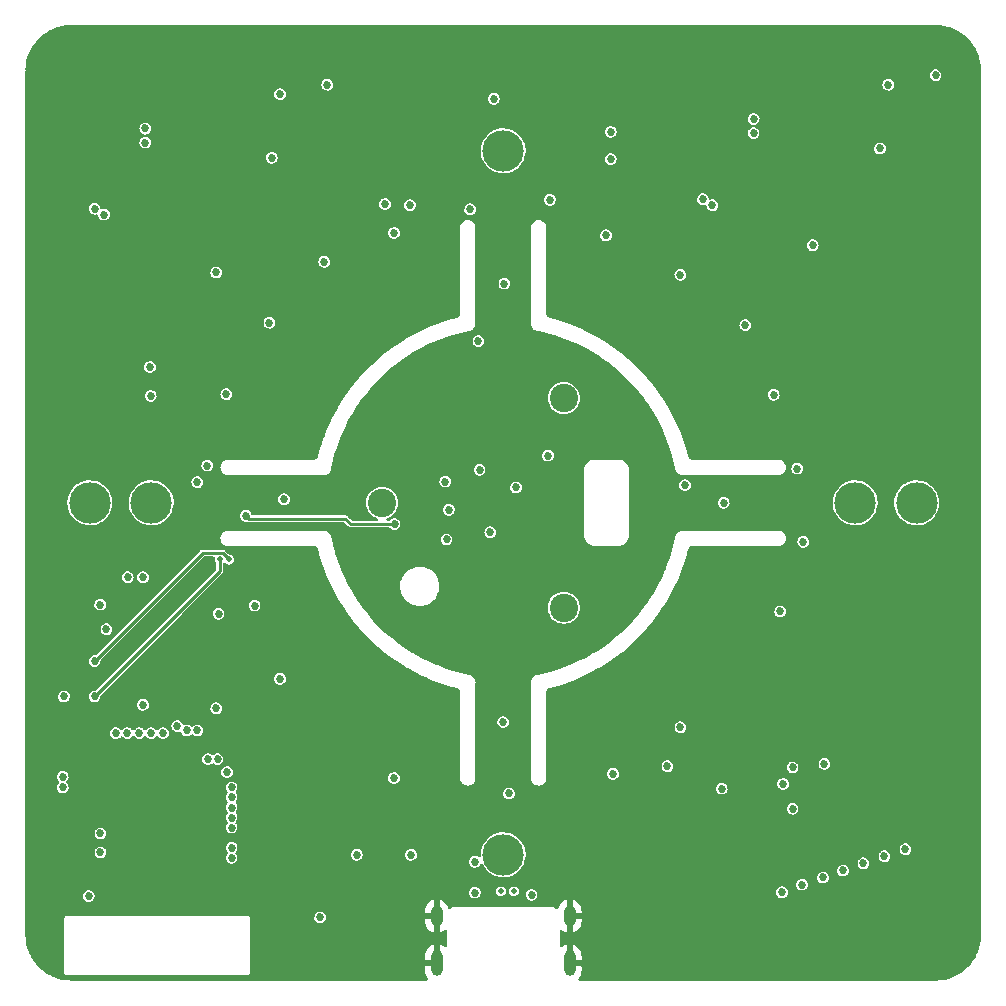
<source format=gbr>
%TF.GenerationSoftware,KiCad,Pcbnew,(6.0.8)*%
%TF.CreationDate,2022-10-28T16:32:11+02:00*%
%TF.ProjectId,view_base,76696577-5f62-4617-9365-2e6b69636164,rev?*%
%TF.SameCoordinates,Original*%
%TF.FileFunction,Copper,L2,Inr*%
%TF.FilePolarity,Positive*%
%FSLAX46Y46*%
G04 Gerber Fmt 4.6, Leading zero omitted, Abs format (unit mm)*
G04 Created by KiCad (PCBNEW (6.0.8)) date 2022-10-28 16:32:11*
%MOMM*%
%LPD*%
G01*
G04 APERTURE LIST*
%TA.AperFunction,ComponentPad*%
%ADD10C,0.600000*%
%TD*%
%TA.AperFunction,ComponentPad*%
%ADD11C,2.400000*%
%TD*%
%TA.AperFunction,ComponentPad*%
%ADD12C,3.500000*%
%TD*%
%TA.AperFunction,ComponentPad*%
%ADD13O,1.000000X2.200000*%
%TD*%
%TA.AperFunction,ComponentPad*%
%ADD14O,1.000000X1.800000*%
%TD*%
%TA.AperFunction,ViaPad*%
%ADD15C,0.685800*%
%TD*%
%TA.AperFunction,ViaPad*%
%ADD16C,0.500000*%
%TD*%
%TA.AperFunction,Conductor*%
%ADD17C,0.508000*%
%TD*%
%TA.AperFunction,Conductor*%
%ADD18C,0.254000*%
%TD*%
G04 APERTURE END LIST*
D10*
%TO.N,GND*%
%TO.C,U5*%
X125450000Y-124675000D03*
X125450000Y-123675000D03*
X126450000Y-123675000D03*
X126450000Y-124675000D03*
%TD*%
D11*
%TO.N,unconnected-(H3-Pad1)*%
%TO.C,H3*%
X105125427Y-91122500D03*
%TD*%
%TO.N,unconnected-(H1-Pad1)*%
%TO.C,H1*%
X105125427Y-108877499D03*
%TD*%
%TO.N,unconnected-(H2-Pad1)*%
%TO.C,H2*%
X89749146Y-100000000D03*
%TD*%
D12*
%TO.N,unconnected-(H4-Pad1)*%
%TO.C,H4*%
X100000000Y-129800000D03*
%TD*%
%TO.N,unconnected-(H5-Pad1)*%
%TO.C,H5*%
X70200000Y-100000000D03*
%TD*%
%TO.N,unconnected-(H6-Pad1)*%
%TO.C,H6*%
X100000000Y-70200000D03*
%TD*%
%TO.N,unconnected-(H7-Pad1)*%
%TO.C,H7*%
X129800000Y-100000000D03*
%TD*%
D13*
%TO.N,GND*%
%TO.C,J2*%
X94380000Y-139000000D03*
X105620000Y-139000000D03*
D14*
X105620000Y-135000000D03*
X94380000Y-135000000D03*
%TD*%
D12*
%TO.N,unconnected-(H8-Pad1)*%
%TO.C,H8*%
X135000000Y-100000000D03*
%TD*%
%TO.N,unconnected-(H9-Pad1)*%
%TO.C,H9*%
X65000000Y-100000000D03*
%TD*%
D15*
%TO.N,GND*%
X85100000Y-121100000D03*
X85900000Y-122100000D03*
X81000000Y-124900000D03*
X79900000Y-123900000D03*
X80700000Y-128600000D03*
X79700000Y-128600000D03*
%TO.N,+5V*%
X113900000Y-122300000D03*
%TO.N,/IN2A+*%
X100000000Y-118562500D03*
%TO.N,GND*%
X114200000Y-101500000D03*
X120800000Y-100700000D03*
%TO.N,/AVDD*%
X115400000Y-98500000D03*
%TO.N,/IN2B+*%
X118662500Y-100000000D03*
%TO.N,/STRAIN2_DO*%
X109100000Y-70900000D03*
%TO.N,/STRAIN2_SCK*%
X109100000Y-68600000D03*
%TO.N,/STRAIN2_DO*%
X92100000Y-74800000D03*
%TO.N,/STRAIN2_SCK*%
X90000000Y-74700000D03*
X70100000Y-88500000D03*
%TO.N,/STRAIN2_DO*%
X70148676Y-90948676D03*
%TO.N,+3V3*%
X126200000Y-78199992D03*
%TO.N,GND*%
X123102088Y-83802085D03*
X121900000Y-82600000D03*
X124099996Y-84500001D03*
X127499997Y-84500000D03*
X139100002Y-83200007D03*
X139100000Y-81500000D03*
X114702087Y-75302083D03*
X119510408Y-80110408D03*
X120712489Y-81312489D03*
X113500000Y-74100000D03*
X115904167Y-76504158D03*
X117106245Y-77706248D03*
X118308324Y-78908331D03*
X112300003Y-64300006D03*
X112300001Y-71100002D03*
X112300000Y-62600000D03*
X112300007Y-65999999D03*
X112299998Y-67700003D03*
X112299995Y-69400002D03*
X120799994Y-60900003D03*
X114000000Y-60900001D03*
X112299996Y-60900001D03*
X122500000Y-60900000D03*
X119100001Y-60900007D03*
X117399996Y-60899999D03*
X115699997Y-60900000D03*
%TO.N,/STRAIN2_DO*%
X121200000Y-68699998D03*
%TO.N,/AVDD*%
X131899998Y-69999997D03*
%TO.N,GND*%
X127499996Y-60899999D03*
X130900000Y-60900006D03*
X137699997Y-61399998D03*
X132599993Y-60900002D03*
X124099995Y-60900000D03*
%TO.N,/AVDD*%
X136600000Y-63799999D03*
%TO.N,GND*%
X138799994Y-62800003D03*
X129199995Y-60899998D03*
X139100000Y-76400000D03*
%TO.N,/IN2B+*%
X117700001Y-74799999D03*
%TO.N,/AVDD*%
X116899999Y-74299997D03*
%TO.N,GND*%
X129200004Y-84500002D03*
X139100001Y-74699999D03*
X139099993Y-64500001D03*
X137700000Y-84500000D03*
X139099995Y-66200002D03*
X139099999Y-72999994D03*
X139099999Y-69600001D03*
X125799999Y-60900000D03*
X134299999Y-60899999D03*
X139099997Y-78099997D03*
X130899997Y-84499999D03*
%TO.N,/IN2A+*%
X132599999Y-64599999D03*
%TO.N,/STRAIN2_SCK*%
X121199999Y-67499999D03*
%TO.N,GND*%
X134300006Y-84499997D03*
X139099993Y-79800001D03*
X135999998Y-60899999D03*
X139099996Y-71300002D03*
X135999999Y-84499999D03*
X139099995Y-67900002D03*
%TO.N,/AVDD*%
X97900000Y-86300000D03*
X85100000Y-64600000D03*
%TO.N,GND*%
X77100000Y-80500000D03*
X79697917Y-77702084D03*
X80893759Y-76506246D03*
X83297917Y-74102084D03*
X82095839Y-75304161D03*
X84493759Y-72906246D03*
X86897917Y-70502084D03*
X85695839Y-71704161D03*
X88100000Y-69299999D03*
X88100000Y-67600003D03*
X88100000Y-64199999D03*
X88100000Y-62500003D03*
X84700000Y-60800000D03*
X86400000Y-60800000D03*
X88099998Y-60800001D03*
X79600000Y-60800000D03*
X81300000Y-60800000D03*
X84700000Y-60800000D03*
X82999998Y-60800001D03*
X76200000Y-60800000D03*
X79600000Y-60800000D03*
X77899998Y-60800001D03*
X71100000Y-60800000D03*
X74500000Y-60800000D03*
X72799998Y-60800001D03*
X69400000Y-60800000D03*
X66000000Y-60800000D03*
X67699998Y-60800001D03*
X64300000Y-60800000D03*
X62600000Y-61100000D03*
X60700000Y-63900000D03*
X61200000Y-62200000D03*
X60700000Y-65600000D03*
X60700000Y-69000000D03*
X60700000Y-67300000D03*
X60700000Y-70700000D03*
X60700000Y-74100000D03*
X60700000Y-72400000D03*
X60700000Y-75800000D03*
X62900000Y-82300000D03*
X64600000Y-82300000D03*
X68000000Y-82300000D03*
X69700000Y-82300000D03*
X71400000Y-82300000D03*
X73100000Y-82300000D03*
X74800000Y-82300000D03*
%TO.N,/IN1A+*%
X100100000Y-81437500D03*
%TO.N,/IN1B+*%
X81437500Y-99700000D03*
X66200000Y-75600000D03*
%TO.N,/IN1A+*%
X81100000Y-65400000D03*
%TO.N,/AVDD*%
X80400000Y-70800000D03*
X65400000Y-75100000D03*
%TO.N,/STRAIN1_DO*%
X62700000Y-123200000D03*
%TO.N,/STRAIN1_SCK*%
X62700000Y-124100000D03*
%TO.N,/STRAIN1_DO*%
X69700000Y-69500000D03*
%TO.N,/STRAIN1_SCK*%
X69700000Y-68300000D03*
%TO.N,+3V3*%
X75700000Y-80500000D03*
%TO.N,GND*%
X77700000Y-134500000D03*
X63700000Y-120500000D03*
D16*
X77947813Y-120784827D03*
D15*
%TO.N,+3V3*%
X99200000Y-65800000D03*
%TO.N,GND*%
X100800000Y-65800000D03*
%TO.N,/SDA*%
X69500000Y-106300000D03*
%TO.N,/SCL*%
X68200000Y-106300000D03*
%TO.N,/LED_DATA_5V*%
X66400000Y-110700000D03*
D16*
%TO.N,/SCL*%
X76800000Y-104800000D03*
%TO.N,/SDA*%
X76000000Y-104800000D03*
D15*
%TO.N,/MAG_DO*%
X90800000Y-101800000D03*
X78200000Y-101100000D03*
%TO.N,+5V*%
X65875000Y-108625000D03*
X118500000Y-124200000D03*
X78950000Y-108700000D03*
X75900000Y-109400000D03*
X74100000Y-98250000D03*
X74950000Y-96850000D03*
X76550000Y-90800000D03*
X80200000Y-84750000D03*
X84850000Y-79600000D03*
X90750000Y-77150000D03*
X97200000Y-75150000D03*
X103950000Y-74350000D03*
X108700000Y-77350000D03*
X115000000Y-80700000D03*
X120500000Y-84950000D03*
X122900000Y-90850000D03*
X124900000Y-97100000D03*
X125400000Y-103300000D03*
X123450000Y-109200000D03*
X115000000Y-119000000D03*
X109300000Y-122950000D03*
X100500000Y-124603600D03*
X90750000Y-123300000D03*
X81100000Y-114900000D03*
%TO.N,GND*%
X107700000Y-74750000D03*
X65900000Y-124449999D03*
X66250000Y-132050000D03*
X68050000Y-132050000D03*
X69850000Y-132050000D03*
X71650000Y-132050000D03*
X75249999Y-132050000D03*
X73450000Y-132050000D03*
X75900000Y-129099999D03*
X75900000Y-127300000D03*
X75900000Y-125499999D03*
X75900000Y-123700000D03*
X74900000Y-122650000D03*
X71100000Y-122650000D03*
X69500000Y-122650000D03*
X67700000Y-122650000D03*
X65900000Y-122650000D03*
X72350000Y-129150000D03*
X70700000Y-129150000D03*
X69050000Y-129150000D03*
X69050000Y-127500000D03*
X70700000Y-127500000D03*
X72350000Y-127500000D03*
X72350000Y-125850000D03*
X70700000Y-125850000D03*
X69050000Y-125850000D03*
X127800000Y-122800000D03*
X127319400Y-125544400D03*
%TO.N,/USB_D-*%
X97600000Y-130400000D03*
D16*
%TO.N,/USB_D+*%
X100900000Y-132900000D03*
X99800000Y-132900000D03*
D15*
%TO.N,GND*%
X89900000Y-129850000D03*
X91500000Y-138100000D03*
X89900000Y-138100000D03*
X88300000Y-138100000D03*
X91500000Y-136800000D03*
X89900000Y-136800000D03*
X88300000Y-136800000D03*
%TO.N,+3V3*%
X127200000Y-122100000D03*
X87600000Y-129800000D03*
%TO.N,+5V*%
X92200000Y-129800000D03*
X102400000Y-133200000D03*
X97600000Y-133000000D03*
%TO.N,/TMC_VL*%
X77000000Y-124950000D03*
%TO.N,/TMC_DIAG*%
X77000000Y-124100000D03*
%TO.N,/TMC_WL*%
X77000000Y-125800000D03*
%TO.N,/TMC_UL*%
X77000000Y-126650000D03*
%TO.N,/TMC_WH*%
X77000000Y-127500000D03*
%TO.N,/TMC_VH*%
X77000000Y-129200000D03*
%TO.N,/TMC_UH*%
X77000000Y-130050000D03*
%TO.N,GND*%
X133300000Y-135600000D03*
X132200000Y-136700000D03*
X130500000Y-136700000D03*
X128800000Y-136700000D03*
X127000000Y-136700000D03*
X125300000Y-136700000D03*
X123600000Y-136700000D03*
X122500000Y-135600000D03*
X128900000Y-122000000D03*
%TO.N,Net-(J3-Pad1)*%
X124500000Y-125900000D03*
%TO.N,Net-(J3-Pad3)*%
X124500000Y-122400000D03*
%TO.N,Net-(J3-Pad2)*%
X123700000Y-123800000D03*
%TO.N,/TMC_UH*%
X123600000Y-132975000D03*
%TO.N,/TMC_WL*%
X130500000Y-130525000D03*
%TO.N,/TMC_DIAG*%
X134050000Y-129325000D03*
%TO.N,/TMC_VL*%
X132275000Y-129925000D03*
%TO.N,/TMC_UL*%
X128775000Y-131125000D03*
%TO.N,/TMC_WH*%
X127075000Y-131725000D03*
%TO.N,/TMC_VH*%
X125300000Y-132325000D03*
%TO.N,+3V3*%
X103800000Y-96000000D03*
%TO.N,GND*%
X93775000Y-121175000D03*
X98400000Y-123000000D03*
X105125000Y-121450000D03*
X112850000Y-118600000D03*
X115225000Y-116000000D03*
X118850000Y-111550000D03*
X121175000Y-106200000D03*
X123000000Y-101600000D03*
X121475000Y-94825000D03*
X119375000Y-89425000D03*
X115975000Y-84775000D03*
X111500000Y-81125000D03*
X106225000Y-78850000D03*
X101600000Y-77000000D03*
X94875000Y-78525000D03*
X89400000Y-80600000D03*
X84725000Y-84050000D03*
X81125000Y-88500000D03*
X78800000Y-93800000D03*
X77000000Y-98700000D03*
X83975000Y-115150000D03*
X88500000Y-118850000D03*
X80625000Y-110550000D03*
X78525000Y-105200000D03*
X64675000Y-109750000D03*
%TO.N,+3V3*%
X69500000Y-117100000D03*
X62800000Y-116400000D03*
%TO.N,/MAG_CSN*%
X95200000Y-103100000D03*
%TO.N,/MAG_CLK*%
X95400000Y-100600000D03*
%TO.N,/MAG_DO*%
X95100000Y-98200000D03*
%TO.N,+3V3*%
X75700000Y-117400000D03*
%TO.N,GND*%
X74300000Y-116000000D03*
%TO.N,/ESP32_EN*%
X84500000Y-135100000D03*
%TO.N,GND*%
X62549999Y-134950001D03*
%TO.N,/SCL*%
X65400000Y-113400000D03*
%TO.N,/SDA*%
X65400000Y-116400000D03*
%TO.N,/USB_D-*%
X71200000Y-119500000D03*
%TO.N,/USB_D+*%
X70200000Y-119500000D03*
%TO.N,/MAG_CSN*%
X69200000Y-119500000D03*
%TO.N,/MAG_CLK*%
X68187697Y-119500000D03*
%TO.N,/MAG_DO*%
X67200000Y-119500000D03*
%TO.N,Net-(IC1-Pad12)*%
X98900000Y-102500000D03*
%TO.N,Net-(IC1-Pad2)*%
X98000000Y-97200000D03*
%TO.N,+3V3*%
X101088059Y-98691400D03*
%TO.N,GND*%
X100000000Y-100000000D03*
%TO.N,/LCD_BL*%
X72400000Y-118900000D03*
%TO.N,/LCD_CMD*%
X73212303Y-119274606D03*
%TO.N,/LCD_CS*%
X74100000Y-119274606D03*
%TO.N,/LCD_SCK*%
X75000000Y-121700000D03*
%TO.N,/LCD_DATA*%
X75812303Y-121700000D03*
%TO.N,/LCD_RST*%
X76624606Y-122800000D03*
%TO.N,/ESP32_EN*%
X64900000Y-133300000D03*
%TO.N,Net-(TP3-Pad1)*%
X65900000Y-128000000D03*
%TO.N,Net-(TP4-Pad1)*%
X65900000Y-129600000D03*
%TD*%
D17*
%TO.N,GND*%
X114200000Y-101500000D02*
X120000000Y-101500000D01*
X120000000Y-101500000D02*
X120800000Y-100700000D01*
D18*
%TO.N,/SCL*%
X76800000Y-104800000D02*
X76253000Y-104253000D01*
X74547000Y-104253000D02*
X65400000Y-113400000D01*
X76253000Y-104253000D02*
X74547000Y-104253000D01*
%TO.N,/SDA*%
X65400000Y-116400000D02*
X76000000Y-105800000D01*
X76000000Y-105800000D02*
X76000000Y-104800000D01*
%TO.N,/MAG_DO*%
X78200000Y-101100000D02*
X78438000Y-101338000D01*
X78438000Y-101338000D02*
X86638000Y-101338000D01*
X86638000Y-101338000D02*
X87100000Y-101800000D01*
X87100000Y-101800000D02*
X90800000Y-101800000D01*
%TD*%
%TA.AperFunction,Conductor*%
%TO.N,GND*%
G36*
X136571316Y-59551516D02*
G01*
X136583979Y-59551516D01*
X136600000Y-59555809D01*
X136616020Y-59551517D01*
X136617604Y-59551517D01*
X136623783Y-59551669D01*
X136778929Y-59559290D01*
X136971139Y-59568733D01*
X136983435Y-59569943D01*
X137344884Y-59623560D01*
X137356990Y-59625967D01*
X137711443Y-59714753D01*
X137723275Y-59718343D01*
X138067312Y-59841442D01*
X138078736Y-59846173D01*
X138123628Y-59867405D01*
X138409050Y-60002399D01*
X138419948Y-60008225D01*
X138546859Y-60084292D01*
X138733362Y-60196078D01*
X138743643Y-60202948D01*
X139037125Y-60420609D01*
X139046683Y-60428453D01*
X139317421Y-60673835D01*
X139326165Y-60682579D01*
X139571547Y-60953317D01*
X139579391Y-60962875D01*
X139797052Y-61256357D01*
X139803922Y-61266638D01*
X139991775Y-61580052D01*
X139997602Y-61590952D01*
X140153827Y-61921264D01*
X140158558Y-61932688D01*
X140281657Y-62276725D01*
X140285247Y-62288556D01*
X140374033Y-62643010D01*
X140376442Y-62655125D01*
X140430056Y-63016560D01*
X140431268Y-63028866D01*
X140448331Y-63376217D01*
X140448483Y-63382396D01*
X140448483Y-63383980D01*
X140444191Y-63400000D01*
X140448484Y-63416021D01*
X140448484Y-63428684D01*
X140449500Y-63436402D01*
X140449500Y-136563597D01*
X140448484Y-136571315D01*
X140448484Y-136583978D01*
X140444191Y-136599999D01*
X140448483Y-136616019D01*
X140448483Y-136617603D01*
X140448331Y-136623782D01*
X140431268Y-136971133D01*
X140430056Y-136983439D01*
X140376442Y-137344874D01*
X140374033Y-137356989D01*
X140292861Y-137681046D01*
X140285247Y-137711442D01*
X140281658Y-137723274D01*
X140158560Y-138067311D01*
X140153828Y-138078735D01*
X139997602Y-138409047D01*
X139991773Y-138419952D01*
X139803923Y-138733361D01*
X139797053Y-138743642D01*
X139579391Y-139037125D01*
X139571547Y-139046683D01*
X139326165Y-139317420D01*
X139317421Y-139326164D01*
X139046683Y-139571546D01*
X139037125Y-139579390D01*
X138743643Y-139797052D01*
X138733362Y-139803922D01*
X138590361Y-139889634D01*
X138419955Y-139991772D01*
X138419953Y-139991773D01*
X138409052Y-139997600D01*
X138394643Y-140004415D01*
X138078736Y-140153827D01*
X138067312Y-140158558D01*
X137723275Y-140281657D01*
X137711444Y-140285247D01*
X137356990Y-140374033D01*
X137344884Y-140376440D01*
X136983435Y-140430057D01*
X136971139Y-140431267D01*
X136639896Y-140447540D01*
X136623790Y-140448331D01*
X136617608Y-140448483D01*
X136616023Y-140448483D01*
X136600000Y-140444190D01*
X136583978Y-140448483D01*
X136571315Y-140448483D01*
X136563598Y-140449499D01*
X136276827Y-140449499D01*
X106493299Y-140449500D01*
X106425178Y-140429498D01*
X106378685Y-140375842D01*
X106368581Y-140305568D01*
X106396777Y-140242509D01*
X106451778Y-140176961D01*
X106458708Y-140166841D01*
X106548002Y-140004415D01*
X106552834Y-139993142D01*
X106608880Y-139816462D01*
X106611430Y-139804468D01*
X106627607Y-139660239D01*
X106628000Y-139653215D01*
X106628000Y-139272115D01*
X106623525Y-139256876D01*
X106622135Y-139255671D01*
X106614452Y-139254000D01*
X105492000Y-139254000D01*
X105423879Y-139233998D01*
X105377386Y-139180342D01*
X105366000Y-139128000D01*
X105366000Y-138727885D01*
X105874000Y-138727885D01*
X105878475Y-138743124D01*
X105879865Y-138744329D01*
X105887548Y-138746000D01*
X106609885Y-138746000D01*
X106625124Y-138741525D01*
X106626329Y-138740135D01*
X106628000Y-138732452D01*
X106628000Y-138353343D01*
X106627699Y-138347195D01*
X106614188Y-138209397D01*
X106611805Y-138197362D01*
X106558233Y-138019924D01*
X106553559Y-138008584D01*
X106466540Y-137844923D01*
X106459751Y-137834706D01*
X106342603Y-137691067D01*
X106333959Y-137682363D01*
X106191144Y-137564216D01*
X106180973Y-137557356D01*
X106017924Y-137469196D01*
X106006619Y-137464444D01*
X105891308Y-137428750D01*
X105877205Y-137428544D01*
X105874000Y-137435299D01*
X105874000Y-138727885D01*
X105366000Y-138727885D01*
X105366000Y-137442076D01*
X105362027Y-137428545D01*
X105354232Y-137427425D01*
X105246479Y-137459138D01*
X105235111Y-137463731D01*
X105070846Y-137549607D01*
X105060585Y-137556321D01*
X104975452Y-137624769D01*
X104909829Y-137651865D01*
X104839975Y-137639181D01*
X104788067Y-137590745D01*
X104770500Y-137526572D01*
X104770500Y-136273271D01*
X104790502Y-136205150D01*
X104844158Y-136158657D01*
X104914432Y-136148553D01*
X104976815Y-136176186D01*
X105048856Y-136235784D01*
X105059027Y-136242644D01*
X105222076Y-136330804D01*
X105233381Y-136335556D01*
X105348692Y-136371250D01*
X105362795Y-136371456D01*
X105366000Y-136364701D01*
X105366000Y-136357924D01*
X105874000Y-136357924D01*
X105877973Y-136371455D01*
X105885768Y-136372575D01*
X105993521Y-136340862D01*
X106004889Y-136336269D01*
X106169154Y-136250393D01*
X106179415Y-136243679D01*
X106323873Y-136127532D01*
X106332632Y-136118954D01*
X106451778Y-135976961D01*
X106458708Y-135966841D01*
X106548002Y-135804415D01*
X106552834Y-135793142D01*
X106608880Y-135616462D01*
X106611430Y-135604468D01*
X106627607Y-135460239D01*
X106628000Y-135453215D01*
X106628000Y-135272115D01*
X106623525Y-135256876D01*
X106622135Y-135255671D01*
X106614452Y-135254000D01*
X105892115Y-135254000D01*
X105876876Y-135258475D01*
X105875671Y-135259865D01*
X105874000Y-135267548D01*
X105874000Y-136357924D01*
X105366000Y-136357924D01*
X105366000Y-134727885D01*
X105874000Y-134727885D01*
X105878475Y-134743124D01*
X105879865Y-134744329D01*
X105887548Y-134746000D01*
X106609885Y-134746000D01*
X106625124Y-134741525D01*
X106626329Y-134740135D01*
X106628000Y-134732452D01*
X106628000Y-134553343D01*
X106627699Y-134547195D01*
X106614188Y-134409397D01*
X106611805Y-134397362D01*
X106558233Y-134219924D01*
X106553559Y-134208584D01*
X106466540Y-134044923D01*
X106459751Y-134034706D01*
X106342603Y-133891067D01*
X106333959Y-133882363D01*
X106191144Y-133764216D01*
X106180973Y-133757356D01*
X106017924Y-133669196D01*
X106006619Y-133664444D01*
X105891308Y-133628750D01*
X105877205Y-133628544D01*
X105874000Y-133635299D01*
X105874000Y-134727885D01*
X105366000Y-134727885D01*
X105366000Y-133642076D01*
X105362027Y-133628545D01*
X105354232Y-133627425D01*
X105246479Y-133659138D01*
X105235111Y-133663731D01*
X105070846Y-133749607D01*
X105060585Y-133756321D01*
X104916127Y-133872468D01*
X104907368Y-133881046D01*
X104788222Y-134023039D01*
X104781292Y-134033159D01*
X104691998Y-134195585D01*
X104687167Y-134206855D01*
X104662016Y-134286142D01*
X104622353Y-134345026D01*
X104557151Y-134373118D01*
X104487111Y-134361501D01*
X104474884Y-134354734D01*
X104404027Y-134310211D01*
X104265666Y-134261797D01*
X104258637Y-134261005D01*
X104144069Y-134248096D01*
X104144068Y-134248096D01*
X104127683Y-134246250D01*
X104120000Y-134244191D01*
X104103976Y-134248485D01*
X104091314Y-134248484D01*
X104083598Y-134249500D01*
X95916402Y-134249500D01*
X95908686Y-134248484D01*
X95896024Y-134248485D01*
X95880000Y-134244191D01*
X95872317Y-134246250D01*
X95856740Y-134248005D01*
X95856739Y-134248005D01*
X95741363Y-134261005D01*
X95734334Y-134261797D01*
X95595973Y-134310211D01*
X95525335Y-134354596D01*
X95457015Y-134373902D01*
X95389102Y-134353207D01*
X95343158Y-134299081D01*
X95337677Y-134284327D01*
X95318232Y-134219923D01*
X95313559Y-134208584D01*
X95226540Y-134044923D01*
X95219751Y-134034706D01*
X95102603Y-133891067D01*
X95093959Y-133882363D01*
X94951144Y-133764216D01*
X94940973Y-133757356D01*
X94777924Y-133669196D01*
X94766619Y-133664444D01*
X94651308Y-133628750D01*
X94637205Y-133628544D01*
X94634000Y-133635299D01*
X94634000Y-136357924D01*
X94637973Y-136371455D01*
X94645768Y-136372575D01*
X94753521Y-136340862D01*
X94764889Y-136336269D01*
X94929154Y-136250393D01*
X94939415Y-136243679D01*
X95024548Y-136175231D01*
X95090171Y-136148135D01*
X95160025Y-136160819D01*
X95211933Y-136209255D01*
X95229500Y-136273428D01*
X95229500Y-137526729D01*
X95209498Y-137594850D01*
X95155842Y-137641343D01*
X95085568Y-137651447D01*
X95023185Y-137623814D01*
X94951144Y-137564216D01*
X94940973Y-137557356D01*
X94777924Y-137469196D01*
X94766619Y-137464444D01*
X94651308Y-137428750D01*
X94637205Y-137428544D01*
X94634000Y-137435299D01*
X94634000Y-139128000D01*
X94613998Y-139196121D01*
X94560342Y-139242614D01*
X94508000Y-139254000D01*
X93390115Y-139254000D01*
X93374876Y-139258475D01*
X93373671Y-139259865D01*
X93372000Y-139267548D01*
X93372000Y-139646657D01*
X93372301Y-139652805D01*
X93385812Y-139790603D01*
X93388195Y-139802638D01*
X93441767Y-139980076D01*
X93446441Y-139991416D01*
X93533460Y-140155077D01*
X93540252Y-140165300D01*
X93604328Y-140243865D01*
X93631882Y-140309296D01*
X93619686Y-140379238D01*
X93571614Y-140431483D01*
X93506685Y-140449500D01*
X63723171Y-140449499D01*
X63436403Y-140449499D01*
X63428685Y-140448483D01*
X63416022Y-140448483D01*
X63400001Y-140444190D01*
X63383981Y-140448482D01*
X63382397Y-140448482D01*
X63376218Y-140448330D01*
X63221072Y-140440709D01*
X63028862Y-140431266D01*
X63016566Y-140430056D01*
X62655117Y-140376439D01*
X62643011Y-140374032D01*
X62288557Y-140285246D01*
X62276726Y-140281657D01*
X61932689Y-140158559D01*
X61921265Y-140153827D01*
X61605360Y-140004415D01*
X61590949Y-139997599D01*
X61580048Y-139991772D01*
X61579455Y-139991416D01*
X61390072Y-139877905D01*
X61266639Y-139803922D01*
X61260770Y-139800000D01*
X62844191Y-139800000D01*
X62849500Y-139819814D01*
X62865065Y-139877904D01*
X62922095Y-139934935D01*
X63000000Y-139955809D01*
X63016022Y-139951516D01*
X63028685Y-139951516D01*
X63036402Y-139950500D01*
X78363598Y-139950500D01*
X78371315Y-139951516D01*
X78383978Y-139951516D01*
X78400000Y-139955809D01*
X78416022Y-139951516D01*
X78461883Y-139939228D01*
X78461884Y-139939228D01*
X78477904Y-139934935D01*
X78497132Y-139915707D01*
X78534935Y-139877905D01*
X78555809Y-139800000D01*
X78551516Y-139783978D01*
X78551516Y-139771315D01*
X78550500Y-139763598D01*
X78550500Y-138727885D01*
X93372000Y-138727885D01*
X93376475Y-138743124D01*
X93377865Y-138744329D01*
X93385548Y-138746000D01*
X94107885Y-138746000D01*
X94123124Y-138741525D01*
X94124329Y-138740135D01*
X94126000Y-138732452D01*
X94126000Y-137442076D01*
X94122027Y-137428545D01*
X94114232Y-137427425D01*
X94006479Y-137459138D01*
X93995111Y-137463731D01*
X93830846Y-137549607D01*
X93820585Y-137556321D01*
X93676127Y-137672468D01*
X93667368Y-137681046D01*
X93548222Y-137823039D01*
X93541292Y-137833159D01*
X93451998Y-137995585D01*
X93447166Y-138006858D01*
X93391120Y-138183538D01*
X93388570Y-138195532D01*
X93372393Y-138339761D01*
X93372000Y-138346785D01*
X93372000Y-138727885D01*
X78550500Y-138727885D01*
X78550500Y-135186402D01*
X78551516Y-135178685D01*
X78551516Y-135166022D01*
X78555809Y-135150000D01*
X78542412Y-135100000D01*
X78540780Y-135093910D01*
X84001563Y-135093910D01*
X84002727Y-135102812D01*
X84002727Y-135102815D01*
X84011489Y-135169814D01*
X84019889Y-135234050D01*
X84076810Y-135363413D01*
X84167751Y-135471600D01*
X84175222Y-135476573D01*
X84175223Y-135476574D01*
X84277928Y-135544941D01*
X84277931Y-135544942D01*
X84285401Y-135549915D01*
X84293965Y-135552591D01*
X84293968Y-135552592D01*
X84352852Y-135570988D01*
X84420303Y-135592062D01*
X84561612Y-135594652D01*
X84618319Y-135579192D01*
X84689309Y-135559838D01*
X84689311Y-135559837D01*
X84697968Y-135557477D01*
X84818409Y-135483526D01*
X84829204Y-135471600D01*
X84851781Y-135446657D01*
X93372000Y-135446657D01*
X93372301Y-135452805D01*
X93385812Y-135590603D01*
X93388195Y-135602638D01*
X93441767Y-135780076D01*
X93446441Y-135791416D01*
X93533460Y-135955077D01*
X93540249Y-135965294D01*
X93657397Y-136108933D01*
X93666041Y-136117637D01*
X93808856Y-136235784D01*
X93819027Y-136242644D01*
X93982076Y-136330804D01*
X93993381Y-136335556D01*
X94108692Y-136371250D01*
X94122795Y-136371456D01*
X94126000Y-136364701D01*
X94126000Y-135272115D01*
X94121525Y-135256876D01*
X94120135Y-135255671D01*
X94112452Y-135254000D01*
X93390115Y-135254000D01*
X93374876Y-135258475D01*
X93373671Y-135259865D01*
X93372000Y-135267548D01*
X93372000Y-135446657D01*
X84851781Y-135446657D01*
X84907226Y-135385403D01*
X84907227Y-135385402D01*
X84913254Y-135378743D01*
X84917353Y-135370284D01*
X84970963Y-135259632D01*
X84970963Y-135259631D01*
X84974877Y-135251553D01*
X84998325Y-135112179D01*
X84998474Y-135100000D01*
X84985696Y-135010772D01*
X84979711Y-134968981D01*
X84979710Y-134968978D01*
X84978438Y-134960095D01*
X84919941Y-134831437D01*
X84830714Y-134727885D01*
X93372000Y-134727885D01*
X93376475Y-134743124D01*
X93377865Y-134744329D01*
X93385548Y-134746000D01*
X94107885Y-134746000D01*
X94123124Y-134741525D01*
X94124329Y-134740135D01*
X94126000Y-134732452D01*
X94126000Y-133642076D01*
X94122027Y-133628545D01*
X94114232Y-133627425D01*
X94006479Y-133659138D01*
X93995111Y-133663731D01*
X93830846Y-133749607D01*
X93820585Y-133756321D01*
X93676127Y-133872468D01*
X93667368Y-133881046D01*
X93548222Y-134023039D01*
X93541292Y-134033159D01*
X93451998Y-134195585D01*
X93447166Y-134206858D01*
X93391120Y-134383538D01*
X93388570Y-134395532D01*
X93372393Y-134539761D01*
X93372000Y-134546785D01*
X93372000Y-134727885D01*
X84830714Y-134727885D01*
X84827684Y-134724368D01*
X84768385Y-134685932D01*
X84716620Y-134652380D01*
X84716619Y-134652379D01*
X84709086Y-134647497D01*
X84692411Y-134642510D01*
X84582280Y-134609573D01*
X84582278Y-134609573D01*
X84573679Y-134607001D01*
X84564704Y-134606946D01*
X84564703Y-134606946D01*
X84503989Y-134606575D01*
X84432349Y-134606138D01*
X84296458Y-134644976D01*
X84176929Y-134720393D01*
X84083372Y-134826326D01*
X84079558Y-134834449D01*
X84079557Y-134834451D01*
X84055020Y-134886714D01*
X84023307Y-134954260D01*
X84021927Y-134963124D01*
X84021926Y-134963127D01*
X84004960Y-135072096D01*
X84001563Y-135093910D01*
X78540780Y-135093910D01*
X78539228Y-135088117D01*
X78539228Y-135088116D01*
X78534935Y-135072096D01*
X78518648Y-135055809D01*
X78477905Y-135015065D01*
X78400000Y-134994191D01*
X78383978Y-134998484D01*
X78371315Y-134998484D01*
X78363598Y-134999500D01*
X63036402Y-134999500D01*
X63028685Y-134998484D01*
X63016022Y-134998484D01*
X63000000Y-134994191D01*
X62983978Y-134998484D01*
X62980186Y-134999500D01*
X62938120Y-135010771D01*
X62938119Y-135010772D01*
X62922096Y-135015065D01*
X62865065Y-135072095D01*
X62844191Y-135150000D01*
X62848484Y-135166022D01*
X62848484Y-135178685D01*
X62849500Y-135186402D01*
X62849500Y-139763598D01*
X62848484Y-139771315D01*
X62848484Y-139783978D01*
X62844191Y-139800000D01*
X61260770Y-139800000D01*
X61256358Y-139797052D01*
X60962876Y-139579390D01*
X60953318Y-139571546D01*
X60682580Y-139326164D01*
X60673836Y-139317420D01*
X60428454Y-139046682D01*
X60420610Y-139037124D01*
X60202948Y-138743642D01*
X60196078Y-138733361D01*
X60008228Y-138419952D01*
X60002399Y-138409047D01*
X59846173Y-138078735D01*
X59841441Y-138067311D01*
X59718343Y-137723274D01*
X59714754Y-137711442D01*
X59707140Y-137681046D01*
X59625968Y-137356989D01*
X59623559Y-137344874D01*
X59569945Y-136983439D01*
X59568733Y-136971133D01*
X59551670Y-136623782D01*
X59551518Y-136617603D01*
X59551518Y-136616019D01*
X59555810Y-136599999D01*
X59551517Y-136583978D01*
X59551517Y-136571315D01*
X59550501Y-136563597D01*
X59550501Y-133293910D01*
X64401563Y-133293910D01*
X64402727Y-133302812D01*
X64402727Y-133302815D01*
X64413282Y-133383526D01*
X64419889Y-133434050D01*
X64476810Y-133563413D01*
X64493717Y-133583526D01*
X64557276Y-133659138D01*
X64567751Y-133671600D01*
X64575222Y-133676573D01*
X64575223Y-133676574D01*
X64677928Y-133744941D01*
X64677931Y-133744942D01*
X64685401Y-133749915D01*
X64693965Y-133752591D01*
X64693968Y-133752592D01*
X64752852Y-133770989D01*
X64820303Y-133792062D01*
X64961612Y-133794652D01*
X65073250Y-133764216D01*
X65089309Y-133759838D01*
X65089311Y-133759837D01*
X65097968Y-133757477D01*
X65200557Y-133694487D01*
X65210761Y-133688222D01*
X65210762Y-133688222D01*
X65218409Y-133683526D01*
X65231380Y-133669196D01*
X65307226Y-133585403D01*
X65307227Y-133585402D01*
X65313254Y-133578743D01*
X65317353Y-133570284D01*
X65370963Y-133459632D01*
X65370963Y-133459631D01*
X65374877Y-133451553D01*
X65398325Y-133312179D01*
X65398474Y-133300000D01*
X65378438Y-133160095D01*
X65373960Y-133150245D01*
X65337011Y-133068981D01*
X65319941Y-133031437D01*
X65287606Y-132993910D01*
X97101563Y-132993910D01*
X97102727Y-133002812D01*
X97102727Y-133002815D01*
X97117694Y-133117265D01*
X97119889Y-133134050D01*
X97176810Y-133263413D01*
X97207565Y-133300000D01*
X97260709Y-133363222D01*
X97267751Y-133371600D01*
X97275222Y-133376573D01*
X97275223Y-133376574D01*
X97377928Y-133444941D01*
X97377931Y-133444942D01*
X97385401Y-133449915D01*
X97393965Y-133452591D01*
X97393968Y-133452592D01*
X97440284Y-133467062D01*
X97520303Y-133492062D01*
X97661612Y-133494652D01*
X97719965Y-133478743D01*
X97789309Y-133459838D01*
X97789311Y-133459837D01*
X97797968Y-133457477D01*
X97918409Y-133383526D01*
X97929204Y-133371600D01*
X98007226Y-133285403D01*
X98007227Y-133285402D01*
X98013254Y-133278743D01*
X98017353Y-133270284D01*
X98070963Y-133159632D01*
X98070963Y-133159631D01*
X98074877Y-133151553D01*
X98098325Y-133012179D01*
X98098474Y-133000000D01*
X98088655Y-132931437D01*
X98084153Y-132900000D01*
X99374258Y-132900000D01*
X99395095Y-133031562D01*
X99455567Y-133150245D01*
X99549755Y-133244433D01*
X99668438Y-133304905D01*
X99800000Y-133325742D01*
X99931562Y-133304905D01*
X100050245Y-133244433D01*
X100144433Y-133150245D01*
X100204905Y-133031562D01*
X100225551Y-132901206D01*
X100226112Y-132900023D01*
X100226091Y-132899977D01*
X100473888Y-132899977D01*
X100474449Y-132901206D01*
X100495095Y-133031562D01*
X100555567Y-133150245D01*
X100649755Y-133244433D01*
X100768438Y-133304905D01*
X100900000Y-133325742D01*
X101031562Y-133304905D01*
X101150245Y-133244433D01*
X101200768Y-133193910D01*
X101901563Y-133193910D01*
X101902727Y-133202812D01*
X101902727Y-133202815D01*
X101918725Y-133325151D01*
X101919889Y-133334050D01*
X101976810Y-133463413D01*
X102067751Y-133571600D01*
X102075222Y-133576573D01*
X102075223Y-133576574D01*
X102177928Y-133644941D01*
X102177931Y-133644942D01*
X102185401Y-133649915D01*
X102193965Y-133652591D01*
X102193968Y-133652592D01*
X102232820Y-133664730D01*
X102320303Y-133692062D01*
X102461612Y-133694652D01*
X102546166Y-133671600D01*
X102589309Y-133659838D01*
X102589311Y-133659837D01*
X102597968Y-133657477D01*
X102718409Y-133583526D01*
X102730395Y-133570284D01*
X102807226Y-133485403D01*
X102807227Y-133485402D01*
X102813254Y-133478743D01*
X102817353Y-133470284D01*
X102870963Y-133359632D01*
X102870963Y-133359631D01*
X102874877Y-133351553D01*
X102898325Y-133212179D01*
X102898474Y-133200000D01*
X102886688Y-133117701D01*
X102879711Y-133068981D01*
X102879710Y-133068978D01*
X102878438Y-133060095D01*
X102869482Y-133040396D01*
X102852394Y-133002815D01*
X102836979Y-132968910D01*
X123101563Y-132968910D01*
X123102727Y-132977812D01*
X123102727Y-132977815D01*
X123114649Y-133068981D01*
X123119889Y-133109050D01*
X123176810Y-133238413D01*
X123228919Y-133300404D01*
X123257202Y-133334050D01*
X123267751Y-133346600D01*
X123275222Y-133351573D01*
X123275223Y-133351574D01*
X123377928Y-133419941D01*
X123377931Y-133419942D01*
X123385401Y-133424915D01*
X123393965Y-133427591D01*
X123393968Y-133427592D01*
X123449499Y-133444941D01*
X123520303Y-133467062D01*
X123661612Y-133469652D01*
X123727998Y-133451553D01*
X123789309Y-133434838D01*
X123789311Y-133434837D01*
X123797968Y-133432477D01*
X123918409Y-133358526D01*
X123933128Y-133342265D01*
X124007226Y-133260403D01*
X124007227Y-133260402D01*
X124013254Y-133253743D01*
X124017353Y-133245284D01*
X124070963Y-133134632D01*
X124070963Y-133134631D01*
X124074877Y-133126553D01*
X124098325Y-132987179D01*
X124098474Y-132975000D01*
X124087906Y-132901206D01*
X124079711Y-132843981D01*
X124079710Y-132843978D01*
X124078438Y-132835095D01*
X124071754Y-132820393D01*
X124040830Y-132752380D01*
X124019941Y-132706437D01*
X123927684Y-132599368D01*
X123851154Y-132549764D01*
X123816620Y-132527380D01*
X123816619Y-132527379D01*
X123809086Y-132522497D01*
X123754570Y-132506193D01*
X123682280Y-132484573D01*
X123682278Y-132484573D01*
X123673679Y-132482001D01*
X123664704Y-132481946D01*
X123664703Y-132481946D01*
X123603989Y-132481575D01*
X123532349Y-132481138D01*
X123396458Y-132519976D01*
X123388871Y-132524763D01*
X123388869Y-132524764D01*
X123328938Y-132562578D01*
X123276929Y-132595393D01*
X123270987Y-132602121D01*
X123267413Y-132606168D01*
X123183372Y-132701326D01*
X123179558Y-132709449D01*
X123179557Y-132709451D01*
X123169235Y-132731437D01*
X123123307Y-132829260D01*
X123121927Y-132838124D01*
X123121926Y-132838127D01*
X123107398Y-132931437D01*
X123101563Y-132968910D01*
X102836979Y-132968910D01*
X102819941Y-132931437D01*
X102727684Y-132824368D01*
X102609086Y-132747497D01*
X102592411Y-132742510D01*
X102482280Y-132709573D01*
X102482278Y-132709573D01*
X102473679Y-132707001D01*
X102464704Y-132706946D01*
X102464703Y-132706946D01*
X102403989Y-132706575D01*
X102332349Y-132706138D01*
X102196458Y-132744976D01*
X102076929Y-132820393D01*
X101983372Y-132926326D01*
X101979558Y-132934449D01*
X101979557Y-132934451D01*
X101952549Y-132991976D01*
X101923307Y-133054260D01*
X101921927Y-133063124D01*
X101921926Y-133063127D01*
X101905445Y-133168981D01*
X101901563Y-133193910D01*
X101200768Y-133193910D01*
X101244433Y-133150245D01*
X101304905Y-133031562D01*
X101325742Y-132900000D01*
X101304905Y-132768438D01*
X101244433Y-132649755D01*
X101150245Y-132555567D01*
X101089791Y-132524764D01*
X101040396Y-132499596D01*
X101040395Y-132499596D01*
X101031562Y-132495095D01*
X100900000Y-132474258D01*
X100768438Y-132495095D01*
X100759605Y-132499596D01*
X100759604Y-132499596D01*
X100710209Y-132524764D01*
X100649755Y-132555567D01*
X100555567Y-132649755D01*
X100495095Y-132768438D01*
X100492498Y-132784838D01*
X100474449Y-132898794D01*
X100473888Y-132899977D01*
X100226091Y-132899977D01*
X100225551Y-132898794D01*
X100207502Y-132784838D01*
X100204905Y-132768438D01*
X100144433Y-132649755D01*
X100050245Y-132555567D01*
X99989791Y-132524764D01*
X99940396Y-132499596D01*
X99940395Y-132499596D01*
X99931562Y-132495095D01*
X99800000Y-132474258D01*
X99668438Y-132495095D01*
X99659605Y-132499596D01*
X99659604Y-132499596D01*
X99610209Y-132524764D01*
X99549755Y-132555567D01*
X99455567Y-132649755D01*
X99395095Y-132768438D01*
X99374258Y-132900000D01*
X98084153Y-132900000D01*
X98079711Y-132868981D01*
X98079710Y-132868978D01*
X98078438Y-132860095D01*
X98071112Y-132843981D01*
X98039709Y-132774915D01*
X98019941Y-132731437D01*
X97927684Y-132624368D01*
X97859533Y-132580195D01*
X97816620Y-132552380D01*
X97816619Y-132552379D01*
X97809086Y-132547497D01*
X97741821Y-132527380D01*
X97682280Y-132509573D01*
X97682278Y-132509573D01*
X97673679Y-132507001D01*
X97664704Y-132506946D01*
X97664703Y-132506946D01*
X97603989Y-132506575D01*
X97532349Y-132506138D01*
X97396458Y-132544976D01*
X97276929Y-132620393D01*
X97183372Y-132726326D01*
X97179558Y-132734449D01*
X97179557Y-132734451D01*
X97167748Y-132759604D01*
X97123307Y-132854260D01*
X97121927Y-132863124D01*
X97121926Y-132863127D01*
X97103751Y-132979859D01*
X97101563Y-132993910D01*
X65287606Y-132993910D01*
X65227684Y-132924368D01*
X65142232Y-132868981D01*
X65116620Y-132852380D01*
X65116619Y-132852379D01*
X65109086Y-132847497D01*
X65092411Y-132842510D01*
X64982280Y-132809573D01*
X64982278Y-132809573D01*
X64973679Y-132807001D01*
X64964704Y-132806946D01*
X64964703Y-132806946D01*
X64903989Y-132806575D01*
X64832349Y-132806138D01*
X64696458Y-132844976D01*
X64688871Y-132849763D01*
X64688869Y-132849764D01*
X64667690Y-132863127D01*
X64576929Y-132920393D01*
X64483372Y-133026326D01*
X64479558Y-133034449D01*
X64479557Y-133034451D01*
X64471353Y-133051926D01*
X64423307Y-133154260D01*
X64421927Y-133163124D01*
X64421926Y-133163127D01*
X64403925Y-133278743D01*
X64401563Y-133293910D01*
X59550501Y-133293910D01*
X59550501Y-132318910D01*
X124801563Y-132318910D01*
X124802727Y-132327812D01*
X124802727Y-132327815D01*
X124803316Y-132332317D01*
X124819889Y-132459050D01*
X124876810Y-132588413D01*
X124967751Y-132696600D01*
X124975222Y-132701573D01*
X124975223Y-132701574D01*
X125077928Y-132769941D01*
X125077931Y-132769942D01*
X125085401Y-132774915D01*
X125093965Y-132777591D01*
X125093968Y-132777592D01*
X125152852Y-132795989D01*
X125220303Y-132817062D01*
X125361612Y-132819652D01*
X125418319Y-132804192D01*
X125489309Y-132784838D01*
X125489311Y-132784837D01*
X125497968Y-132782477D01*
X125592175Y-132724634D01*
X125610761Y-132713222D01*
X125610762Y-132713222D01*
X125618409Y-132708526D01*
X125631016Y-132694598D01*
X125707226Y-132610403D01*
X125707227Y-132610402D01*
X125713254Y-132603743D01*
X125717353Y-132595284D01*
X125770963Y-132484632D01*
X125770963Y-132484631D01*
X125774877Y-132476553D01*
X125798325Y-132337179D01*
X125798474Y-132325000D01*
X125783387Y-132219652D01*
X125779711Y-132193981D01*
X125779710Y-132193978D01*
X125778438Y-132185095D01*
X125773810Y-132174915D01*
X125743624Y-132108526D01*
X125719941Y-132056437D01*
X125627684Y-131949368D01*
X125509086Y-131872497D01*
X125464123Y-131859050D01*
X125382280Y-131834573D01*
X125382278Y-131834573D01*
X125373679Y-131832001D01*
X125364704Y-131831946D01*
X125364703Y-131831946D01*
X125303989Y-131831575D01*
X125232349Y-131831138D01*
X125096458Y-131869976D01*
X125088871Y-131874763D01*
X125088869Y-131874764D01*
X125024913Y-131915117D01*
X124976929Y-131945393D01*
X124883372Y-132051326D01*
X124879558Y-132059449D01*
X124879557Y-132059451D01*
X124859641Y-132101871D01*
X124823307Y-132179260D01*
X124821927Y-132188124D01*
X124821926Y-132188127D01*
X124817018Y-132219652D01*
X124801563Y-132318910D01*
X59550501Y-132318910D01*
X59550501Y-131718910D01*
X126576563Y-131718910D01*
X126577727Y-131727812D01*
X126577727Y-131727815D01*
X126591688Y-131834573D01*
X126594889Y-131859050D01*
X126651810Y-131988413D01*
X126742751Y-132096600D01*
X126750222Y-132101573D01*
X126750223Y-132101574D01*
X126852928Y-132169941D01*
X126852931Y-132169942D01*
X126860401Y-132174915D01*
X126868965Y-132177591D01*
X126868968Y-132177592D01*
X126902689Y-132188127D01*
X126995303Y-132217062D01*
X127136612Y-132219652D01*
X127230772Y-132193981D01*
X127264309Y-132184838D01*
X127264311Y-132184837D01*
X127272968Y-132182477D01*
X127393409Y-132108526D01*
X127404204Y-132096600D01*
X127482226Y-132010403D01*
X127482227Y-132010402D01*
X127488254Y-132003743D01*
X127492353Y-131995284D01*
X127545963Y-131884632D01*
X127545963Y-131884631D01*
X127549877Y-131876553D01*
X127573325Y-131737179D01*
X127573474Y-131725000D01*
X127558387Y-131619652D01*
X127554711Y-131593981D01*
X127554710Y-131593978D01*
X127553438Y-131585095D01*
X127548810Y-131574915D01*
X127518624Y-131508526D01*
X127494941Y-131456437D01*
X127402684Y-131349368D01*
X127335044Y-131305526D01*
X127291620Y-131277380D01*
X127291619Y-131277379D01*
X127284086Y-131272497D01*
X127239123Y-131259050D01*
X127157280Y-131234573D01*
X127157278Y-131234573D01*
X127148679Y-131232001D01*
X127139704Y-131231946D01*
X127139703Y-131231946D01*
X127078989Y-131231575D01*
X127007349Y-131231138D01*
X126871458Y-131269976D01*
X126863871Y-131274763D01*
X126863869Y-131274764D01*
X126811187Y-131308004D01*
X126751929Y-131345393D01*
X126658372Y-131451326D01*
X126654558Y-131459449D01*
X126654557Y-131459451D01*
X126634641Y-131501871D01*
X126598307Y-131579260D01*
X126596927Y-131588124D01*
X126596926Y-131588127D01*
X126579003Y-131703240D01*
X126576563Y-131718910D01*
X59550501Y-131718910D01*
X59550501Y-129593910D01*
X65401563Y-129593910D01*
X65402727Y-129602812D01*
X65402727Y-129602815D01*
X65417165Y-129713222D01*
X65419889Y-129734050D01*
X65476810Y-129863413D01*
X65567751Y-129971600D01*
X65575222Y-129976573D01*
X65575223Y-129976574D01*
X65677928Y-130044941D01*
X65677931Y-130044942D01*
X65685401Y-130049915D01*
X65693965Y-130052591D01*
X65693968Y-130052592D01*
X65749448Y-130069925D01*
X65820303Y-130092062D01*
X65961612Y-130094652D01*
X66034560Y-130074764D01*
X66089309Y-130059838D01*
X66089311Y-130059837D01*
X66097968Y-130057477D01*
X66120064Y-130043910D01*
X76501563Y-130043910D01*
X76502727Y-130052812D01*
X76502727Y-130052815D01*
X76518261Y-130171600D01*
X76519889Y-130184050D01*
X76576810Y-130313413D01*
X76595295Y-130335403D01*
X76651961Y-130402815D01*
X76667751Y-130421600D01*
X76675222Y-130426573D01*
X76675223Y-130426574D01*
X76777928Y-130494941D01*
X76777931Y-130494942D01*
X76785401Y-130499915D01*
X76793965Y-130502591D01*
X76793968Y-130502592D01*
X76846199Y-130518910D01*
X76920303Y-130542062D01*
X77061612Y-130544652D01*
X77133695Y-130525000D01*
X77189309Y-130509838D01*
X77189311Y-130509837D01*
X77197968Y-130507477D01*
X77318409Y-130433526D01*
X77330967Y-130419652D01*
X77354268Y-130393910D01*
X97101563Y-130393910D01*
X97102727Y-130402812D01*
X97102727Y-130402815D01*
X97118725Y-130525151D01*
X97119889Y-130534050D01*
X97176810Y-130663413D01*
X97267751Y-130771600D01*
X97275222Y-130776573D01*
X97275223Y-130776574D01*
X97377928Y-130844941D01*
X97377931Y-130844942D01*
X97385401Y-130849915D01*
X97393965Y-130852591D01*
X97393968Y-130852592D01*
X97432439Y-130864611D01*
X97520303Y-130892062D01*
X97661612Y-130894652D01*
X97718319Y-130879192D01*
X97789309Y-130859838D01*
X97789311Y-130859837D01*
X97797968Y-130857477D01*
X97885482Y-130803743D01*
X97910761Y-130788222D01*
X97910762Y-130788222D01*
X97918409Y-130783526D01*
X97934341Y-130765925D01*
X98007226Y-130685403D01*
X98007227Y-130685402D01*
X98013254Y-130678743D01*
X98017353Y-130670284D01*
X98049871Y-130603165D01*
X98097573Y-130550582D01*
X98166131Y-130532136D01*
X98233779Y-130553683D01*
X98275976Y-130601784D01*
X98345340Y-130740603D01*
X98359981Y-130769905D01*
X98513003Y-130991309D01*
X98539203Y-131019652D01*
X98692679Y-131185682D01*
X98692684Y-131185687D01*
X98695695Y-131188944D01*
X98904411Y-131358866D01*
X98908229Y-131361165D01*
X98908231Y-131361166D01*
X99071482Y-131459451D01*
X99134987Y-131497684D01*
X99139082Y-131499418D01*
X99139084Y-131499419D01*
X99378721Y-131600892D01*
X99378728Y-131600894D01*
X99382822Y-131602628D01*
X99438120Y-131617290D01*
X99638675Y-131670467D01*
X99638680Y-131670468D01*
X99642972Y-131671606D01*
X99647381Y-131672128D01*
X99647387Y-131672129D01*
X99796289Y-131689752D01*
X99910245Y-131703240D01*
X100179310Y-131696899D01*
X100183708Y-131696167D01*
X100440406Y-131653441D01*
X100440410Y-131653440D01*
X100444796Y-131652710D01*
X100449037Y-131651369D01*
X100449040Y-131651368D01*
X100697162Y-131572897D01*
X100697164Y-131572896D01*
X100701408Y-131571554D01*
X100705419Y-131569628D01*
X100705424Y-131569626D01*
X100940006Y-131456981D01*
X100940007Y-131456980D01*
X100944025Y-131455051D01*
X100949600Y-131451326D01*
X101164098Y-131308004D01*
X101164102Y-131308001D01*
X101167806Y-131305526D01*
X101171123Y-131302555D01*
X101171127Y-131302552D01*
X101364970Y-131128931D01*
X101368286Y-131125961D01*
X101374213Y-131118910D01*
X128276563Y-131118910D01*
X128277727Y-131127812D01*
X128277727Y-131127815D01*
X128291688Y-131234573D01*
X128294889Y-131259050D01*
X128351810Y-131388413D01*
X128442751Y-131496600D01*
X128450222Y-131501573D01*
X128450223Y-131501574D01*
X128552928Y-131569941D01*
X128552931Y-131569942D01*
X128560401Y-131574915D01*
X128568965Y-131577591D01*
X128568968Y-131577592D01*
X128602689Y-131588127D01*
X128695303Y-131617062D01*
X128836612Y-131619652D01*
X128930772Y-131593981D01*
X128964309Y-131584838D01*
X128964311Y-131584837D01*
X128972968Y-131582477D01*
X129093409Y-131508526D01*
X129105303Y-131495386D01*
X129182226Y-131410403D01*
X129182227Y-131410402D01*
X129188254Y-131403743D01*
X129192353Y-131395284D01*
X129245963Y-131284632D01*
X129245963Y-131284631D01*
X129249877Y-131276553D01*
X129273325Y-131137179D01*
X129273474Y-131125000D01*
X129258387Y-131019652D01*
X129254711Y-130993981D01*
X129254710Y-130993978D01*
X129253438Y-130985095D01*
X129248810Y-130974915D01*
X129218624Y-130908526D01*
X129194941Y-130856437D01*
X129102684Y-130749368D01*
X129019341Y-130695348D01*
X128991620Y-130677380D01*
X128991619Y-130677379D01*
X128984086Y-130672497D01*
X128926233Y-130655195D01*
X128857280Y-130634573D01*
X128857278Y-130634573D01*
X128848679Y-130632001D01*
X128839704Y-130631946D01*
X128839703Y-130631946D01*
X128778989Y-130631575D01*
X128707349Y-130631138D01*
X128571458Y-130669976D01*
X128563871Y-130674763D01*
X128563869Y-130674764D01*
X128499913Y-130715117D01*
X128451929Y-130745393D01*
X128358372Y-130851326D01*
X128354558Y-130859449D01*
X128354557Y-130859451D01*
X128326158Y-130919940D01*
X128298307Y-130979260D01*
X128296927Y-130988124D01*
X128296926Y-130988127D01*
X128292018Y-131019652D01*
X128276563Y-131118910D01*
X101374213Y-131118910D01*
X101381671Y-131110038D01*
X101538601Y-130923348D01*
X101538606Y-130923342D01*
X101541465Y-130919940D01*
X101683887Y-130691572D01*
X101686615Y-130685403D01*
X101749895Y-130542265D01*
X101760220Y-130518910D01*
X130001563Y-130518910D01*
X130002727Y-130527812D01*
X130002727Y-130527815D01*
X130016688Y-130634573D01*
X130019889Y-130659050D01*
X130076810Y-130788413D01*
X130167751Y-130896600D01*
X130175222Y-130901573D01*
X130175223Y-130901574D01*
X130277928Y-130969941D01*
X130277931Y-130969942D01*
X130285401Y-130974915D01*
X130293965Y-130977591D01*
X130293968Y-130977592D01*
X130327689Y-130988127D01*
X130420303Y-131017062D01*
X130561612Y-131019652D01*
X130618319Y-131004192D01*
X130689309Y-130984838D01*
X130689311Y-130984837D01*
X130697968Y-130982477D01*
X130794269Y-130923348D01*
X130810761Y-130913222D01*
X130810762Y-130913222D01*
X130818409Y-130908526D01*
X130830967Y-130894652D01*
X130907226Y-130810403D01*
X130907227Y-130810402D01*
X130913254Y-130803743D01*
X130917353Y-130795284D01*
X130970963Y-130684632D01*
X130970963Y-130684631D01*
X130974877Y-130676553D01*
X130997476Y-130542226D01*
X130997518Y-130541976D01*
X130998325Y-130537179D01*
X130998474Y-130525000D01*
X130986461Y-130441118D01*
X130979711Y-130393981D01*
X130979710Y-130393978D01*
X130978438Y-130385095D01*
X130973810Y-130374915D01*
X130959450Y-130343332D01*
X130919941Y-130256437D01*
X130827684Y-130149368D01*
X130727808Y-130084632D01*
X130716620Y-130077380D01*
X130716619Y-130077379D01*
X130709086Y-130072497D01*
X130664123Y-130059050D01*
X130582280Y-130034573D01*
X130582278Y-130034573D01*
X130573679Y-130032001D01*
X130564704Y-130031946D01*
X130564703Y-130031946D01*
X130503989Y-130031575D01*
X130432349Y-130031138D01*
X130296458Y-130069976D01*
X130288871Y-130074763D01*
X130288869Y-130074764D01*
X130261194Y-130092226D01*
X130176929Y-130145393D01*
X130083372Y-130251326D01*
X130079558Y-130259449D01*
X130079557Y-130259451D01*
X130056517Y-130308526D01*
X130023307Y-130379260D01*
X130021927Y-130388124D01*
X130021926Y-130388127D01*
X130002976Y-130509838D01*
X130001563Y-130518910D01*
X101760220Y-130518910D01*
X101792712Y-130445416D01*
X101865767Y-130186382D01*
X101870739Y-130149368D01*
X101901168Y-129922820D01*
X101901169Y-129922812D01*
X101901595Y-129919638D01*
X101901618Y-129918910D01*
X131776563Y-129918910D01*
X131777727Y-129927812D01*
X131777727Y-129927815D01*
X131793725Y-130050151D01*
X131794889Y-130059050D01*
X131851810Y-130188413D01*
X131942751Y-130296600D01*
X131950222Y-130301573D01*
X131950223Y-130301574D01*
X132052928Y-130369941D01*
X132052931Y-130369942D01*
X132060401Y-130374915D01*
X132068965Y-130377591D01*
X132068968Y-130377592D01*
X132102689Y-130388127D01*
X132195303Y-130417062D01*
X132336612Y-130419652D01*
X132430772Y-130393981D01*
X132464309Y-130384838D01*
X132464311Y-130384837D01*
X132472968Y-130382477D01*
X132560482Y-130328743D01*
X132585761Y-130313222D01*
X132585762Y-130313222D01*
X132593409Y-130308526D01*
X132605967Y-130294652D01*
X132682226Y-130210403D01*
X132682227Y-130210402D01*
X132688254Y-130203743D01*
X132692353Y-130195284D01*
X132745963Y-130084632D01*
X132745963Y-130084631D01*
X132749877Y-130076553D01*
X132773325Y-129937179D01*
X132773474Y-129925000D01*
X132758387Y-129819652D01*
X132754711Y-129793981D01*
X132754710Y-129793978D01*
X132753438Y-129785095D01*
X132748810Y-129774915D01*
X132720759Y-129713222D01*
X132694941Y-129656437D01*
X132602684Y-129549368D01*
X132502808Y-129484632D01*
X132491620Y-129477380D01*
X132491619Y-129477379D01*
X132484086Y-129472497D01*
X132453712Y-129463413D01*
X132357280Y-129434573D01*
X132357278Y-129434573D01*
X132348679Y-129432001D01*
X132339704Y-129431946D01*
X132339703Y-129431946D01*
X132278989Y-129431575D01*
X132207349Y-129431138D01*
X132071458Y-129469976D01*
X132063871Y-129474763D01*
X132063869Y-129474764D01*
X131999913Y-129515117D01*
X131951929Y-129545393D01*
X131858372Y-129651326D01*
X131854558Y-129659449D01*
X131854557Y-129659451D01*
X131829312Y-129713222D01*
X131798307Y-129779260D01*
X131796927Y-129788124D01*
X131796926Y-129788127D01*
X131778017Y-129909573D01*
X131776563Y-129918910D01*
X101901618Y-129918910D01*
X101903362Y-129863413D01*
X101905254Y-129803222D01*
X101905254Y-129803217D01*
X101905355Y-129800000D01*
X101903769Y-129777592D01*
X101886662Y-129535982D01*
X101886347Y-129531533D01*
X101883778Y-129519598D01*
X101840570Y-129318910D01*
X133551563Y-129318910D01*
X133552727Y-129327812D01*
X133552727Y-129327815D01*
X133566688Y-129434573D01*
X133569889Y-129459050D01*
X133626810Y-129588413D01*
X133650820Y-129616976D01*
X133703432Y-129679565D01*
X133717751Y-129696600D01*
X133725222Y-129701573D01*
X133725223Y-129701574D01*
X133827928Y-129769941D01*
X133827931Y-129769942D01*
X133835401Y-129774915D01*
X133843965Y-129777591D01*
X133843968Y-129777592D01*
X133877689Y-129788127D01*
X133970303Y-129817062D01*
X134111612Y-129819652D01*
X134195509Y-129796779D01*
X134239309Y-129784838D01*
X134239311Y-129784837D01*
X134247968Y-129782477D01*
X134368409Y-129708526D01*
X134379204Y-129696600D01*
X134457226Y-129610403D01*
X134457227Y-129610402D01*
X134463254Y-129603743D01*
X134467353Y-129595284D01*
X134520963Y-129484632D01*
X134520963Y-129484631D01*
X134524877Y-129476553D01*
X134548325Y-129337179D01*
X134548474Y-129325000D01*
X134534457Y-129227121D01*
X134529711Y-129193981D01*
X134529710Y-129193978D01*
X134528438Y-129185095D01*
X134513564Y-129152380D01*
X134492906Y-129106946D01*
X134469941Y-129056437D01*
X134377684Y-128949368D01*
X134259086Y-128872497D01*
X134242411Y-128867510D01*
X134132280Y-128834573D01*
X134132278Y-128834573D01*
X134123679Y-128832001D01*
X134114704Y-128831946D01*
X134114703Y-128831946D01*
X134053989Y-128831575D01*
X133982349Y-128831138D01*
X133846458Y-128869976D01*
X133726929Y-128945393D01*
X133633372Y-129051326D01*
X133629558Y-129059449D01*
X133629557Y-129059451D01*
X133606025Y-129109573D01*
X133573307Y-129179260D01*
X133571927Y-129188124D01*
X133571926Y-129188127D01*
X133553017Y-129309573D01*
X133551563Y-129318910D01*
X101840570Y-129318910D01*
X101838660Y-129310038D01*
X101829700Y-129268423D01*
X101813448Y-129224368D01*
X101738090Y-129020101D01*
X101738089Y-129020099D01*
X101736547Y-129015919D01*
X101705249Y-128957913D01*
X101610857Y-128782976D01*
X101608744Y-128779060D01*
X101448843Y-128562571D01*
X101260034Y-128370772D01*
X101252118Y-128364730D01*
X101119360Y-128263413D01*
X101046083Y-128207490D01*
X100993434Y-128178005D01*
X100815147Y-128078159D01*
X100815144Y-128078158D01*
X100811261Y-128075983D01*
X100807122Y-128074382D01*
X100807114Y-128074378D01*
X100576181Y-127985038D01*
X100560251Y-127978875D01*
X100555926Y-127977872D01*
X100555921Y-127977871D01*
X100411864Y-127944481D01*
X100298063Y-127918103D01*
X100029928Y-127894880D01*
X100025493Y-127895124D01*
X100025489Y-127895124D01*
X99916324Y-127901132D01*
X99761196Y-127909669D01*
X99756833Y-127910537D01*
X99756832Y-127910537D01*
X99501596Y-127961307D01*
X99501594Y-127961308D01*
X99497228Y-127962176D01*
X99243292Y-128051352D01*
X99004455Y-128175418D01*
X99000840Y-128178001D01*
X99000834Y-128178005D01*
X98955793Y-128210192D01*
X98785481Y-128331899D01*
X98782254Y-128334977D01*
X98782252Y-128334979D01*
X98620393Y-128489385D01*
X98590740Y-128517672D01*
X98424118Y-128729032D01*
X98392785Y-128782976D01*
X98291173Y-128957913D01*
X98291170Y-128957919D01*
X98288939Y-128961760D01*
X98287269Y-128965883D01*
X98190474Y-129204859D01*
X98187900Y-129211213D01*
X98186829Y-129215526D01*
X98186827Y-129215531D01*
X98153039Y-129351553D01*
X98123017Y-129472414D01*
X98095585Y-129740151D01*
X98101889Y-129900578D01*
X98084577Y-129969429D01*
X98032788Y-130017993D01*
X97962965Y-130030848D01*
X97907455Y-130011256D01*
X97809086Y-129947497D01*
X97764123Y-129934050D01*
X97682280Y-129909573D01*
X97682278Y-129909573D01*
X97673679Y-129907001D01*
X97664704Y-129906946D01*
X97664703Y-129906946D01*
X97603989Y-129906575D01*
X97532349Y-129906138D01*
X97396458Y-129944976D01*
X97388871Y-129949763D01*
X97388869Y-129949764D01*
X97357702Y-129969429D01*
X97276929Y-130020393D01*
X97183372Y-130126326D01*
X97179558Y-130134449D01*
X97179557Y-130134451D01*
X97156517Y-130183526D01*
X97123307Y-130254260D01*
X97121927Y-130263124D01*
X97121926Y-130263127D01*
X97102976Y-130384838D01*
X97101563Y-130393910D01*
X77354268Y-130393910D01*
X77407226Y-130335403D01*
X77407227Y-130335402D01*
X77413254Y-130328743D01*
X77417353Y-130320284D01*
X77470963Y-130209632D01*
X77470963Y-130209631D01*
X77474877Y-130201553D01*
X77498325Y-130062179D01*
X77498400Y-130056039D01*
X77498415Y-130054859D01*
X77498415Y-130054853D01*
X77498474Y-130050000D01*
X77486935Y-129969429D01*
X77479711Y-129918981D01*
X77479710Y-129918978D01*
X77478438Y-129910095D01*
X77425612Y-129793910D01*
X87101563Y-129793910D01*
X87102727Y-129802812D01*
X87102727Y-129802815D01*
X87118725Y-129925151D01*
X87119889Y-129934050D01*
X87176810Y-130063413D01*
X87267751Y-130171600D01*
X87275222Y-130176573D01*
X87275223Y-130176574D01*
X87377928Y-130244941D01*
X87377931Y-130244942D01*
X87385401Y-130249915D01*
X87393965Y-130252591D01*
X87393968Y-130252592D01*
X87427689Y-130263127D01*
X87520303Y-130292062D01*
X87661612Y-130294652D01*
X87718319Y-130279192D01*
X87789309Y-130259838D01*
X87789311Y-130259837D01*
X87797968Y-130257477D01*
X87889049Y-130201553D01*
X87910761Y-130188222D01*
X87910762Y-130188222D01*
X87918409Y-130183526D01*
X87929204Y-130171600D01*
X88007226Y-130085403D01*
X88007227Y-130085402D01*
X88013254Y-130078743D01*
X88017353Y-130070284D01*
X88070963Y-129959632D01*
X88070963Y-129959631D01*
X88074877Y-129951553D01*
X88097476Y-129817226D01*
X88097518Y-129816976D01*
X88098325Y-129812179D01*
X88098474Y-129800000D01*
X88097602Y-129793910D01*
X91701563Y-129793910D01*
X91702727Y-129802812D01*
X91702727Y-129802815D01*
X91718725Y-129925151D01*
X91719889Y-129934050D01*
X91776810Y-130063413D01*
X91867751Y-130171600D01*
X91875222Y-130176573D01*
X91875223Y-130176574D01*
X91977928Y-130244941D01*
X91977931Y-130244942D01*
X91985401Y-130249915D01*
X91993965Y-130252591D01*
X91993968Y-130252592D01*
X92027689Y-130263127D01*
X92120303Y-130292062D01*
X92261612Y-130294652D01*
X92318319Y-130279192D01*
X92389309Y-130259838D01*
X92389311Y-130259837D01*
X92397968Y-130257477D01*
X92489049Y-130201553D01*
X92510761Y-130188222D01*
X92510762Y-130188222D01*
X92518409Y-130183526D01*
X92529204Y-130171600D01*
X92607226Y-130085403D01*
X92607227Y-130085402D01*
X92613254Y-130078743D01*
X92617353Y-130070284D01*
X92670963Y-129959632D01*
X92670963Y-129959631D01*
X92674877Y-129951553D01*
X92697476Y-129817226D01*
X92697518Y-129816976D01*
X92698325Y-129812179D01*
X92698474Y-129800000D01*
X92687755Y-129725151D01*
X92679711Y-129668981D01*
X92679710Y-129668978D01*
X92678438Y-129660095D01*
X92670310Y-129642217D01*
X92656652Y-129612179D01*
X92619941Y-129531437D01*
X92527684Y-129424368D01*
X92409086Y-129347497D01*
X92390625Y-129341976D01*
X92282280Y-129309573D01*
X92282278Y-129309573D01*
X92273679Y-129307001D01*
X92264704Y-129306946D01*
X92264703Y-129306946D01*
X92203989Y-129306575D01*
X92132349Y-129306138D01*
X91996458Y-129344976D01*
X91988871Y-129349763D01*
X91988869Y-129349764D01*
X91924913Y-129390117D01*
X91876929Y-129420393D01*
X91783372Y-129526326D01*
X91779558Y-129534449D01*
X91779557Y-129534451D01*
X91756517Y-129583526D01*
X91723307Y-129654260D01*
X91721927Y-129663124D01*
X91721926Y-129663127D01*
X91702976Y-129784838D01*
X91701563Y-129793910D01*
X88097602Y-129793910D01*
X88087755Y-129725151D01*
X88079711Y-129668981D01*
X88079710Y-129668978D01*
X88078438Y-129660095D01*
X88070310Y-129642217D01*
X88056652Y-129612179D01*
X88019941Y-129531437D01*
X87927684Y-129424368D01*
X87809086Y-129347497D01*
X87790625Y-129341976D01*
X87682280Y-129309573D01*
X87682278Y-129309573D01*
X87673679Y-129307001D01*
X87664704Y-129306946D01*
X87664703Y-129306946D01*
X87603989Y-129306575D01*
X87532349Y-129306138D01*
X87396458Y-129344976D01*
X87388871Y-129349763D01*
X87388869Y-129349764D01*
X87324913Y-129390117D01*
X87276929Y-129420393D01*
X87183372Y-129526326D01*
X87179558Y-129534449D01*
X87179557Y-129534451D01*
X87156517Y-129583526D01*
X87123307Y-129654260D01*
X87121927Y-129663124D01*
X87121926Y-129663127D01*
X87102976Y-129784838D01*
X87101563Y-129793910D01*
X77425612Y-129793910D01*
X77419941Y-129781437D01*
X77414081Y-129774636D01*
X77414077Y-129774630D01*
X77355699Y-129706879D01*
X77326385Y-129642217D01*
X77336684Y-129571971D01*
X77357737Y-129540077D01*
X77362830Y-129534451D01*
X77413254Y-129478743D01*
X77417351Y-129470288D01*
X77470963Y-129359632D01*
X77470963Y-129359631D01*
X77474877Y-129351553D01*
X77498325Y-129212179D01*
X77498474Y-129200000D01*
X77485385Y-129108605D01*
X77479711Y-129068981D01*
X77479710Y-129068978D01*
X77478438Y-129060095D01*
X77419941Y-128931437D01*
X77327684Y-128824368D01*
X77209086Y-128747497D01*
X77192411Y-128742510D01*
X77082280Y-128709573D01*
X77082278Y-128709573D01*
X77073679Y-128707001D01*
X77064704Y-128706946D01*
X77064703Y-128706946D01*
X77003989Y-128706575D01*
X76932349Y-128706138D01*
X76796458Y-128744976D01*
X76676929Y-128820393D01*
X76583372Y-128926326D01*
X76579558Y-128934449D01*
X76579557Y-128934451D01*
X76576669Y-128940603D01*
X76523307Y-129054260D01*
X76521927Y-129063124D01*
X76521926Y-129063127D01*
X76505109Y-129171137D01*
X76501563Y-129193910D01*
X76502727Y-129202812D01*
X76502727Y-129202815D01*
X76518725Y-129325151D01*
X76519889Y-129334050D01*
X76576810Y-129463413D01*
X76582585Y-129470283D01*
X76582588Y-129470288D01*
X76644915Y-129544435D01*
X76673436Y-129609451D01*
X76662280Y-129679565D01*
X76642906Y-129708917D01*
X76583372Y-129776326D01*
X76579558Y-129784449D01*
X76579557Y-129784451D01*
X76575116Y-129793910D01*
X76523307Y-129904260D01*
X76521927Y-129913124D01*
X76521926Y-129913127D01*
X76503017Y-130034573D01*
X76501563Y-130043910D01*
X66120064Y-130043910D01*
X66162274Y-130017993D01*
X66210761Y-129988222D01*
X66210762Y-129988222D01*
X66218409Y-129983526D01*
X66231169Y-129969429D01*
X66307226Y-129885403D01*
X66307227Y-129885402D01*
X66313254Y-129878743D01*
X66317353Y-129870284D01*
X66370963Y-129759632D01*
X66370963Y-129759631D01*
X66374877Y-129751553D01*
X66398325Y-129612179D01*
X66398474Y-129600000D01*
X66386960Y-129519598D01*
X66379711Y-129468981D01*
X66379710Y-129468978D01*
X66378438Y-129460095D01*
X66365665Y-129432001D01*
X66329087Y-129351553D01*
X66319941Y-129331437D01*
X66227684Y-129224368D01*
X66109086Y-129147497D01*
X66092411Y-129142510D01*
X65982280Y-129109573D01*
X65982278Y-129109573D01*
X65973679Y-129107001D01*
X65964704Y-129106946D01*
X65964703Y-129106946D01*
X65903989Y-129106575D01*
X65832349Y-129106138D01*
X65696458Y-129144976D01*
X65576929Y-129220393D01*
X65483372Y-129326326D01*
X65479558Y-129334449D01*
X65479557Y-129334451D01*
X65467735Y-129359632D01*
X65423307Y-129454260D01*
X65421927Y-129463124D01*
X65421926Y-129463127D01*
X65403180Y-129583526D01*
X65401563Y-129593910D01*
X59550501Y-129593910D01*
X59550501Y-127993910D01*
X65401563Y-127993910D01*
X65402727Y-128002812D01*
X65402727Y-128002815D01*
X65412580Y-128078159D01*
X65419889Y-128134050D01*
X65476810Y-128263413D01*
X65567751Y-128371600D01*
X65575222Y-128376573D01*
X65575223Y-128376574D01*
X65677928Y-128444941D01*
X65677931Y-128444942D01*
X65685401Y-128449915D01*
X65693965Y-128452591D01*
X65693968Y-128452592D01*
X65752852Y-128470989D01*
X65820303Y-128492062D01*
X65961612Y-128494652D01*
X66018319Y-128479192D01*
X66089309Y-128459838D01*
X66089311Y-128459837D01*
X66097968Y-128457477D01*
X66218409Y-128383526D01*
X66229204Y-128371600D01*
X66307226Y-128285403D01*
X66307227Y-128285402D01*
X66313254Y-128278743D01*
X66317353Y-128270284D01*
X66370963Y-128159632D01*
X66370963Y-128159631D01*
X66374877Y-128151553D01*
X66398325Y-128012179D01*
X66398474Y-128000000D01*
X66390379Y-127943473D01*
X66379711Y-127868981D01*
X66379710Y-127868978D01*
X66378438Y-127860095D01*
X66319941Y-127731437D01*
X66227684Y-127624368D01*
X66109086Y-127547497D01*
X66007033Y-127516976D01*
X65982280Y-127509573D01*
X65982278Y-127509573D01*
X65973679Y-127507001D01*
X65964704Y-127506946D01*
X65964703Y-127506946D01*
X65903989Y-127506575D01*
X65832349Y-127506138D01*
X65696458Y-127544976D01*
X65576929Y-127620393D01*
X65483372Y-127726326D01*
X65479558Y-127734449D01*
X65479557Y-127734451D01*
X65462734Y-127770284D01*
X65423307Y-127854260D01*
X65421927Y-127863124D01*
X65421926Y-127863127D01*
X65407236Y-127957477D01*
X65401563Y-127993910D01*
X59550501Y-127993910D01*
X59550501Y-127493910D01*
X76501563Y-127493910D01*
X76502727Y-127502812D01*
X76502727Y-127502815D01*
X76517984Y-127619485D01*
X76519889Y-127634050D01*
X76576810Y-127763413D01*
X76667751Y-127871600D01*
X76675222Y-127876573D01*
X76675223Y-127876574D01*
X76777928Y-127944941D01*
X76777931Y-127944942D01*
X76785401Y-127949915D01*
X76793965Y-127952591D01*
X76793968Y-127952592D01*
X76824645Y-127962176D01*
X76920303Y-127992062D01*
X77061612Y-127994652D01*
X77123164Y-127977871D01*
X77189309Y-127959838D01*
X77189311Y-127959837D01*
X77197968Y-127957477D01*
X77318409Y-127883526D01*
X77329204Y-127871600D01*
X77407226Y-127785403D01*
X77407227Y-127785402D01*
X77413254Y-127778743D01*
X77417353Y-127770284D01*
X77470963Y-127659632D01*
X77470963Y-127659631D01*
X77474877Y-127651553D01*
X77498325Y-127512179D01*
X77498474Y-127500000D01*
X77478438Y-127360095D01*
X77419941Y-127231437D01*
X77414081Y-127224636D01*
X77414077Y-127224630D01*
X77355699Y-127156879D01*
X77326385Y-127092217D01*
X77336684Y-127021971D01*
X77357737Y-126990077D01*
X77407226Y-126935403D01*
X77407227Y-126935402D01*
X77413254Y-126928743D01*
X77417351Y-126920288D01*
X77470963Y-126809632D01*
X77470963Y-126809631D01*
X77474877Y-126801553D01*
X77498325Y-126662179D01*
X77498474Y-126650000D01*
X77478438Y-126510095D01*
X77419941Y-126381437D01*
X77414081Y-126374636D01*
X77414077Y-126374630D01*
X77355699Y-126306879D01*
X77326385Y-126242217D01*
X77336684Y-126171971D01*
X77357737Y-126140077D01*
X77407226Y-126085403D01*
X77407227Y-126085402D01*
X77413254Y-126078743D01*
X77417351Y-126070288D01*
X77470963Y-125959632D01*
X77470963Y-125959631D01*
X77474877Y-125951553D01*
X77484575Y-125893910D01*
X124001563Y-125893910D01*
X124002727Y-125902812D01*
X124002727Y-125902815D01*
X124003316Y-125907317D01*
X124019889Y-126034050D01*
X124076810Y-126163413D01*
X124167751Y-126271600D01*
X124175222Y-126276573D01*
X124175223Y-126276574D01*
X124277928Y-126344941D01*
X124277931Y-126344942D01*
X124285401Y-126349915D01*
X124293965Y-126352591D01*
X124293968Y-126352592D01*
X124348401Y-126369598D01*
X124420303Y-126392062D01*
X124561612Y-126394652D01*
X124653509Y-126369598D01*
X124689309Y-126359838D01*
X124689311Y-126359837D01*
X124697968Y-126357477D01*
X124818409Y-126283526D01*
X124824702Y-126276574D01*
X124907226Y-126185403D01*
X124907227Y-126185402D01*
X124913254Y-126178743D01*
X124917353Y-126170284D01*
X124970963Y-126059632D01*
X124970963Y-126059631D01*
X124974877Y-126051553D01*
X124998325Y-125912179D01*
X124998474Y-125900000D01*
X124978438Y-125760095D01*
X124919941Y-125631437D01*
X124827684Y-125524368D01*
X124709086Y-125447497D01*
X124649127Y-125429565D01*
X124582280Y-125409573D01*
X124582278Y-125409573D01*
X124573679Y-125407001D01*
X124564704Y-125406946D01*
X124564703Y-125406946D01*
X124503989Y-125406575D01*
X124432349Y-125406138D01*
X124296458Y-125444976D01*
X124288871Y-125449763D01*
X124288869Y-125449764D01*
X124274361Y-125458918D01*
X124176929Y-125520393D01*
X124083372Y-125626326D01*
X124079558Y-125634449D01*
X124079557Y-125634451D01*
X124071353Y-125651926D01*
X124023307Y-125754260D01*
X124021927Y-125763124D01*
X124021926Y-125763127D01*
X124014289Y-125812179D01*
X124001563Y-125893910D01*
X77484575Y-125893910D01*
X77498325Y-125812179D01*
X77498474Y-125800000D01*
X77478438Y-125660095D01*
X77466779Y-125634451D01*
X77423657Y-125539611D01*
X77419941Y-125531437D01*
X77414081Y-125524636D01*
X77414077Y-125524630D01*
X77355699Y-125456879D01*
X77326385Y-125392217D01*
X77336684Y-125321971D01*
X77357737Y-125290077D01*
X77407226Y-125235403D01*
X77407227Y-125235402D01*
X77413254Y-125228743D01*
X77417351Y-125220288D01*
X77470963Y-125109632D01*
X77470963Y-125109631D01*
X77474877Y-125101553D01*
X77498325Y-124962179D01*
X77498474Y-124950000D01*
X77486589Y-124867013D01*
X77479711Y-124818981D01*
X77479710Y-124818978D01*
X77478438Y-124810095D01*
X77419941Y-124681437D01*
X77414081Y-124674636D01*
X77414077Y-124674630D01*
X77355699Y-124606879D01*
X77351452Y-124597510D01*
X100001563Y-124597510D01*
X100002727Y-124606412D01*
X100002727Y-124606415D01*
X100014266Y-124694652D01*
X100019889Y-124737650D01*
X100076810Y-124867013D01*
X100095295Y-124889003D01*
X100150653Y-124954859D01*
X100167751Y-124975200D01*
X100175222Y-124980173D01*
X100175223Y-124980174D01*
X100277928Y-125048541D01*
X100277931Y-125048542D01*
X100285401Y-125053515D01*
X100293965Y-125056191D01*
X100293968Y-125056192D01*
X100352852Y-125074588D01*
X100420303Y-125095662D01*
X100561612Y-125098252D01*
X100618319Y-125082792D01*
X100689309Y-125063438D01*
X100689311Y-125063437D01*
X100697968Y-125061077D01*
X100818409Y-124987126D01*
X100829204Y-124975200D01*
X100907226Y-124889003D01*
X100907227Y-124889002D01*
X100913254Y-124882343D01*
X100917353Y-124873884D01*
X100970963Y-124763232D01*
X100970963Y-124763231D01*
X100974877Y-124755153D01*
X100998325Y-124615779D01*
X100998474Y-124603600D01*
X100989683Y-124542217D01*
X100979711Y-124472581D01*
X100979710Y-124472578D01*
X100978438Y-124463695D01*
X100974574Y-124455195D01*
X100936137Y-124370659D01*
X100919941Y-124335037D01*
X100827684Y-124227968D01*
X100775139Y-124193910D01*
X118001563Y-124193910D01*
X118002727Y-124202812D01*
X118002727Y-124202815D01*
X118014428Y-124292290D01*
X118019889Y-124334050D01*
X118076810Y-124463413D01*
X118167751Y-124571600D01*
X118175222Y-124576573D01*
X118175223Y-124576574D01*
X118277928Y-124644941D01*
X118277931Y-124644942D01*
X118285401Y-124649915D01*
X118293965Y-124652591D01*
X118293968Y-124652592D01*
X118348401Y-124669598D01*
X118420303Y-124692062D01*
X118561612Y-124694652D01*
X118653509Y-124669598D01*
X118689309Y-124659838D01*
X118689311Y-124659837D01*
X118697968Y-124657477D01*
X118800557Y-124594487D01*
X118810761Y-124588222D01*
X118810762Y-124588222D01*
X118818409Y-124583526D01*
X118824702Y-124576574D01*
X118907226Y-124485403D01*
X118907227Y-124485402D01*
X118913254Y-124478743D01*
X118917353Y-124470284D01*
X118970963Y-124359632D01*
X118970963Y-124359631D01*
X118974877Y-124351553D01*
X118998325Y-124212179D01*
X118998474Y-124200000D01*
X118986584Y-124116976D01*
X118979711Y-124068981D01*
X118979710Y-124068978D01*
X118978438Y-124060095D01*
X118919941Y-123931437D01*
X118827684Y-123824368D01*
X118780693Y-123793910D01*
X123201563Y-123793910D01*
X123202727Y-123802812D01*
X123202727Y-123802815D01*
X123218725Y-123925151D01*
X123219889Y-123934050D01*
X123276810Y-124063413D01*
X123367751Y-124171600D01*
X123375222Y-124176573D01*
X123375223Y-124176574D01*
X123477928Y-124244941D01*
X123477931Y-124244942D01*
X123485401Y-124249915D01*
X123493965Y-124252591D01*
X123493968Y-124252592D01*
X123552852Y-124270988D01*
X123620303Y-124292062D01*
X123761612Y-124294652D01*
X123818319Y-124279192D01*
X123889309Y-124259838D01*
X123889311Y-124259837D01*
X123897968Y-124257477D01*
X123986994Y-124202815D01*
X124010761Y-124188222D01*
X124010762Y-124188222D01*
X124018409Y-124183526D01*
X124029204Y-124171600D01*
X124107226Y-124085403D01*
X124107227Y-124085402D01*
X124113254Y-124078743D01*
X124117353Y-124070284D01*
X124170963Y-123959632D01*
X124170963Y-123959631D01*
X124174877Y-123951553D01*
X124198325Y-123812179D01*
X124198474Y-123800000D01*
X124188630Y-123731265D01*
X124179711Y-123668981D01*
X124179710Y-123668978D01*
X124178438Y-123660095D01*
X124174117Y-123650590D01*
X124142119Y-123580215D01*
X124119941Y-123531437D01*
X124027684Y-123424368D01*
X123909086Y-123347497D01*
X123840119Y-123326871D01*
X123782280Y-123309573D01*
X123782278Y-123309573D01*
X123773679Y-123307001D01*
X123764704Y-123306946D01*
X123764703Y-123306946D01*
X123703989Y-123306575D01*
X123632349Y-123306138D01*
X123496458Y-123344976D01*
X123488871Y-123349763D01*
X123488869Y-123349764D01*
X123424913Y-123390117D01*
X123376929Y-123420393D01*
X123283372Y-123526326D01*
X123279558Y-123534449D01*
X123279557Y-123534451D01*
X123265467Y-123564462D01*
X123223307Y-123654260D01*
X123221927Y-123663124D01*
X123221926Y-123663127D01*
X123207236Y-123757477D01*
X123201563Y-123793910D01*
X118780693Y-123793910D01*
X118728126Y-123759838D01*
X118716620Y-123752380D01*
X118716619Y-123752379D01*
X118709086Y-123747497D01*
X118640955Y-123727121D01*
X118582280Y-123709573D01*
X118582278Y-123709573D01*
X118573679Y-123707001D01*
X118564704Y-123706946D01*
X118564703Y-123706946D01*
X118503989Y-123706575D01*
X118432349Y-123706138D01*
X118296458Y-123744976D01*
X118288871Y-123749763D01*
X118288869Y-123749764D01*
X118276645Y-123757477D01*
X118176929Y-123820393D01*
X118083372Y-123926326D01*
X118079558Y-123934449D01*
X118079557Y-123934451D01*
X118071528Y-123951553D01*
X118023307Y-124054260D01*
X118021927Y-124063124D01*
X118021926Y-124063127D01*
X118003180Y-124183526D01*
X118001563Y-124193910D01*
X100775139Y-124193910D01*
X100748851Y-124176871D01*
X100716620Y-124155980D01*
X100716619Y-124155979D01*
X100709086Y-124151097D01*
X100692411Y-124146110D01*
X100582280Y-124113173D01*
X100582278Y-124113173D01*
X100573679Y-124110601D01*
X100564704Y-124110546D01*
X100564703Y-124110546D01*
X100503989Y-124110175D01*
X100432349Y-124109738D01*
X100296458Y-124148576D01*
X100176929Y-124223993D01*
X100083372Y-124329926D01*
X100079558Y-124338049D01*
X100079557Y-124338051D01*
X100050512Y-124399916D01*
X100023307Y-124457860D01*
X100021927Y-124466724D01*
X100021926Y-124466727D01*
X100004777Y-124576871D01*
X100001563Y-124597510D01*
X77351452Y-124597510D01*
X77326385Y-124542217D01*
X77336684Y-124471971D01*
X77357737Y-124440077D01*
X77407226Y-124385403D01*
X77407227Y-124385402D01*
X77413254Y-124378743D01*
X77417351Y-124370288D01*
X77470963Y-124259632D01*
X77470963Y-124259631D01*
X77474877Y-124251553D01*
X77498325Y-124112179D01*
X77498474Y-124100000D01*
X77478438Y-123960095D01*
X77470530Y-123942701D01*
X77443078Y-123882325D01*
X77419941Y-123831437D01*
X77327684Y-123724368D01*
X77238563Y-123666603D01*
X77216620Y-123652380D01*
X77216619Y-123652379D01*
X77209086Y-123647497D01*
X77167524Y-123635067D01*
X77082280Y-123609573D01*
X77082278Y-123609573D01*
X77073679Y-123607001D01*
X77064704Y-123606946D01*
X77064703Y-123606946D01*
X77003989Y-123606575D01*
X76932349Y-123606138D01*
X76796458Y-123644976D01*
X76788871Y-123649763D01*
X76788869Y-123649764D01*
X76762181Y-123666603D01*
X76676929Y-123720393D01*
X76583372Y-123826326D01*
X76579558Y-123834449D01*
X76579557Y-123834451D01*
X76559944Y-123876225D01*
X76523307Y-123954260D01*
X76521927Y-123963124D01*
X76521926Y-123963127D01*
X76503925Y-124078743D01*
X76501563Y-124093910D01*
X76502727Y-124102812D01*
X76502727Y-124102815D01*
X76516393Y-124207317D01*
X76519889Y-124234050D01*
X76576810Y-124363413D01*
X76582585Y-124370283D01*
X76582588Y-124370288D01*
X76644915Y-124444435D01*
X76673436Y-124509451D01*
X76662280Y-124579565D01*
X76642906Y-124608917D01*
X76583372Y-124676326D01*
X76579558Y-124684449D01*
X76579557Y-124684451D01*
X76575984Y-124692062D01*
X76523307Y-124804260D01*
X76521927Y-124813124D01*
X76521926Y-124813127D01*
X76514816Y-124858795D01*
X76501563Y-124943910D01*
X76502727Y-124952812D01*
X76502727Y-124952815D01*
X76518725Y-125075151D01*
X76519889Y-125084050D01*
X76576810Y-125213413D01*
X76582585Y-125220283D01*
X76582588Y-125220288D01*
X76644915Y-125294435D01*
X76673436Y-125359451D01*
X76662280Y-125429565D01*
X76642906Y-125458917D01*
X76583372Y-125526326D01*
X76579558Y-125534449D01*
X76579557Y-125534451D01*
X76550512Y-125596316D01*
X76523307Y-125654260D01*
X76521927Y-125663124D01*
X76521926Y-125663127D01*
X76505445Y-125768981D01*
X76501563Y-125793910D01*
X76502727Y-125802812D01*
X76502727Y-125802815D01*
X76516393Y-125907317D01*
X76519889Y-125934050D01*
X76576810Y-126063413D01*
X76582585Y-126070283D01*
X76582588Y-126070288D01*
X76644915Y-126144435D01*
X76673436Y-126209451D01*
X76662280Y-126279565D01*
X76642906Y-126308917D01*
X76583372Y-126376326D01*
X76579558Y-126384449D01*
X76579557Y-126384451D01*
X76575984Y-126392062D01*
X76523307Y-126504260D01*
X76501563Y-126643910D01*
X76502727Y-126652812D01*
X76502727Y-126652815D01*
X76503316Y-126657317D01*
X76519889Y-126784050D01*
X76576810Y-126913413D01*
X76582585Y-126920283D01*
X76582588Y-126920288D01*
X76644915Y-126994435D01*
X76673436Y-127059451D01*
X76662280Y-127129565D01*
X76642906Y-127158917D01*
X76583372Y-127226326D01*
X76579558Y-127234449D01*
X76579557Y-127234451D01*
X76550512Y-127296316D01*
X76523307Y-127354260D01*
X76501563Y-127493910D01*
X59550501Y-127493910D01*
X59550501Y-124093910D01*
X62201563Y-124093910D01*
X62202727Y-124102812D01*
X62202727Y-124102815D01*
X62216393Y-124207317D01*
X62219889Y-124234050D01*
X62276810Y-124363413D01*
X62367751Y-124471600D01*
X62375222Y-124476573D01*
X62375223Y-124476574D01*
X62477928Y-124544941D01*
X62477931Y-124544942D01*
X62485401Y-124549915D01*
X62493965Y-124552591D01*
X62493968Y-124552592D01*
X62532820Y-124564730D01*
X62620303Y-124592062D01*
X62761612Y-124594652D01*
X62850593Y-124570393D01*
X62889309Y-124559838D01*
X62889311Y-124559837D01*
X62897968Y-124557477D01*
X63018409Y-124483526D01*
X63033615Y-124466727D01*
X63107226Y-124385403D01*
X63107227Y-124385402D01*
X63113254Y-124378743D01*
X63117351Y-124370288D01*
X63170963Y-124259632D01*
X63170963Y-124259631D01*
X63174877Y-124251553D01*
X63198325Y-124112179D01*
X63198474Y-124100000D01*
X63178438Y-123960095D01*
X63170530Y-123942701D01*
X63143078Y-123882325D01*
X63119941Y-123831437D01*
X63052166Y-123752781D01*
X63033627Y-123731265D01*
X63004313Y-123666603D01*
X63014612Y-123596357D01*
X63035665Y-123564462D01*
X63107226Y-123485403D01*
X63107227Y-123485402D01*
X63113254Y-123478743D01*
X63117353Y-123470284D01*
X63170963Y-123359632D01*
X63170963Y-123359631D01*
X63174877Y-123351553D01*
X63198325Y-123212179D01*
X63198400Y-123206039D01*
X63198415Y-123204859D01*
X63198415Y-123204853D01*
X63198474Y-123200000D01*
X63183045Y-123092265D01*
X63179711Y-123068981D01*
X63179710Y-123068978D01*
X63178438Y-123060095D01*
X63166779Y-123034451D01*
X63159450Y-123018332D01*
X63119941Y-122931437D01*
X63027684Y-122824368D01*
X62980693Y-122793910D01*
X76126169Y-122793910D01*
X76127333Y-122802812D01*
X76127333Y-122802815D01*
X76143331Y-122925151D01*
X76144495Y-122934050D01*
X76201416Y-123063413D01*
X76292357Y-123171600D01*
X76299828Y-123176573D01*
X76299829Y-123176574D01*
X76402534Y-123244941D01*
X76402537Y-123244942D01*
X76410007Y-123249915D01*
X76418571Y-123252591D01*
X76418574Y-123252592D01*
X76447129Y-123261513D01*
X76544909Y-123292062D01*
X76686218Y-123294652D01*
X76688940Y-123293910D01*
X90251563Y-123293910D01*
X90252727Y-123302812D01*
X90252727Y-123302815D01*
X90267984Y-123419485D01*
X90269889Y-123434050D01*
X90326810Y-123563413D01*
X90417751Y-123671600D01*
X90425222Y-123676573D01*
X90425223Y-123676574D01*
X90527928Y-123744941D01*
X90527931Y-123744942D01*
X90535401Y-123749915D01*
X90543965Y-123752591D01*
X90543968Y-123752592D01*
X90602852Y-123770988D01*
X90670303Y-123792062D01*
X90811612Y-123794652D01*
X90868319Y-123779192D01*
X90939309Y-123759838D01*
X90939311Y-123759837D01*
X90947968Y-123757477D01*
X91009844Y-123719485D01*
X91060761Y-123688222D01*
X91060762Y-123688222D01*
X91068409Y-123683526D01*
X91079204Y-123671600D01*
X91157226Y-123585403D01*
X91157227Y-123585402D01*
X91163254Y-123578743D01*
X91167353Y-123570284D01*
X91220963Y-123459632D01*
X91220963Y-123459631D01*
X91224877Y-123451553D01*
X91248325Y-123312179D01*
X91248474Y-123300000D01*
X91238269Y-123228743D01*
X91229711Y-123168981D01*
X91229710Y-123168978D01*
X91228438Y-123160095D01*
X91169941Y-123031437D01*
X91077684Y-122924368D01*
X90978126Y-122859838D01*
X90966620Y-122852380D01*
X90966619Y-122852379D01*
X90959086Y-122847497D01*
X90890955Y-122827121D01*
X90832280Y-122809573D01*
X90832278Y-122809573D01*
X90823679Y-122807001D01*
X90814704Y-122806946D01*
X90814703Y-122806946D01*
X90753989Y-122806575D01*
X90682349Y-122806138D01*
X90546458Y-122844976D01*
X90538871Y-122849763D01*
X90538869Y-122849764D01*
X90526645Y-122857477D01*
X90426929Y-122920393D01*
X90333372Y-123026326D01*
X90329558Y-123034449D01*
X90329557Y-123034451D01*
X90313345Y-123068981D01*
X90273307Y-123154260D01*
X90271927Y-123163124D01*
X90271926Y-123163127D01*
X90257236Y-123257477D01*
X90251563Y-123293910D01*
X76688940Y-123293910D01*
X76742925Y-123279192D01*
X76813915Y-123259838D01*
X76813917Y-123259837D01*
X76822574Y-123257477D01*
X76911600Y-123202815D01*
X76935367Y-123188222D01*
X76935368Y-123188222D01*
X76943015Y-123183526D01*
X76953810Y-123171600D01*
X77031832Y-123085403D01*
X77031833Y-123085402D01*
X77037860Y-123078743D01*
X77041959Y-123070284D01*
X77095569Y-122959632D01*
X77095569Y-122959631D01*
X77099483Y-122951553D01*
X77122931Y-122812179D01*
X77123080Y-122800000D01*
X77109991Y-122708605D01*
X77104317Y-122668981D01*
X77104316Y-122668978D01*
X77103044Y-122660095D01*
X77044547Y-122531437D01*
X76952290Y-122424368D01*
X76868848Y-122370284D01*
X76841226Y-122352380D01*
X76841225Y-122352379D01*
X76833692Y-122347497D01*
X76731639Y-122316976D01*
X76706886Y-122309573D01*
X76706884Y-122309573D01*
X76698285Y-122307001D01*
X76689310Y-122306946D01*
X76689309Y-122306946D01*
X76628595Y-122306575D01*
X76556955Y-122306138D01*
X76421064Y-122344976D01*
X76413477Y-122349763D01*
X76413475Y-122349764D01*
X76391843Y-122363413D01*
X76301535Y-122420393D01*
X76207978Y-122526326D01*
X76204164Y-122534449D01*
X76204163Y-122534451D01*
X76187164Y-122570659D01*
X76147913Y-122654260D01*
X76146533Y-122663124D01*
X76146532Y-122663127D01*
X76127786Y-122783526D01*
X76126169Y-122793910D01*
X62980693Y-122793910D01*
X62946273Y-122771600D01*
X62916620Y-122752380D01*
X62916619Y-122752379D01*
X62909086Y-122747497D01*
X62892411Y-122742510D01*
X62782280Y-122709573D01*
X62782278Y-122709573D01*
X62773679Y-122707001D01*
X62764704Y-122706946D01*
X62764703Y-122706946D01*
X62703989Y-122706575D01*
X62632349Y-122706138D01*
X62496458Y-122744976D01*
X62488871Y-122749763D01*
X62488869Y-122749764D01*
X62454261Y-122771600D01*
X62376929Y-122820393D01*
X62283372Y-122926326D01*
X62279558Y-122934449D01*
X62279557Y-122934451D01*
X62275684Y-122942701D01*
X62223307Y-123054260D01*
X62221927Y-123063124D01*
X62221926Y-123063127D01*
X62203180Y-123183526D01*
X62201563Y-123193910D01*
X62202727Y-123202812D01*
X62202727Y-123202815D01*
X62217656Y-123316976D01*
X62219889Y-123334050D01*
X62276810Y-123463413D01*
X62336524Y-123534451D01*
X62366449Y-123570051D01*
X62394970Y-123635067D01*
X62383814Y-123705182D01*
X62364439Y-123734535D01*
X62350989Y-123749764D01*
X62283372Y-123826326D01*
X62279558Y-123834449D01*
X62279557Y-123834451D01*
X62259944Y-123876225D01*
X62223307Y-123954260D01*
X62221927Y-123963124D01*
X62221926Y-123963127D01*
X62203925Y-124078743D01*
X62201563Y-124093910D01*
X59550501Y-124093910D01*
X59550501Y-121693910D01*
X74501563Y-121693910D01*
X74502727Y-121702812D01*
X74502727Y-121702815D01*
X74518725Y-121825151D01*
X74519889Y-121834050D01*
X74576810Y-121963413D01*
X74667751Y-122071600D01*
X74675222Y-122076573D01*
X74675223Y-122076574D01*
X74777928Y-122144941D01*
X74777931Y-122144942D01*
X74785401Y-122149915D01*
X74793965Y-122152591D01*
X74793968Y-122152592D01*
X74827689Y-122163127D01*
X74920303Y-122192062D01*
X75061612Y-122194652D01*
X75155772Y-122168981D01*
X75189309Y-122159838D01*
X75189311Y-122159837D01*
X75197968Y-122157477D01*
X75318409Y-122083526D01*
X75324431Y-122076873D01*
X75325643Y-122075867D01*
X75390833Y-122047745D01*
X75460877Y-122059330D01*
X75479797Y-122071986D01*
X75480054Y-122071600D01*
X75590231Y-122144941D01*
X75590234Y-122144942D01*
X75597704Y-122149915D01*
X75606268Y-122152591D01*
X75606271Y-122152592D01*
X75639992Y-122163127D01*
X75732606Y-122192062D01*
X75873915Y-122194652D01*
X75968075Y-122168981D01*
X76001612Y-122159838D01*
X76001614Y-122159837D01*
X76010271Y-122157477D01*
X76099297Y-122102815D01*
X76123064Y-122088222D01*
X76123065Y-122088222D01*
X76130712Y-122083526D01*
X76141507Y-122071600D01*
X76219529Y-121985403D01*
X76219530Y-121985402D01*
X76225557Y-121978743D01*
X76229656Y-121970284D01*
X76283266Y-121859632D01*
X76283266Y-121859631D01*
X76287180Y-121851553D01*
X76310628Y-121712179D01*
X76310777Y-121700000D01*
X76297688Y-121608605D01*
X76292014Y-121568981D01*
X76292013Y-121568978D01*
X76290741Y-121560095D01*
X76232244Y-121431437D01*
X76139987Y-121324368D01*
X76021389Y-121247497D01*
X76004714Y-121242510D01*
X75894583Y-121209573D01*
X75894581Y-121209573D01*
X75885982Y-121207001D01*
X75877007Y-121206946D01*
X75877006Y-121206946D01*
X75816292Y-121206575D01*
X75744652Y-121206138D01*
X75608761Y-121244976D01*
X75601174Y-121249763D01*
X75601172Y-121249764D01*
X75496820Y-121315605D01*
X75496818Y-121315606D01*
X75489232Y-121320393D01*
X75485966Y-121324091D01*
X75422981Y-121352182D01*
X75352800Y-121341454D01*
X75329111Y-121326024D01*
X75327684Y-121324368D01*
X75209086Y-121247497D01*
X75192411Y-121242510D01*
X75082280Y-121209573D01*
X75082278Y-121209573D01*
X75073679Y-121207001D01*
X75064704Y-121206946D01*
X75064703Y-121206946D01*
X75003989Y-121206575D01*
X74932349Y-121206138D01*
X74796458Y-121244976D01*
X74676929Y-121320393D01*
X74583372Y-121426326D01*
X74579558Y-121434449D01*
X74579557Y-121434451D01*
X74550512Y-121496316D01*
X74523307Y-121554260D01*
X74521927Y-121563124D01*
X74521926Y-121563127D01*
X74508437Y-121649764D01*
X74501563Y-121693910D01*
X59550501Y-121693910D01*
X59550501Y-119493910D01*
X66701563Y-119493910D01*
X66702727Y-119502812D01*
X66702727Y-119502815D01*
X66718534Y-119623692D01*
X66719889Y-119634050D01*
X66776810Y-119763413D01*
X66836616Y-119834561D01*
X66861974Y-119864727D01*
X66867751Y-119871600D01*
X66875222Y-119876573D01*
X66875223Y-119876574D01*
X66977928Y-119944941D01*
X66977931Y-119944942D01*
X66985401Y-119949915D01*
X66993965Y-119952591D01*
X66993968Y-119952592D01*
X67052852Y-119970989D01*
X67120303Y-119992062D01*
X67261612Y-119994652D01*
X67318319Y-119979192D01*
X67389309Y-119959838D01*
X67389311Y-119959837D01*
X67397968Y-119957477D01*
X67518409Y-119883526D01*
X67601431Y-119791805D01*
X67661974Y-119754723D01*
X67732954Y-119756261D01*
X67791296Y-119795284D01*
X67849669Y-119864727D01*
X67849676Y-119864733D01*
X67855448Y-119871600D01*
X67862919Y-119876573D01*
X67862920Y-119876574D01*
X67965625Y-119944941D01*
X67965628Y-119944942D01*
X67973098Y-119949915D01*
X67981662Y-119952591D01*
X67981665Y-119952592D01*
X68040549Y-119970989D01*
X68108000Y-119992062D01*
X68249309Y-119994652D01*
X68306016Y-119979192D01*
X68377006Y-119959838D01*
X68377008Y-119959837D01*
X68385665Y-119957477D01*
X68506106Y-119883526D01*
X68600951Y-119778743D01*
X68603500Y-119781050D01*
X68645408Y-119746350D01*
X68715890Y-119737824D01*
X68779794Y-119768756D01*
X68791620Y-119781032D01*
X68861976Y-119864730D01*
X68867751Y-119871600D01*
X68875222Y-119876573D01*
X68875223Y-119876574D01*
X68977928Y-119944941D01*
X68977931Y-119944942D01*
X68985401Y-119949915D01*
X68993965Y-119952591D01*
X68993968Y-119952592D01*
X69052852Y-119970989D01*
X69120303Y-119992062D01*
X69261612Y-119994652D01*
X69318319Y-119979192D01*
X69389309Y-119959838D01*
X69389311Y-119959837D01*
X69397968Y-119957477D01*
X69518409Y-119883526D01*
X69607811Y-119784756D01*
X69668353Y-119747676D01*
X69739333Y-119749213D01*
X69797676Y-119788236D01*
X69861974Y-119864727D01*
X69867751Y-119871600D01*
X69875222Y-119876573D01*
X69875223Y-119876574D01*
X69977928Y-119944941D01*
X69977931Y-119944942D01*
X69985401Y-119949915D01*
X69993965Y-119952591D01*
X69993968Y-119952592D01*
X70052852Y-119970989D01*
X70120303Y-119992062D01*
X70261612Y-119994652D01*
X70318319Y-119979192D01*
X70389309Y-119959838D01*
X70389311Y-119959837D01*
X70397968Y-119957477D01*
X70518409Y-119883526D01*
X70607811Y-119784756D01*
X70668353Y-119747676D01*
X70739333Y-119749213D01*
X70797676Y-119788236D01*
X70861974Y-119864727D01*
X70867751Y-119871600D01*
X70875222Y-119876573D01*
X70875223Y-119876574D01*
X70977928Y-119944941D01*
X70977931Y-119944942D01*
X70985401Y-119949915D01*
X70993965Y-119952591D01*
X70993968Y-119952592D01*
X71052852Y-119970989D01*
X71120303Y-119992062D01*
X71261612Y-119994652D01*
X71318319Y-119979192D01*
X71389309Y-119959838D01*
X71389311Y-119959837D01*
X71397968Y-119957477D01*
X71518409Y-119883526D01*
X71529204Y-119871600D01*
X71607226Y-119785403D01*
X71607227Y-119785402D01*
X71613254Y-119778743D01*
X71617353Y-119770284D01*
X71670963Y-119659632D01*
X71670963Y-119659631D01*
X71674877Y-119651553D01*
X71698325Y-119512179D01*
X71698474Y-119500000D01*
X71687899Y-119426159D01*
X71679711Y-119368981D01*
X71679710Y-119368978D01*
X71678438Y-119360095D01*
X71673810Y-119349915D01*
X71641778Y-119279465D01*
X71619941Y-119231437D01*
X71527684Y-119124368D01*
X71468385Y-119085932D01*
X71416620Y-119052380D01*
X71416619Y-119052379D01*
X71409086Y-119047497D01*
X71364123Y-119034050D01*
X71282280Y-119009573D01*
X71282278Y-119009573D01*
X71273679Y-119007001D01*
X71264704Y-119006946D01*
X71264703Y-119006946D01*
X71203989Y-119006575D01*
X71132349Y-119006138D01*
X70996458Y-119044976D01*
X70988871Y-119049763D01*
X70988869Y-119049764D01*
X70924913Y-119090117D01*
X70876929Y-119120393D01*
X70870987Y-119127121D01*
X70794032Y-119214256D01*
X70733946Y-119252074D01*
X70662953Y-119251404D01*
X70604138Y-119213096D01*
X70533544Y-119131168D01*
X70533541Y-119131165D01*
X70527684Y-119124368D01*
X70468385Y-119085932D01*
X70416620Y-119052380D01*
X70416619Y-119052379D01*
X70409086Y-119047497D01*
X70364123Y-119034050D01*
X70282280Y-119009573D01*
X70282278Y-119009573D01*
X70273679Y-119007001D01*
X70264704Y-119006946D01*
X70264703Y-119006946D01*
X70203989Y-119006575D01*
X70132349Y-119006138D01*
X69996458Y-119044976D01*
X69988871Y-119049763D01*
X69988869Y-119049764D01*
X69924913Y-119090117D01*
X69876929Y-119120393D01*
X69870987Y-119127121D01*
X69794032Y-119214256D01*
X69733946Y-119252074D01*
X69662953Y-119251404D01*
X69604138Y-119213096D01*
X69533544Y-119131168D01*
X69533541Y-119131165D01*
X69527684Y-119124368D01*
X69468385Y-119085932D01*
X69416620Y-119052380D01*
X69416619Y-119052379D01*
X69409086Y-119047497D01*
X69364123Y-119034050D01*
X69282280Y-119009573D01*
X69282278Y-119009573D01*
X69273679Y-119007001D01*
X69264704Y-119006946D01*
X69264703Y-119006946D01*
X69203989Y-119006575D01*
X69132349Y-119006138D01*
X68996458Y-119044976D01*
X68988871Y-119049763D01*
X68988869Y-119049764D01*
X68924913Y-119090117D01*
X68876929Y-119120393D01*
X68870987Y-119127121D01*
X68870986Y-119127122D01*
X68787804Y-119221307D01*
X68727718Y-119259125D01*
X68656724Y-119258454D01*
X68597910Y-119220147D01*
X68521241Y-119131168D01*
X68521238Y-119131165D01*
X68515381Y-119124368D01*
X68456082Y-119085932D01*
X68404317Y-119052380D01*
X68404316Y-119052379D01*
X68396783Y-119047497D01*
X68351820Y-119034050D01*
X68269977Y-119009573D01*
X68269975Y-119009573D01*
X68261376Y-119007001D01*
X68252401Y-119006946D01*
X68252400Y-119006946D01*
X68191686Y-119006575D01*
X68120046Y-119006138D01*
X67984155Y-119044976D01*
X67976568Y-119049763D01*
X67976566Y-119049764D01*
X67912610Y-119090117D01*
X67864626Y-119120393D01*
X67826632Y-119163413D01*
X67787956Y-119207205D01*
X67727870Y-119245023D01*
X67656877Y-119244353D01*
X67598062Y-119206045D01*
X67533544Y-119131168D01*
X67533541Y-119131165D01*
X67527684Y-119124368D01*
X67468385Y-119085932D01*
X67416620Y-119052380D01*
X67416619Y-119052379D01*
X67409086Y-119047497D01*
X67364123Y-119034050D01*
X67282280Y-119009573D01*
X67282278Y-119009573D01*
X67273679Y-119007001D01*
X67264704Y-119006946D01*
X67264703Y-119006946D01*
X67203989Y-119006575D01*
X67132349Y-119006138D01*
X66996458Y-119044976D01*
X66988871Y-119049763D01*
X66988869Y-119049764D01*
X66924913Y-119090117D01*
X66876929Y-119120393D01*
X66783372Y-119226326D01*
X66779558Y-119234449D01*
X66779557Y-119234451D01*
X66752734Y-119291582D01*
X66723307Y-119354260D01*
X66721927Y-119363124D01*
X66721926Y-119363127D01*
X66707236Y-119457477D01*
X66701563Y-119493910D01*
X59550501Y-119493910D01*
X59550501Y-118893910D01*
X71901563Y-118893910D01*
X71902727Y-118902812D01*
X71902727Y-118902815D01*
X71918357Y-119022338D01*
X71919889Y-119034050D01*
X71976810Y-119163413D01*
X71982586Y-119170284D01*
X72056701Y-119258454D01*
X72067751Y-119271600D01*
X72075222Y-119276573D01*
X72075223Y-119276574D01*
X72177928Y-119344941D01*
X72177931Y-119344942D01*
X72185401Y-119349915D01*
X72193965Y-119352591D01*
X72193968Y-119352592D01*
X72227689Y-119363127D01*
X72320303Y-119392062D01*
X72461612Y-119394652D01*
X72555772Y-119368981D01*
X72592962Y-119358842D01*
X72663945Y-119360222D01*
X72722914Y-119399759D01*
X72741433Y-119429659D01*
X72769958Y-119494487D01*
X72789113Y-119538019D01*
X72880054Y-119646206D01*
X72887525Y-119651179D01*
X72887526Y-119651180D01*
X72990231Y-119719547D01*
X72990234Y-119719548D01*
X72997704Y-119724521D01*
X73006268Y-119727197D01*
X73006271Y-119727198D01*
X73065155Y-119745594D01*
X73132606Y-119766668D01*
X73273915Y-119769258D01*
X73353077Y-119747676D01*
X73401612Y-119734444D01*
X73401614Y-119734443D01*
X73410271Y-119732083D01*
X73530712Y-119658132D01*
X73561886Y-119623691D01*
X73622429Y-119586611D01*
X73693409Y-119588149D01*
X73751750Y-119627172D01*
X73761972Y-119639332D01*
X73761975Y-119639335D01*
X73767751Y-119646206D01*
X73775222Y-119651179D01*
X73775223Y-119651180D01*
X73877928Y-119719547D01*
X73877931Y-119719548D01*
X73885401Y-119724521D01*
X73893965Y-119727197D01*
X73893968Y-119727198D01*
X73952852Y-119745594D01*
X74020303Y-119766668D01*
X74161612Y-119769258D01*
X74240774Y-119747676D01*
X74289309Y-119734444D01*
X74289311Y-119734443D01*
X74297968Y-119732083D01*
X74418409Y-119658132D01*
X74429204Y-119646206D01*
X74507226Y-119560009D01*
X74507227Y-119560008D01*
X74513254Y-119553349D01*
X74517353Y-119544890D01*
X74570963Y-119434238D01*
X74570963Y-119434237D01*
X74574877Y-119426159D01*
X74598325Y-119286785D01*
X74598474Y-119274606D01*
X74582550Y-119163413D01*
X74579711Y-119143587D01*
X74579710Y-119143584D01*
X74578438Y-119134701D01*
X74519941Y-119006043D01*
X74427684Y-118898974D01*
X74358698Y-118854260D01*
X74316620Y-118826986D01*
X74316619Y-118826985D01*
X74309086Y-118822103D01*
X74286529Y-118815357D01*
X74182280Y-118784179D01*
X74182278Y-118784179D01*
X74173679Y-118781607D01*
X74164704Y-118781552D01*
X74164703Y-118781552D01*
X74103989Y-118781181D01*
X74032349Y-118780744D01*
X73896458Y-118819582D01*
X73888871Y-118824369D01*
X73888869Y-118824370D01*
X73832249Y-118860095D01*
X73776929Y-118894999D01*
X73751901Y-118923338D01*
X73750875Y-118924500D01*
X73690788Y-118962317D01*
X73619795Y-118961646D01*
X73560980Y-118923338D01*
X73545846Y-118905773D01*
X73545844Y-118905771D01*
X73539987Y-118898974D01*
X73471001Y-118854260D01*
X73428923Y-118826986D01*
X73428922Y-118826985D01*
X73421389Y-118822103D01*
X73398832Y-118815357D01*
X73294583Y-118784179D01*
X73294581Y-118784179D01*
X73285982Y-118781607D01*
X73277007Y-118781552D01*
X73277006Y-118781552D01*
X73216292Y-118781181D01*
X73144652Y-118780744D01*
X73063812Y-118803848D01*
X73023544Y-118815357D01*
X73021752Y-118815869D01*
X72950757Y-118815357D01*
X72891309Y-118776543D01*
X72872426Y-118746872D01*
X72845500Y-118687651D01*
X72819941Y-118631437D01*
X72727684Y-118524368D01*
X72609086Y-118447497D01*
X72555533Y-118431481D01*
X72482280Y-118409573D01*
X72482278Y-118409573D01*
X72473679Y-118407001D01*
X72464704Y-118406946D01*
X72464703Y-118406946D01*
X72403989Y-118406575D01*
X72332349Y-118406138D01*
X72196458Y-118444976D01*
X72076929Y-118520393D01*
X71983372Y-118626326D01*
X71979558Y-118634449D01*
X71979557Y-118634451D01*
X71954580Y-118687651D01*
X71923307Y-118754260D01*
X71921927Y-118763124D01*
X71921926Y-118763127D01*
X71905445Y-118868981D01*
X71901563Y-118893910D01*
X59550501Y-118893910D01*
X59550501Y-117093910D01*
X69001563Y-117093910D01*
X69002727Y-117102812D01*
X69002727Y-117102815D01*
X69007539Y-117139611D01*
X69019889Y-117234050D01*
X69076810Y-117363413D01*
X69167751Y-117471600D01*
X69175222Y-117476573D01*
X69175223Y-117476574D01*
X69277928Y-117544941D01*
X69277931Y-117544942D01*
X69285401Y-117549915D01*
X69293965Y-117552591D01*
X69293968Y-117552592D01*
X69352852Y-117570989D01*
X69420303Y-117592062D01*
X69561612Y-117594652D01*
X69618319Y-117579192D01*
X69689309Y-117559838D01*
X69689311Y-117559837D01*
X69697968Y-117557477D01*
X69818409Y-117483526D01*
X69829204Y-117471600D01*
X69899526Y-117393910D01*
X75201563Y-117393910D01*
X75202727Y-117402812D01*
X75202727Y-117402815D01*
X75213282Y-117483526D01*
X75219889Y-117534050D01*
X75276810Y-117663413D01*
X75367751Y-117771600D01*
X75375222Y-117776573D01*
X75375223Y-117776574D01*
X75477928Y-117844941D01*
X75477931Y-117844942D01*
X75485401Y-117849915D01*
X75493965Y-117852591D01*
X75493968Y-117852592D01*
X75552852Y-117870988D01*
X75620303Y-117892062D01*
X75761612Y-117894652D01*
X75818319Y-117879192D01*
X75889309Y-117859838D01*
X75889311Y-117859837D01*
X75897968Y-117857477D01*
X76018409Y-117783526D01*
X76029204Y-117771600D01*
X76107226Y-117685403D01*
X76107227Y-117685402D01*
X76113254Y-117678743D01*
X76117353Y-117670284D01*
X76170963Y-117559632D01*
X76170963Y-117559631D01*
X76174877Y-117551553D01*
X76198325Y-117412179D01*
X76198474Y-117400000D01*
X76178438Y-117260095D01*
X76170530Y-117242701D01*
X76123657Y-117139611D01*
X76119941Y-117131437D01*
X76027684Y-117024368D01*
X75942232Y-116968981D01*
X75916620Y-116952380D01*
X75916619Y-116952379D01*
X75909086Y-116947497D01*
X75892411Y-116942510D01*
X75782280Y-116909573D01*
X75782278Y-116909573D01*
X75773679Y-116907001D01*
X75764704Y-116906946D01*
X75764703Y-116906946D01*
X75703989Y-116906575D01*
X75632349Y-116906138D01*
X75496458Y-116944976D01*
X75488871Y-116949763D01*
X75488869Y-116949764D01*
X75467690Y-116963127D01*
X75376929Y-117020393D01*
X75283372Y-117126326D01*
X75279558Y-117134449D01*
X75279557Y-117134451D01*
X75250512Y-117196316D01*
X75223307Y-117254260D01*
X75221927Y-117263124D01*
X75221926Y-117263127D01*
X75203925Y-117378743D01*
X75201563Y-117393910D01*
X69899526Y-117393910D01*
X69907226Y-117385403D01*
X69907227Y-117385402D01*
X69913254Y-117378743D01*
X69917353Y-117370284D01*
X69970963Y-117259632D01*
X69970963Y-117259631D01*
X69974877Y-117251553D01*
X69998325Y-117112179D01*
X69998474Y-117100000D01*
X69990379Y-117043473D01*
X69979711Y-116968981D01*
X69979710Y-116968978D01*
X69978438Y-116960095D01*
X69919941Y-116831437D01*
X69827684Y-116724368D01*
X69744242Y-116670284D01*
X69716620Y-116652380D01*
X69716619Y-116652379D01*
X69709086Y-116647497D01*
X69692411Y-116642510D01*
X69582280Y-116609573D01*
X69582278Y-116609573D01*
X69573679Y-116607001D01*
X69564704Y-116606946D01*
X69564703Y-116606946D01*
X69503989Y-116606575D01*
X69432349Y-116606138D01*
X69296458Y-116644976D01*
X69288871Y-116649763D01*
X69288869Y-116649764D01*
X69267237Y-116663413D01*
X69176929Y-116720393D01*
X69083372Y-116826326D01*
X69079558Y-116834449D01*
X69079557Y-116834451D01*
X69067638Y-116859838D01*
X69023307Y-116954260D01*
X69021927Y-116963124D01*
X69021926Y-116963127D01*
X69013010Y-117020393D01*
X69001563Y-117093910D01*
X59550501Y-117093910D01*
X59550501Y-116393910D01*
X62301563Y-116393910D01*
X62302727Y-116402812D01*
X62302727Y-116402815D01*
X62302995Y-116404863D01*
X62319889Y-116534050D01*
X62376810Y-116663413D01*
X62467751Y-116771600D01*
X62475222Y-116776573D01*
X62475223Y-116776574D01*
X62577928Y-116844941D01*
X62577931Y-116844942D01*
X62585401Y-116849915D01*
X62593965Y-116852591D01*
X62593968Y-116852592D01*
X62652852Y-116870988D01*
X62720303Y-116892062D01*
X62861612Y-116894652D01*
X62918319Y-116879192D01*
X62989309Y-116859838D01*
X62989311Y-116859837D01*
X62997968Y-116857477D01*
X63118409Y-116783526D01*
X63129204Y-116771600D01*
X63207226Y-116685403D01*
X63207227Y-116685402D01*
X63213254Y-116678743D01*
X63217353Y-116670284D01*
X63270963Y-116559632D01*
X63270963Y-116559631D01*
X63274877Y-116551553D01*
X63298325Y-116412179D01*
X63298474Y-116400000D01*
X63297602Y-116393910D01*
X64901563Y-116393910D01*
X64902727Y-116402812D01*
X64902727Y-116402815D01*
X64902995Y-116404863D01*
X64919889Y-116534050D01*
X64976810Y-116663413D01*
X65067751Y-116771600D01*
X65075222Y-116776573D01*
X65075223Y-116776574D01*
X65177928Y-116844941D01*
X65177931Y-116844942D01*
X65185401Y-116849915D01*
X65193965Y-116852591D01*
X65193968Y-116852592D01*
X65252852Y-116870988D01*
X65320303Y-116892062D01*
X65461612Y-116894652D01*
X65518319Y-116879192D01*
X65589309Y-116859838D01*
X65589311Y-116859837D01*
X65597968Y-116857477D01*
X65718409Y-116783526D01*
X65729204Y-116771600D01*
X65807226Y-116685403D01*
X65807227Y-116685402D01*
X65813254Y-116678743D01*
X65817353Y-116670284D01*
X65870963Y-116559632D01*
X65870963Y-116559631D01*
X65874877Y-116551553D01*
X65898325Y-116412179D01*
X65898474Y-116400000D01*
X65897602Y-116393910D01*
X65894127Y-116369640D01*
X65904271Y-116299372D01*
X65929760Y-116262685D01*
X67298535Y-114893910D01*
X80601563Y-114893910D01*
X80602727Y-114902812D01*
X80602727Y-114902815D01*
X80618588Y-115024101D01*
X80619889Y-115034050D01*
X80676810Y-115163413D01*
X80767751Y-115271600D01*
X80775222Y-115276573D01*
X80775223Y-115276574D01*
X80877928Y-115344941D01*
X80877931Y-115344942D01*
X80885401Y-115349915D01*
X80893965Y-115352591D01*
X80893968Y-115352592D01*
X80952852Y-115370989D01*
X81020303Y-115392062D01*
X81161612Y-115394652D01*
X81246298Y-115371564D01*
X81289309Y-115359838D01*
X81289311Y-115359837D01*
X81297968Y-115357477D01*
X81418409Y-115283526D01*
X81429204Y-115271600D01*
X81507226Y-115185403D01*
X81507227Y-115185402D01*
X81513254Y-115178743D01*
X81517353Y-115170284D01*
X81570963Y-115059632D01*
X81570963Y-115059631D01*
X81574877Y-115051553D01*
X81598325Y-114912179D01*
X81598474Y-114900000D01*
X81578438Y-114760095D01*
X81573429Y-114749077D01*
X81543881Y-114684090D01*
X81519941Y-114631437D01*
X81427684Y-114524368D01*
X81309086Y-114447497D01*
X81292411Y-114442510D01*
X81182280Y-114409573D01*
X81182278Y-114409573D01*
X81173679Y-114407001D01*
X81164704Y-114406946D01*
X81164703Y-114406946D01*
X81103989Y-114406575D01*
X81032349Y-114406138D01*
X80896458Y-114444976D01*
X80776929Y-114520393D01*
X80683372Y-114626326D01*
X80679558Y-114634449D01*
X80679557Y-114634451D01*
X80664309Y-114666929D01*
X80623307Y-114754260D01*
X80621927Y-114763124D01*
X80621926Y-114763127D01*
X80605407Y-114869223D01*
X80601563Y-114893910D01*
X67298535Y-114893910D01*
X72798535Y-109393910D01*
X75401563Y-109393910D01*
X75402727Y-109402812D01*
X75402727Y-109402815D01*
X75413527Y-109485403D01*
X75419889Y-109534050D01*
X75476810Y-109663413D01*
X75567751Y-109771600D01*
X75575222Y-109776573D01*
X75575223Y-109776574D01*
X75677928Y-109844941D01*
X75677931Y-109844942D01*
X75685401Y-109849915D01*
X75693965Y-109852591D01*
X75693968Y-109852592D01*
X75752852Y-109870988D01*
X75820303Y-109892062D01*
X75961612Y-109894652D01*
X76018319Y-109879192D01*
X76089309Y-109859838D01*
X76089311Y-109859837D01*
X76097968Y-109857477D01*
X76218409Y-109783526D01*
X76229204Y-109771600D01*
X76307226Y-109685403D01*
X76307227Y-109685402D01*
X76313254Y-109678743D01*
X76317353Y-109670284D01*
X76370963Y-109559632D01*
X76370963Y-109559631D01*
X76374877Y-109551553D01*
X76398325Y-109412179D01*
X76398474Y-109400000D01*
X76378438Y-109260095D01*
X76319941Y-109131437D01*
X76227684Y-109024368D01*
X76144242Y-108970284D01*
X76116620Y-108952380D01*
X76116619Y-108952379D01*
X76109086Y-108947497D01*
X76092411Y-108942510D01*
X75982280Y-108909573D01*
X75982278Y-108909573D01*
X75973679Y-108907001D01*
X75964704Y-108906946D01*
X75964703Y-108906946D01*
X75903989Y-108906575D01*
X75832349Y-108906138D01*
X75696458Y-108944976D01*
X75688871Y-108949763D01*
X75688869Y-108949764D01*
X75667237Y-108963413D01*
X75576929Y-109020393D01*
X75483372Y-109126326D01*
X75479558Y-109134449D01*
X75479557Y-109134451D01*
X75467638Y-109159838D01*
X75423307Y-109254260D01*
X75421927Y-109263124D01*
X75421926Y-109263127D01*
X75410603Y-109335852D01*
X75401563Y-109393910D01*
X72798535Y-109393910D01*
X73498535Y-108693910D01*
X78451563Y-108693910D01*
X78452727Y-108702812D01*
X78452727Y-108702815D01*
X78467984Y-108819485D01*
X78469889Y-108834050D01*
X78526810Y-108963413D01*
X78617751Y-109071600D01*
X78625222Y-109076573D01*
X78625223Y-109076574D01*
X78727928Y-109144941D01*
X78727931Y-109144942D01*
X78735401Y-109149915D01*
X78743965Y-109152591D01*
X78743968Y-109152592D01*
X78802852Y-109170989D01*
X78870303Y-109192062D01*
X79011612Y-109194652D01*
X79068319Y-109179192D01*
X79139309Y-109159838D01*
X79139311Y-109159837D01*
X79147968Y-109157477D01*
X79268409Y-109083526D01*
X79280706Y-109069941D01*
X79357226Y-108985403D01*
X79357227Y-108985402D01*
X79363254Y-108978743D01*
X79367353Y-108970284D01*
X79420963Y-108859632D01*
X79420963Y-108859631D01*
X79424877Y-108851553D01*
X79448325Y-108712179D01*
X79448400Y-108706039D01*
X79448415Y-108704859D01*
X79448415Y-108704853D01*
X79448474Y-108700000D01*
X79437733Y-108625000D01*
X79429711Y-108568981D01*
X79429710Y-108568978D01*
X79428438Y-108560095D01*
X79369941Y-108431437D01*
X79277684Y-108324368D01*
X79159086Y-108247497D01*
X79136827Y-108240840D01*
X79032280Y-108209573D01*
X79032278Y-108209573D01*
X79023679Y-108207001D01*
X79014704Y-108206946D01*
X79014703Y-108206946D01*
X78953989Y-108206575D01*
X78882349Y-108206138D01*
X78746458Y-108244976D01*
X78738871Y-108249763D01*
X78738869Y-108249764D01*
X78674913Y-108290117D01*
X78626929Y-108320393D01*
X78533372Y-108426326D01*
X78529558Y-108434449D01*
X78529557Y-108434451D01*
X78512333Y-108471137D01*
X78473307Y-108554260D01*
X78471927Y-108563124D01*
X78471926Y-108563127D01*
X78459079Y-108645640D01*
X78451563Y-108693910D01*
X73498535Y-108693910D01*
X76162313Y-106030132D01*
X76163797Y-106028851D01*
X76168318Y-106026641D01*
X76198940Y-105993630D01*
X76202220Y-105990225D01*
X76214473Y-105977972D01*
X76217053Y-105974210D01*
X76218811Y-105972208D01*
X76230712Y-105959379D01*
X76238623Y-105950851D01*
X76242934Y-105940047D01*
X76246850Y-105933852D01*
X76248554Y-105930661D01*
X76251519Y-105923968D01*
X76258101Y-105914374D01*
X76263193Y-105892915D01*
X76268758Y-105875318D01*
X76273635Y-105863095D01*
X76276931Y-105854834D01*
X76277500Y-105849030D01*
X76277500Y-105845950D01*
X76277650Y-105842878D01*
X76278024Y-105842896D01*
X76278745Y-105836730D01*
X76278715Y-105836729D01*
X76279283Y-105825113D01*
X76281970Y-105813791D01*
X76278651Y-105789402D01*
X76277500Y-105772412D01*
X76277500Y-105176368D01*
X76297502Y-105108247D01*
X76351158Y-105061754D01*
X76421432Y-105051650D01*
X76486012Y-105081144D01*
X76492595Y-105087273D01*
X76549755Y-105144433D01*
X76668438Y-105204905D01*
X76800000Y-105225742D01*
X76931562Y-105204905D01*
X77050245Y-105144433D01*
X77144433Y-105050245D01*
X77204905Y-104931562D01*
X77225742Y-104800000D01*
X77204905Y-104668438D01*
X77194712Y-104648432D01*
X77148933Y-104558587D01*
X77144433Y-104549755D01*
X77050245Y-104455567D01*
X76931562Y-104395095D01*
X76838035Y-104380282D01*
X76800872Y-104374396D01*
X76736718Y-104343984D01*
X76731487Y-104339042D01*
X76483132Y-104090687D01*
X76481851Y-104089203D01*
X76479641Y-104084682D01*
X76446630Y-104054060D01*
X76443225Y-104050780D01*
X76430972Y-104038527D01*
X76427211Y-104035947D01*
X76425210Y-104034190D01*
X76412379Y-104022288D01*
X76403851Y-104014377D01*
X76393044Y-104010065D01*
X76386852Y-104006151D01*
X76383669Y-104004451D01*
X76376969Y-104001482D01*
X76367374Y-103994900D01*
X76345914Y-103989807D01*
X76328326Y-103984244D01*
X76307834Y-103976069D01*
X76302030Y-103975500D01*
X76298951Y-103975500D01*
X76295878Y-103975350D01*
X76295896Y-103974977D01*
X76289730Y-103974255D01*
X76289728Y-103974286D01*
X76278113Y-103973718D01*
X76266791Y-103971031D01*
X76255261Y-103972600D01*
X76255260Y-103972600D01*
X76242408Y-103974349D01*
X76225419Y-103975500D01*
X74594949Y-103975500D01*
X74593001Y-103975357D01*
X74588240Y-103973722D01*
X74544884Y-103975350D01*
X74543259Y-103975411D01*
X74538531Y-103975500D01*
X74521190Y-103975500D01*
X74516709Y-103976334D01*
X74514028Y-103976508D01*
X74496558Y-103977164D01*
X74496556Y-103977165D01*
X74484936Y-103977601D01*
X74474249Y-103982192D01*
X74467097Y-103983804D01*
X74463637Y-103984855D01*
X74456806Y-103987491D01*
X74445370Y-103989621D01*
X74435468Y-103995725D01*
X74435465Y-103995726D01*
X74426598Y-104001192D01*
X74410222Y-104009699D01*
X74398130Y-104014894D01*
X74389953Y-104018407D01*
X74385447Y-104022109D01*
X74383264Y-104024292D01*
X74380998Y-104026347D01*
X74380747Y-104026070D01*
X74375869Y-104029926D01*
X74375889Y-104029948D01*
X74367271Y-104037762D01*
X74357369Y-104043866D01*
X74350329Y-104053125D01*
X74350327Y-104053126D01*
X74342470Y-104063459D01*
X74331269Y-104076287D01*
X65537615Y-112869940D01*
X65475303Y-112903966D01*
X65447753Y-112906843D01*
X65332349Y-112906138D01*
X65196458Y-112944976D01*
X65076929Y-113020393D01*
X64983372Y-113126326D01*
X64979558Y-113134449D01*
X64979557Y-113134451D01*
X64950512Y-113196316D01*
X64923307Y-113254260D01*
X64921927Y-113263124D01*
X64921926Y-113263127D01*
X64905102Y-113371183D01*
X64901563Y-113393910D01*
X64902727Y-113402812D01*
X64902727Y-113402815D01*
X64918725Y-113525151D01*
X64919889Y-113534050D01*
X64976810Y-113663413D01*
X65067751Y-113771600D01*
X65075222Y-113776573D01*
X65075223Y-113776574D01*
X65177928Y-113844941D01*
X65177931Y-113844942D01*
X65185401Y-113849915D01*
X65193965Y-113852591D01*
X65193968Y-113852592D01*
X65252852Y-113870988D01*
X65320303Y-113892062D01*
X65461612Y-113894652D01*
X65518319Y-113879192D01*
X65589309Y-113859838D01*
X65589311Y-113859837D01*
X65597968Y-113857477D01*
X65718409Y-113783526D01*
X65729204Y-113771600D01*
X65807226Y-113685403D01*
X65807227Y-113685402D01*
X65813254Y-113678743D01*
X65817353Y-113670284D01*
X65870963Y-113559632D01*
X65870963Y-113559631D01*
X65874877Y-113551553D01*
X65898325Y-113412179D01*
X65898474Y-113400000D01*
X65897602Y-113393910D01*
X65894127Y-113369640D01*
X65904271Y-113299372D01*
X65929760Y-113262685D01*
X74625039Y-104567405D01*
X74687351Y-104533379D01*
X74714134Y-104530500D01*
X75469415Y-104530500D01*
X75537536Y-104550502D01*
X75584029Y-104604158D01*
X75593864Y-104676210D01*
X75574258Y-104800000D01*
X75595095Y-104931562D01*
X75655567Y-105050245D01*
X75685595Y-105080273D01*
X75719621Y-105142585D01*
X75722500Y-105169368D01*
X75722500Y-105632865D01*
X75702498Y-105700986D01*
X75685595Y-105721960D01*
X65537615Y-115869940D01*
X65475303Y-115903966D01*
X65447753Y-115906843D01*
X65332349Y-115906138D01*
X65196458Y-115944976D01*
X65076929Y-116020393D01*
X65070987Y-116027121D01*
X65030150Y-116073360D01*
X64983372Y-116126326D01*
X64979558Y-116134449D01*
X64979557Y-116134451D01*
X64950512Y-116196316D01*
X64923307Y-116254260D01*
X64921927Y-116263124D01*
X64921926Y-116263127D01*
X64915056Y-116307253D01*
X64901563Y-116393910D01*
X63297602Y-116393910D01*
X63278438Y-116260095D01*
X63219941Y-116131437D01*
X63127684Y-116024368D01*
X63009086Y-115947497D01*
X62960178Y-115932870D01*
X62882280Y-115909573D01*
X62882278Y-115909573D01*
X62873679Y-115907001D01*
X62864704Y-115906946D01*
X62864703Y-115906946D01*
X62803989Y-115906575D01*
X62732349Y-115906138D01*
X62596458Y-115944976D01*
X62476929Y-116020393D01*
X62470987Y-116027121D01*
X62430150Y-116073360D01*
X62383372Y-116126326D01*
X62379558Y-116134449D01*
X62379557Y-116134451D01*
X62350512Y-116196316D01*
X62323307Y-116254260D01*
X62321927Y-116263124D01*
X62321926Y-116263127D01*
X62315056Y-116307253D01*
X62301563Y-116393910D01*
X59550501Y-116393910D01*
X59550501Y-110693910D01*
X65901563Y-110693910D01*
X65902727Y-110702812D01*
X65902727Y-110702815D01*
X65903316Y-110707317D01*
X65919889Y-110834050D01*
X65976810Y-110963413D01*
X66067751Y-111071600D01*
X66075222Y-111076573D01*
X66075223Y-111076574D01*
X66177928Y-111144941D01*
X66177931Y-111144942D01*
X66185401Y-111149915D01*
X66193965Y-111152591D01*
X66193968Y-111152592D01*
X66252852Y-111170989D01*
X66320303Y-111192062D01*
X66461612Y-111194652D01*
X66518319Y-111179192D01*
X66589309Y-111159838D01*
X66589311Y-111159837D01*
X66597968Y-111157477D01*
X66718409Y-111083526D01*
X66729204Y-111071600D01*
X66807226Y-110985403D01*
X66807227Y-110985402D01*
X66813254Y-110978743D01*
X66817353Y-110970284D01*
X66870963Y-110859632D01*
X66870963Y-110859631D01*
X66874877Y-110851553D01*
X66898325Y-110712179D01*
X66898474Y-110700000D01*
X66878438Y-110560095D01*
X66819941Y-110431437D01*
X66727684Y-110324368D01*
X66609086Y-110247497D01*
X66592411Y-110242510D01*
X66482280Y-110209573D01*
X66482278Y-110209573D01*
X66473679Y-110207001D01*
X66464704Y-110206946D01*
X66464703Y-110206946D01*
X66403989Y-110206575D01*
X66332349Y-110206138D01*
X66196458Y-110244976D01*
X66076929Y-110320393D01*
X65983372Y-110426326D01*
X65979558Y-110434449D01*
X65979557Y-110434451D01*
X65950512Y-110496316D01*
X65923307Y-110554260D01*
X65921927Y-110563124D01*
X65921926Y-110563127D01*
X65917717Y-110590163D01*
X65901563Y-110693910D01*
X59550501Y-110693910D01*
X59550501Y-108618910D01*
X65376563Y-108618910D01*
X65377727Y-108627812D01*
X65377727Y-108627815D01*
X65393725Y-108750151D01*
X65394889Y-108759050D01*
X65451810Y-108888413D01*
X65503381Y-108949764D01*
X65527741Y-108978743D01*
X65542751Y-108996600D01*
X65550222Y-109001573D01*
X65550223Y-109001574D01*
X65652928Y-109069941D01*
X65652931Y-109069942D01*
X65660401Y-109074915D01*
X65668965Y-109077591D01*
X65668968Y-109077592D01*
X65702993Y-109088222D01*
X65795303Y-109117062D01*
X65936612Y-109119652D01*
X66051896Y-109088222D01*
X66064309Y-109084838D01*
X66064311Y-109084837D01*
X66072968Y-109082477D01*
X66167608Y-109024368D01*
X66185761Y-109013222D01*
X66185762Y-109013222D01*
X66193409Y-109008526D01*
X66204204Y-108996600D01*
X66282226Y-108910403D01*
X66282227Y-108910402D01*
X66288254Y-108903743D01*
X66292353Y-108895284D01*
X66345963Y-108784632D01*
X66345963Y-108784631D01*
X66349877Y-108776553D01*
X66373325Y-108637179D01*
X66373474Y-108625000D01*
X66353438Y-108485095D01*
X66294941Y-108356437D01*
X66202684Y-108249368D01*
X66084086Y-108172497D01*
X66067411Y-108167510D01*
X65957280Y-108134573D01*
X65957278Y-108134573D01*
X65948679Y-108132001D01*
X65939704Y-108131946D01*
X65939703Y-108131946D01*
X65878989Y-108131575D01*
X65807349Y-108131138D01*
X65671458Y-108169976D01*
X65663871Y-108174763D01*
X65663869Y-108174764D01*
X65614057Y-108206193D01*
X65551929Y-108245393D01*
X65458372Y-108351326D01*
X65454558Y-108359449D01*
X65454557Y-108359451D01*
X65435489Y-108400065D01*
X65398307Y-108479260D01*
X65396927Y-108488124D01*
X65396926Y-108488127D01*
X65385249Y-108563127D01*
X65376563Y-108618910D01*
X59550501Y-108618910D01*
X59550501Y-106293910D01*
X67701563Y-106293910D01*
X67702727Y-106302812D01*
X67702727Y-106302815D01*
X67718725Y-106425151D01*
X67719889Y-106434050D01*
X67776810Y-106563413D01*
X67867751Y-106671600D01*
X67875222Y-106676573D01*
X67875223Y-106676574D01*
X67977928Y-106744941D01*
X67977931Y-106744942D01*
X67985401Y-106749915D01*
X67993965Y-106752591D01*
X67993968Y-106752592D01*
X68052852Y-106770989D01*
X68120303Y-106792062D01*
X68261612Y-106794652D01*
X68332290Y-106775383D01*
X68389309Y-106759838D01*
X68389311Y-106759837D01*
X68397968Y-106757477D01*
X68518409Y-106683526D01*
X68529204Y-106671600D01*
X68607226Y-106585403D01*
X68607227Y-106585402D01*
X68613254Y-106578743D01*
X68617353Y-106570284D01*
X68670963Y-106459632D01*
X68670963Y-106459631D01*
X68674877Y-106451553D01*
X68698325Y-106312179D01*
X68698474Y-106300000D01*
X68697602Y-106293910D01*
X69001563Y-106293910D01*
X69002727Y-106302812D01*
X69002727Y-106302815D01*
X69018725Y-106425151D01*
X69019889Y-106434050D01*
X69076810Y-106563413D01*
X69167751Y-106671600D01*
X69175222Y-106676573D01*
X69175223Y-106676574D01*
X69277928Y-106744941D01*
X69277931Y-106744942D01*
X69285401Y-106749915D01*
X69293965Y-106752591D01*
X69293968Y-106752592D01*
X69352852Y-106770989D01*
X69420303Y-106792062D01*
X69561612Y-106794652D01*
X69632290Y-106775383D01*
X69689309Y-106759838D01*
X69689311Y-106759837D01*
X69697968Y-106757477D01*
X69818409Y-106683526D01*
X69829204Y-106671600D01*
X69907226Y-106585403D01*
X69907227Y-106585402D01*
X69913254Y-106578743D01*
X69917353Y-106570284D01*
X69970963Y-106459632D01*
X69970963Y-106459631D01*
X69974877Y-106451553D01*
X69998325Y-106312179D01*
X69998474Y-106300000D01*
X69978438Y-106160095D01*
X69919941Y-106031437D01*
X69827684Y-105924368D01*
X69709086Y-105847497D01*
X69659365Y-105832627D01*
X69582280Y-105809573D01*
X69582278Y-105809573D01*
X69573679Y-105807001D01*
X69564704Y-105806946D01*
X69564703Y-105806946D01*
X69503989Y-105806575D01*
X69432349Y-105806138D01*
X69296458Y-105844976D01*
X69176929Y-105920393D01*
X69083372Y-106026326D01*
X69079558Y-106034449D01*
X69079557Y-106034451D01*
X69058736Y-106078799D01*
X69023307Y-106154260D01*
X69021927Y-106163124D01*
X69021926Y-106163127D01*
X69015621Y-106203625D01*
X69001563Y-106293910D01*
X68697602Y-106293910D01*
X68678438Y-106160095D01*
X68619941Y-106031437D01*
X68527684Y-105924368D01*
X68409086Y-105847497D01*
X68359365Y-105832627D01*
X68282280Y-105809573D01*
X68282278Y-105809573D01*
X68273679Y-105807001D01*
X68264704Y-105806946D01*
X68264703Y-105806946D01*
X68203989Y-105806575D01*
X68132349Y-105806138D01*
X67996458Y-105844976D01*
X67876929Y-105920393D01*
X67783372Y-106026326D01*
X67779558Y-106034449D01*
X67779557Y-106034451D01*
X67758736Y-106078799D01*
X67723307Y-106154260D01*
X67721927Y-106163124D01*
X67721926Y-106163127D01*
X67715621Y-106203625D01*
X67701563Y-106293910D01*
X59550501Y-106293910D01*
X59550501Y-103000000D01*
X76055185Y-103000000D01*
X76071598Y-103145666D01*
X76120012Y-103284027D01*
X76123774Y-103290015D01*
X76123775Y-103290016D01*
X76194236Y-103402152D01*
X76198002Y-103408146D01*
X76301655Y-103511799D01*
X76307649Y-103515566D01*
X76307650Y-103515566D01*
X76395330Y-103570659D01*
X76425774Y-103589788D01*
X76564136Y-103638203D01*
X76571162Y-103638995D01*
X76571164Y-103638995D01*
X76685732Y-103651903D01*
X76685733Y-103651903D01*
X76702118Y-103653749D01*
X76709801Y-103655808D01*
X76725825Y-103651514D01*
X76738487Y-103651515D01*
X76746203Y-103650499D01*
X83955790Y-103650499D01*
X83963515Y-103651516D01*
X83976171Y-103651516D01*
X83992193Y-103655808D01*
X84004884Y-103652407D01*
X84008106Y-103652621D01*
X84008751Y-103652707D01*
X84067138Y-103660494D01*
X84099285Y-103669223D01*
X84153498Y-103692001D01*
X84182237Y-103708854D01*
X84228584Y-103745044D01*
X84251902Y-103768839D01*
X84287143Y-103815910D01*
X84303409Y-103844987D01*
X84325330Y-103900278D01*
X84326336Y-103903407D01*
X84326114Y-103916560D01*
X84327900Y-103919778D01*
X84528279Y-104648431D01*
X84528730Y-104649813D01*
X84528735Y-104649830D01*
X84763321Y-105368850D01*
X84763324Y-105368858D01*
X84763777Y-105370247D01*
X84764297Y-105371618D01*
X84764301Y-105371630D01*
X85014442Y-106031437D01*
X85032929Y-106080200D01*
X85335141Y-106776723D01*
X85438340Y-106986927D01*
X85604378Y-107325127D01*
X85669747Y-107458277D01*
X86036006Y-108123356D01*
X86036767Y-108124597D01*
X86036771Y-108124603D01*
X86420390Y-108749764D01*
X86433109Y-108770492D01*
X86860181Y-109398255D01*
X86920659Y-109478743D01*
X87288678Y-109968529D01*
X87316276Y-110005259D01*
X87317218Y-110006397D01*
X87317225Y-110006406D01*
X87799443Y-110589021D01*
X87799444Y-110589022D01*
X87800388Y-110590162D01*
X88311448Y-111151673D01*
X88848326Y-111688551D01*
X89409837Y-112199611D01*
X89410963Y-112200543D01*
X89410978Y-112200556D01*
X89705002Y-112443913D01*
X89994740Y-112683723D01*
X90601744Y-113139819D01*
X91229507Y-113566890D01*
X91230744Y-113567649D01*
X91230747Y-113567651D01*
X91763641Y-113894652D01*
X91876643Y-113963994D01*
X91877920Y-113964697D01*
X91877923Y-113964699D01*
X91955684Y-114007522D01*
X92541722Y-114330253D01*
X92543018Y-114330889D01*
X92543029Y-114330895D01*
X93155201Y-114631437D01*
X93223276Y-114664858D01*
X93224620Y-114665441D01*
X93224624Y-114665443D01*
X93442773Y-114760095D01*
X93919799Y-114967071D01*
X93921183Y-114967596D01*
X93921201Y-114967603D01*
X94628369Y-115235699D01*
X94628381Y-115235703D01*
X94629752Y-115236223D01*
X94631141Y-115236676D01*
X94631149Y-115236679D01*
X95350169Y-115471264D01*
X95350186Y-115471269D01*
X95351568Y-115471720D01*
X96080218Y-115672099D01*
X96083440Y-115673887D01*
X96096574Y-115673664D01*
X96099645Y-115674652D01*
X96155009Y-115696603D01*
X96184084Y-115712868D01*
X96231155Y-115748109D01*
X96254949Y-115771426D01*
X96284795Y-115809649D01*
X96291134Y-115817767D01*
X96307985Y-115846503D01*
X96330764Y-115900716D01*
X96339496Y-115932870D01*
X96347378Y-115991978D01*
X96347588Y-115995134D01*
X96344191Y-116007807D01*
X96348483Y-116023829D01*
X96348483Y-116036485D01*
X96349500Y-116044210D01*
X96349500Y-123253797D01*
X96348484Y-123261513D01*
X96348485Y-123274175D01*
X96344191Y-123290199D01*
X96346250Y-123297882D01*
X96348005Y-123313459D01*
X96348005Y-123313460D01*
X96357186Y-123394941D01*
X96361797Y-123435865D01*
X96410211Y-123574226D01*
X96413973Y-123580214D01*
X96413974Y-123580215D01*
X96478890Y-123683526D01*
X96488201Y-123698345D01*
X96591854Y-123801998D01*
X96597843Y-123805761D01*
X96597844Y-123805762D01*
X96638277Y-123831168D01*
X96715973Y-123879988D01*
X96722652Y-123882325D01*
X96843566Y-123924634D01*
X96854334Y-123928402D01*
X97000000Y-123944815D01*
X97007029Y-123944023D01*
X97138637Y-123929194D01*
X97145666Y-123928402D01*
X97156435Y-123924634D01*
X97277348Y-123882325D01*
X97284027Y-123879988D01*
X97361723Y-123831168D01*
X97402156Y-123805762D01*
X97402157Y-123805761D01*
X97408146Y-123801998D01*
X97511799Y-123698345D01*
X97521111Y-123683526D01*
X97586026Y-123580215D01*
X97586027Y-123580214D01*
X97589789Y-123574226D01*
X97638203Y-123435865D01*
X97642814Y-123394941D01*
X97651904Y-123314268D01*
X97651904Y-123314267D01*
X97653750Y-123297882D01*
X97655809Y-123290199D01*
X97651515Y-123274175D01*
X97651516Y-123261513D01*
X97650500Y-123253797D01*
X97650501Y-118556410D01*
X99501563Y-118556410D01*
X99502727Y-118565312D01*
X99502727Y-118565315D01*
X99511339Y-118631168D01*
X99519889Y-118696550D01*
X99576810Y-118825913D01*
X99600638Y-118854260D01*
X99658705Y-118923338D01*
X99667751Y-118934100D01*
X99675222Y-118939073D01*
X99675223Y-118939074D01*
X99777928Y-119007441D01*
X99777931Y-119007442D01*
X99785401Y-119012415D01*
X99793965Y-119015091D01*
X99793968Y-119015092D01*
X99852852Y-119033488D01*
X99920303Y-119054562D01*
X100061612Y-119057152D01*
X100146349Y-119034050D01*
X100189309Y-119022338D01*
X100189311Y-119022337D01*
X100197968Y-119019977D01*
X100318409Y-118946026D01*
X100329204Y-118934100D01*
X100407226Y-118847903D01*
X100407227Y-118847902D01*
X100413254Y-118841243D01*
X100417353Y-118832784D01*
X100470963Y-118722132D01*
X100470963Y-118722131D01*
X100474877Y-118714053D01*
X100498325Y-118574679D01*
X100498474Y-118562500D01*
X100482329Y-118449764D01*
X100479711Y-118431481D01*
X100479710Y-118431478D01*
X100478438Y-118422595D01*
X100470981Y-118406193D01*
X100423657Y-118302111D01*
X100419941Y-118293937D01*
X100327684Y-118186868D01*
X100209086Y-118109997D01*
X100192411Y-118105010D01*
X100082280Y-118072073D01*
X100082278Y-118072073D01*
X100073679Y-118069501D01*
X100064704Y-118069446D01*
X100064703Y-118069446D01*
X100003989Y-118069075D01*
X99932349Y-118068638D01*
X99796458Y-118107476D01*
X99676929Y-118182893D01*
X99583372Y-118288826D01*
X99579558Y-118296949D01*
X99579557Y-118296951D01*
X99550512Y-118358816D01*
X99523307Y-118416760D01*
X99521927Y-118425624D01*
X99521926Y-118425627D01*
X99502951Y-118547497D01*
X99501563Y-118556410D01*
X97650501Y-118556410D01*
X97650501Y-115243308D01*
X97651516Y-115235597D01*
X97651516Y-115222932D01*
X97655810Y-115206908D01*
X102344189Y-115206908D01*
X102348482Y-115222930D01*
X102348482Y-115235589D01*
X102349499Y-115243314D01*
X102349499Y-123253797D01*
X102348483Y-123261513D01*
X102348484Y-123274175D01*
X102344190Y-123290199D01*
X102346249Y-123297882D01*
X102348004Y-123313459D01*
X102348004Y-123313460D01*
X102357185Y-123394941D01*
X102361796Y-123435865D01*
X102410210Y-123574226D01*
X102413972Y-123580214D01*
X102413973Y-123580215D01*
X102478889Y-123683526D01*
X102488200Y-123698345D01*
X102591853Y-123801998D01*
X102597842Y-123805761D01*
X102597843Y-123805762D01*
X102638276Y-123831168D01*
X102715972Y-123879988D01*
X102722651Y-123882325D01*
X102843565Y-123924634D01*
X102854333Y-123928402D01*
X102999999Y-123944815D01*
X103007028Y-123944023D01*
X103138636Y-123929194D01*
X103145665Y-123928402D01*
X103156434Y-123924634D01*
X103277347Y-123882325D01*
X103284026Y-123879988D01*
X103361722Y-123831168D01*
X103402155Y-123805762D01*
X103402156Y-123805761D01*
X103408145Y-123801998D01*
X103511798Y-123698345D01*
X103521110Y-123683526D01*
X103586025Y-123580215D01*
X103586026Y-123580214D01*
X103589788Y-123574226D01*
X103638202Y-123435865D01*
X103642813Y-123394941D01*
X103651903Y-123314268D01*
X103651903Y-123314267D01*
X103653749Y-123297882D01*
X103655808Y-123290199D01*
X103651514Y-123274175D01*
X103651515Y-123261513D01*
X103650499Y-123253797D01*
X103650499Y-122943910D01*
X108801563Y-122943910D01*
X108802727Y-122952812D01*
X108802727Y-122952815D01*
X108816756Y-123060095D01*
X108819889Y-123084050D01*
X108876810Y-123213413D01*
X108924700Y-123270385D01*
X108960909Y-123313460D01*
X108967751Y-123321600D01*
X108975222Y-123326573D01*
X108975223Y-123326574D01*
X109077928Y-123394941D01*
X109077931Y-123394942D01*
X109085401Y-123399915D01*
X109093965Y-123402591D01*
X109093968Y-123402592D01*
X109135614Y-123415603D01*
X109220303Y-123442062D01*
X109361612Y-123444652D01*
X109450593Y-123420393D01*
X109489309Y-123409838D01*
X109489311Y-123409837D01*
X109497968Y-123407477D01*
X109618409Y-123333526D01*
X109629204Y-123321600D01*
X109707226Y-123235403D01*
X109707227Y-123235402D01*
X109713254Y-123228743D01*
X109717353Y-123220284D01*
X109770963Y-123109632D01*
X109770963Y-123109631D01*
X109774877Y-123101553D01*
X109798325Y-122962179D01*
X109798474Y-122950000D01*
X109784119Y-122849764D01*
X109779711Y-122818981D01*
X109779710Y-122818978D01*
X109778438Y-122810095D01*
X109771659Y-122795184D01*
X109751007Y-122749764D01*
X109719941Y-122681437D01*
X109627684Y-122574368D01*
X109551751Y-122525151D01*
X109516620Y-122502380D01*
X109516619Y-122502379D01*
X109509086Y-122497497D01*
X109440119Y-122476871D01*
X109382280Y-122459573D01*
X109382278Y-122459573D01*
X109373679Y-122457001D01*
X109364704Y-122456946D01*
X109364703Y-122456946D01*
X109303989Y-122456575D01*
X109232349Y-122456138D01*
X109096458Y-122494976D01*
X108976929Y-122570393D01*
X108970987Y-122577121D01*
X108967413Y-122581168D01*
X108883372Y-122676326D01*
X108879558Y-122684449D01*
X108879557Y-122684451D01*
X108852299Y-122742510D01*
X108823307Y-122804260D01*
X108821927Y-122813124D01*
X108821926Y-122813127D01*
X108803036Y-122934451D01*
X108801563Y-122943910D01*
X103650499Y-122943910D01*
X103650499Y-122293910D01*
X113401563Y-122293910D01*
X113402727Y-122302812D01*
X113402727Y-122302815D01*
X113417656Y-122416976D01*
X113419889Y-122434050D01*
X113476810Y-122563413D01*
X113567751Y-122671600D01*
X113575222Y-122676573D01*
X113575223Y-122676574D01*
X113677928Y-122744941D01*
X113677931Y-122744942D01*
X113685401Y-122749915D01*
X113693965Y-122752591D01*
X113693968Y-122752592D01*
X113732820Y-122764730D01*
X113820303Y-122792062D01*
X113961612Y-122794652D01*
X114046166Y-122771600D01*
X114089309Y-122759838D01*
X114089311Y-122759837D01*
X114097968Y-122757477D01*
X114218409Y-122683526D01*
X114231016Y-122669598D01*
X114307226Y-122585403D01*
X114307227Y-122585402D01*
X114313254Y-122578743D01*
X114317353Y-122570284D01*
X114370963Y-122459632D01*
X114370963Y-122459631D01*
X114374877Y-122451553D01*
X114384575Y-122393910D01*
X124001563Y-122393910D01*
X124002727Y-122402812D01*
X124002727Y-122402815D01*
X124018725Y-122525151D01*
X124019889Y-122534050D01*
X124076810Y-122663413D01*
X124167751Y-122771600D01*
X124175222Y-122776573D01*
X124175223Y-122776574D01*
X124277928Y-122844941D01*
X124277931Y-122844942D01*
X124285401Y-122849915D01*
X124293965Y-122852591D01*
X124293968Y-122852592D01*
X124352852Y-122870989D01*
X124420303Y-122892062D01*
X124561612Y-122894652D01*
X124618319Y-122879192D01*
X124689309Y-122859838D01*
X124689311Y-122859837D01*
X124697968Y-122857477D01*
X124763930Y-122816976D01*
X124810761Y-122788222D01*
X124810762Y-122788222D01*
X124818409Y-122783526D01*
X124829204Y-122771600D01*
X124907226Y-122685403D01*
X124907227Y-122685402D01*
X124913254Y-122678743D01*
X124917353Y-122670284D01*
X124970963Y-122559632D01*
X124970963Y-122559631D01*
X124974877Y-122551553D01*
X124998325Y-122412179D01*
X124998474Y-122400000D01*
X124985201Y-122307317D01*
X124979711Y-122268981D01*
X124979710Y-122268978D01*
X124978438Y-122260095D01*
X124970530Y-122242701D01*
X124937011Y-122168981D01*
X124919941Y-122131437D01*
X124887606Y-122093910D01*
X126701563Y-122093910D01*
X126702727Y-122102812D01*
X126702727Y-122102815D01*
X126714428Y-122192290D01*
X126719889Y-122234050D01*
X126776810Y-122363413D01*
X126821835Y-122416976D01*
X126856828Y-122458605D01*
X126867751Y-122471600D01*
X126875222Y-122476573D01*
X126875223Y-122476574D01*
X126977928Y-122544941D01*
X126977931Y-122544942D01*
X126985401Y-122549915D01*
X126993965Y-122552591D01*
X126993968Y-122552592D01*
X127035614Y-122565603D01*
X127120303Y-122592062D01*
X127261612Y-122594652D01*
X127336013Y-122574368D01*
X127389309Y-122559838D01*
X127389311Y-122559837D01*
X127397968Y-122557477D01*
X127518409Y-122483526D01*
X127529204Y-122471600D01*
X127607226Y-122385403D01*
X127607227Y-122385402D01*
X127613254Y-122378743D01*
X127617353Y-122370284D01*
X127670963Y-122259632D01*
X127670963Y-122259631D01*
X127674877Y-122251553D01*
X127698325Y-122112179D01*
X127698474Y-122100000D01*
X127688655Y-122031437D01*
X127679711Y-121968981D01*
X127679710Y-121968978D01*
X127678438Y-121960095D01*
X127619941Y-121831437D01*
X127527684Y-121724368D01*
X127409086Y-121647497D01*
X127392411Y-121642510D01*
X127282280Y-121609573D01*
X127282278Y-121609573D01*
X127273679Y-121607001D01*
X127264704Y-121606946D01*
X127264703Y-121606946D01*
X127203989Y-121606575D01*
X127132349Y-121606138D01*
X126996458Y-121644976D01*
X126876929Y-121720393D01*
X126783372Y-121826326D01*
X126779558Y-121834449D01*
X126779557Y-121834451D01*
X126767735Y-121859632D01*
X126723307Y-121954260D01*
X126721927Y-121963124D01*
X126721926Y-121963127D01*
X126703180Y-122083526D01*
X126701563Y-122093910D01*
X124887606Y-122093910D01*
X124827684Y-122024368D01*
X124742232Y-121968981D01*
X124716620Y-121952380D01*
X124716619Y-121952379D01*
X124709086Y-121947497D01*
X124640955Y-121927121D01*
X124582280Y-121909573D01*
X124582278Y-121909573D01*
X124573679Y-121907001D01*
X124564704Y-121906946D01*
X124564703Y-121906946D01*
X124503989Y-121906575D01*
X124432349Y-121906138D01*
X124296458Y-121944976D01*
X124288871Y-121949763D01*
X124288869Y-121949764D01*
X124232385Y-121985403D01*
X124176929Y-122020393D01*
X124083372Y-122126326D01*
X124079558Y-122134449D01*
X124079557Y-122134451D01*
X124067638Y-122159838D01*
X124023307Y-122254260D01*
X124021927Y-122263124D01*
X124021926Y-122263127D01*
X124003925Y-122378743D01*
X124001563Y-122393910D01*
X114384575Y-122393910D01*
X114398325Y-122312179D01*
X114398474Y-122300000D01*
X114383387Y-122194652D01*
X114379711Y-122168981D01*
X114379710Y-122168978D01*
X114378438Y-122160095D01*
X114373810Y-122149915D01*
X114352394Y-122102815D01*
X114319941Y-122031437D01*
X114227684Y-121924368D01*
X114109086Y-121847497D01*
X114091592Y-121842265D01*
X113982280Y-121809573D01*
X113982278Y-121809573D01*
X113973679Y-121807001D01*
X113964704Y-121806946D01*
X113964703Y-121806946D01*
X113903989Y-121806575D01*
X113832349Y-121806138D01*
X113696458Y-121844976D01*
X113688871Y-121849763D01*
X113688869Y-121849764D01*
X113624913Y-121890117D01*
X113576929Y-121920393D01*
X113483372Y-122026326D01*
X113479558Y-122034449D01*
X113479557Y-122034451D01*
X113459641Y-122076871D01*
X113423307Y-122154260D01*
X113421927Y-122163124D01*
X113421926Y-122163127D01*
X113405445Y-122268981D01*
X113401563Y-122293910D01*
X103650499Y-122293910D01*
X103650499Y-118993910D01*
X114501563Y-118993910D01*
X114502727Y-119002812D01*
X114502727Y-119002815D01*
X114517984Y-119119485D01*
X114519889Y-119134050D01*
X114576810Y-119263413D01*
X114667751Y-119371600D01*
X114675222Y-119376573D01*
X114675223Y-119376574D01*
X114777928Y-119444941D01*
X114777931Y-119444942D01*
X114785401Y-119449915D01*
X114793965Y-119452591D01*
X114793968Y-119452592D01*
X114852852Y-119470988D01*
X114920303Y-119492062D01*
X115061612Y-119494652D01*
X115118319Y-119479192D01*
X115189309Y-119459838D01*
X115189311Y-119459837D01*
X115197968Y-119457477D01*
X115300557Y-119394487D01*
X115310761Y-119388222D01*
X115310762Y-119388222D01*
X115318409Y-119383526D01*
X115329204Y-119371600D01*
X115407226Y-119285403D01*
X115407227Y-119285402D01*
X115413254Y-119278743D01*
X115417353Y-119270284D01*
X115470963Y-119159632D01*
X115470963Y-119159631D01*
X115474877Y-119151553D01*
X115498325Y-119012179D01*
X115498474Y-119000000D01*
X115478438Y-118860095D01*
X115466021Y-118832784D01*
X115440449Y-118776543D01*
X115419941Y-118731437D01*
X115327684Y-118624368D01*
X115243522Y-118569817D01*
X115216620Y-118552380D01*
X115216619Y-118552379D01*
X115209086Y-118547497D01*
X115140955Y-118527121D01*
X115082280Y-118509573D01*
X115082278Y-118509573D01*
X115073679Y-118507001D01*
X115064704Y-118506946D01*
X115064703Y-118506946D01*
X115003989Y-118506575D01*
X114932349Y-118506138D01*
X114796458Y-118544976D01*
X114788871Y-118549763D01*
X114788869Y-118549764D01*
X114760983Y-118567359D01*
X114676929Y-118620393D01*
X114583372Y-118726326D01*
X114579558Y-118734449D01*
X114579557Y-118734451D01*
X114570257Y-118754260D01*
X114523307Y-118854260D01*
X114521927Y-118863124D01*
X114521926Y-118863127D01*
X114506587Y-118961646D01*
X114501563Y-118993910D01*
X103650499Y-118993910D01*
X103650499Y-116044210D01*
X103651516Y-116036485D01*
X103651516Y-116023829D01*
X103655808Y-116007807D01*
X103652407Y-115995116D01*
X103652621Y-115991894D01*
X103653794Y-115983099D01*
X103660494Y-115932862D01*
X103669224Y-115900712D01*
X103682154Y-115869940D01*
X103692001Y-115846501D01*
X103708854Y-115817763D01*
X103745044Y-115771416D01*
X103768839Y-115748098D01*
X103815910Y-115712857D01*
X103844983Y-115696592D01*
X103898276Y-115675463D01*
X103903772Y-115673670D01*
X103915644Y-115673871D01*
X103916559Y-115673886D01*
X103916560Y-115673886D01*
X103919779Y-115672099D01*
X103931157Y-115668970D01*
X103934110Y-115668158D01*
X104648431Y-115471721D01*
X104649813Y-115471270D01*
X104649830Y-115471265D01*
X105368850Y-115236679D01*
X105368858Y-115236676D01*
X105370247Y-115236223D01*
X105371618Y-115235703D01*
X105371630Y-115235699D01*
X106078800Y-114967602D01*
X106078809Y-114967598D01*
X106080200Y-114967071D01*
X106776723Y-114664859D01*
X107296711Y-114409573D01*
X107456921Y-114330919D01*
X107456930Y-114330914D01*
X107458277Y-114330253D01*
X108044315Y-114007522D01*
X108122076Y-113964699D01*
X108122079Y-113964697D01*
X108123356Y-113963994D01*
X108240580Y-113892062D01*
X108769252Y-113567652D01*
X108769255Y-113567650D01*
X108770492Y-113566891D01*
X109398255Y-113139819D01*
X110005259Y-112683724D01*
X110099908Y-112605385D01*
X110589021Y-112200557D01*
X110589036Y-112200544D01*
X110590162Y-112199612D01*
X111151673Y-111688552D01*
X111688551Y-111151674D01*
X112199611Y-110590163D01*
X112200543Y-110589037D01*
X112200556Y-110589022D01*
X112682764Y-110006419D01*
X112682774Y-110006406D01*
X112683723Y-110005260D01*
X113139819Y-109398256D01*
X113278837Y-109193910D01*
X122951563Y-109193910D01*
X122952727Y-109202812D01*
X122952727Y-109202815D01*
X122959455Y-109254260D01*
X122969889Y-109334050D01*
X123026810Y-109463413D01*
X123117751Y-109571600D01*
X123125222Y-109576573D01*
X123125223Y-109576574D01*
X123227928Y-109644941D01*
X123227931Y-109644942D01*
X123235401Y-109649915D01*
X123243965Y-109652591D01*
X123243968Y-109652592D01*
X123300597Y-109670284D01*
X123370303Y-109692062D01*
X123511612Y-109694652D01*
X123569965Y-109678743D01*
X123639309Y-109659838D01*
X123639311Y-109659837D01*
X123647968Y-109657477D01*
X123723336Y-109611201D01*
X123760761Y-109588222D01*
X123760762Y-109588222D01*
X123768409Y-109583526D01*
X123779204Y-109571600D01*
X123857226Y-109485403D01*
X123857227Y-109485402D01*
X123863254Y-109478743D01*
X123867353Y-109470284D01*
X123920963Y-109359632D01*
X123920963Y-109359631D01*
X123924877Y-109351553D01*
X123946914Y-109220564D01*
X123947518Y-109216976D01*
X123948325Y-109212179D01*
X123948474Y-109200000D01*
X123936944Y-109119487D01*
X123929711Y-109068981D01*
X123929710Y-109068978D01*
X123928438Y-109060095D01*
X123869941Y-108931437D01*
X123777684Y-108824368D01*
X123690257Y-108767701D01*
X123666620Y-108752380D01*
X123666619Y-108752379D01*
X123659086Y-108747497D01*
X123589450Y-108726671D01*
X123532280Y-108709573D01*
X123532278Y-108709573D01*
X123523679Y-108707001D01*
X123514704Y-108706946D01*
X123514703Y-108706946D01*
X123453989Y-108706575D01*
X123382349Y-108706138D01*
X123246458Y-108744976D01*
X123238871Y-108749763D01*
X123238869Y-108749764D01*
X123204106Y-108771698D01*
X123126929Y-108820393D01*
X123033372Y-108926326D01*
X123029558Y-108934449D01*
X123029557Y-108934451D01*
X123012734Y-108970284D01*
X122973307Y-109054260D01*
X122971927Y-109063124D01*
X122971926Y-109063127D01*
X122957236Y-109157477D01*
X122951563Y-109193910D01*
X113278837Y-109193910D01*
X113566890Y-108770493D01*
X113607165Y-108704859D01*
X113963229Y-108124604D01*
X113963233Y-108124598D01*
X113963994Y-108123357D01*
X113964700Y-108122076D01*
X114127245Y-107826915D01*
X114330253Y-107458278D01*
X114330920Y-107456921D01*
X114664209Y-106778046D01*
X114664209Y-106778045D01*
X114664858Y-106776724D01*
X114705296Y-106683526D01*
X114772999Y-106527488D01*
X114967071Y-106080201D01*
X114967596Y-106078817D01*
X114967603Y-106078799D01*
X115235699Y-105371631D01*
X115235703Y-105371619D01*
X115236223Y-105370248D01*
X115236679Y-105368850D01*
X115471264Y-104649831D01*
X115471269Y-104649814D01*
X115471720Y-104648432D01*
X115672099Y-103919782D01*
X115673887Y-103916560D01*
X115673664Y-103903426D01*
X115674652Y-103900355D01*
X115696603Y-103844991D01*
X115712868Y-103815916D01*
X115748110Y-103768844D01*
X115771426Y-103745051D01*
X115817766Y-103708866D01*
X115846503Y-103692015D01*
X115900716Y-103669236D01*
X115932869Y-103660504D01*
X115941774Y-103659317D01*
X115991978Y-103652622D01*
X115995134Y-103652412D01*
X116007807Y-103655809D01*
X116023829Y-103651517D01*
X116036485Y-103651517D01*
X116044210Y-103650500D01*
X123253797Y-103650500D01*
X123261513Y-103651516D01*
X123274175Y-103651515D01*
X123290199Y-103655809D01*
X123297882Y-103653750D01*
X123313459Y-103651995D01*
X123428837Y-103638996D01*
X123428839Y-103638996D01*
X123435865Y-103638204D01*
X123574226Y-103589789D01*
X123645602Y-103544941D01*
X123692359Y-103515562D01*
X123692360Y-103515561D01*
X123698346Y-103511800D01*
X123801999Y-103408147D01*
X123840907Y-103346226D01*
X123873779Y-103293910D01*
X124901563Y-103293910D01*
X124902727Y-103302812D01*
X124902727Y-103302815D01*
X124918725Y-103425151D01*
X124919889Y-103434050D01*
X124976810Y-103563413D01*
X125000892Y-103592062D01*
X125060292Y-103662726D01*
X125067751Y-103671600D01*
X125075222Y-103676573D01*
X125075223Y-103676574D01*
X125177928Y-103744941D01*
X125177931Y-103744942D01*
X125185401Y-103749915D01*
X125193965Y-103752591D01*
X125193968Y-103752592D01*
X125245972Y-103768839D01*
X125320303Y-103792062D01*
X125461612Y-103794652D01*
X125556293Y-103768839D01*
X125589309Y-103759838D01*
X125589311Y-103759837D01*
X125597968Y-103757477D01*
X125718409Y-103683526D01*
X125731355Y-103669224D01*
X125807226Y-103585403D01*
X125807227Y-103585402D01*
X125813254Y-103578743D01*
X125817353Y-103570284D01*
X125870963Y-103459632D01*
X125870963Y-103459631D01*
X125874877Y-103451553D01*
X125898325Y-103312179D01*
X125898474Y-103300000D01*
X125878438Y-103160095D01*
X125819941Y-103031437D01*
X125727684Y-102924368D01*
X125648539Y-102873069D01*
X125616620Y-102852380D01*
X125616619Y-102852379D01*
X125609086Y-102847497D01*
X125589766Y-102841719D01*
X125482280Y-102809573D01*
X125482278Y-102809573D01*
X125473679Y-102807001D01*
X125464704Y-102806946D01*
X125464703Y-102806946D01*
X125403989Y-102806575D01*
X125332349Y-102806138D01*
X125196458Y-102844976D01*
X125188871Y-102849763D01*
X125188869Y-102849764D01*
X125154261Y-102871600D01*
X125076929Y-102920393D01*
X124983372Y-103026326D01*
X124979558Y-103034449D01*
X124979557Y-103034451D01*
X124955807Y-103085038D01*
X124923307Y-103154260D01*
X124921927Y-103163124D01*
X124921926Y-103163127D01*
X124903102Y-103284028D01*
X124901563Y-103293910D01*
X123873779Y-103293910D01*
X123876223Y-103290020D01*
X123876225Y-103290016D01*
X123879988Y-103284028D01*
X123928403Y-103145666D01*
X123944816Y-103000000D01*
X123928403Y-102854334D01*
X123925129Y-102844976D01*
X123904283Y-102785403D01*
X123879988Y-102715972D01*
X123876223Y-102709980D01*
X123805766Y-102597848D01*
X123805763Y-102597844D01*
X123801999Y-102591853D01*
X123698346Y-102488200D01*
X123692353Y-102484434D01*
X123636286Y-102449206D01*
X123574226Y-102410211D01*
X123435865Y-102361796D01*
X123428839Y-102361004D01*
X123428837Y-102361004D01*
X123314268Y-102348096D01*
X123314267Y-102348096D01*
X123297882Y-102346250D01*
X123290199Y-102344191D01*
X123274175Y-102348485D01*
X123261513Y-102348484D01*
X123253797Y-102349500D01*
X115243308Y-102349500D01*
X115235597Y-102348485D01*
X115222932Y-102348485D01*
X115206908Y-102344191D01*
X115194099Y-102347623D01*
X115185366Y-102348484D01*
X115184659Y-102348484D01*
X115183824Y-102348636D01*
X115085410Y-102358339D01*
X115085409Y-102358339D01*
X115079244Y-102358947D01*
X115073317Y-102360747D01*
X115069863Y-102361796D01*
X114956497Y-102396225D01*
X114951037Y-102399147D01*
X114951033Y-102399149D01*
X114848869Y-102453830D01*
X114843395Y-102456760D01*
X114744295Y-102538219D01*
X114663013Y-102637465D01*
X114602680Y-102750675D01*
X114596763Y-102770284D01*
X114572312Y-102851312D01*
X114572019Y-102852056D01*
X114571889Y-102852714D01*
X114569330Y-102861195D01*
X114563497Y-102873069D01*
X114564608Y-102889621D01*
X114561397Y-102905895D01*
X114561086Y-102905834D01*
X114560801Y-102909545D01*
X114459600Y-103363413D01*
X114410624Y-103583063D01*
X114410337Y-103584348D01*
X114408842Y-103590355D01*
X114284349Y-104042635D01*
X114216543Y-104288972D01*
X114214753Y-104294902D01*
X114098450Y-104648431D01*
X113988316Y-104983210D01*
X113986234Y-104989051D01*
X113904977Y-105200404D01*
X113751924Y-105598499D01*
X113726208Y-105665386D01*
X113723840Y-105671117D01*
X113430850Y-106333846D01*
X113428204Y-106339454D01*
X113102984Y-106986927D01*
X113100066Y-106992398D01*
X112743360Y-107623132D01*
X112740176Y-107628452D01*
X112372665Y-108209573D01*
X112352891Y-108240840D01*
X112349456Y-108245987D01*
X112269624Y-108359451D01*
X111932487Y-108838614D01*
X111928795Y-108843596D01*
X111483194Y-109414967D01*
X111479262Y-109419761D01*
X111006080Y-109968529D01*
X111001917Y-109973123D01*
X110502301Y-110497955D01*
X110497954Y-110502302D01*
X110047681Y-110930941D01*
X109973123Y-111001917D01*
X109968528Y-111006081D01*
X109419760Y-111479263D01*
X109414966Y-111483195D01*
X108843595Y-111928796D01*
X108838613Y-111932488D01*
X108492222Y-112176207D01*
X108245987Y-112349456D01*
X108240851Y-112352884D01*
X107841588Y-112605385D01*
X107628452Y-112740176D01*
X107623131Y-112743361D01*
X106992397Y-113100067D01*
X106986946Y-113102975D01*
X106339441Y-113428211D01*
X106333845Y-113430850D01*
X105671116Y-113723840D01*
X105665390Y-113726206D01*
X105533609Y-113776871D01*
X104989050Y-113986234D01*
X104983209Y-113988316D01*
X104294901Y-114214753D01*
X104288977Y-114216541D01*
X103590354Y-114408842D01*
X103584347Y-114410337D01*
X102909544Y-114560801D01*
X102905832Y-114561086D01*
X102905893Y-114561397D01*
X102889619Y-114564608D01*
X102873068Y-114563497D01*
X102861242Y-114569306D01*
X102852627Y-114571906D01*
X102852032Y-114572023D01*
X102851355Y-114572289D01*
X102750670Y-114602671D01*
X102745204Y-114605584D01*
X102742023Y-114607279D01*
X102637459Y-114663005D01*
X102632671Y-114666926D01*
X102632667Y-114666929D01*
X102611714Y-114684090D01*
X102538212Y-114744288D01*
X102456752Y-114843390D01*
X102453831Y-114848847D01*
X102453830Y-114848849D01*
X102422537Y-114907317D01*
X102396216Y-114956494D01*
X102358937Y-115079242D01*
X102351449Y-115155195D01*
X102348621Y-115183875D01*
X102348482Y-115184638D01*
X102348482Y-115185282D01*
X102347608Y-115194147D01*
X102344189Y-115206908D01*
X97655810Y-115206908D01*
X97652378Y-115194099D01*
X97651517Y-115185366D01*
X97651517Y-115184659D01*
X97651365Y-115183824D01*
X97641662Y-115085410D01*
X97641662Y-115085408D01*
X97641054Y-115079244D01*
X97603775Y-114956497D01*
X97543241Y-114843395D01*
X97539313Y-114838616D01*
X97539310Y-114838612D01*
X97465715Y-114749080D01*
X97461781Y-114744294D01*
X97362536Y-114663012D01*
X97249326Y-114602679D01*
X97148677Y-114572308D01*
X97147939Y-114572017D01*
X97147290Y-114571889D01*
X97138800Y-114569327D01*
X97126931Y-114563497D01*
X97110381Y-114564608D01*
X97094107Y-114561397D01*
X97094168Y-114561086D01*
X97090455Y-114560801D01*
X96415652Y-114410337D01*
X96409645Y-114408842D01*
X95711022Y-114216541D01*
X95705098Y-114214753D01*
X95016790Y-113988316D01*
X95010949Y-113986234D01*
X94466390Y-113776871D01*
X94334609Y-113726206D01*
X94328883Y-113723840D01*
X93666154Y-113430850D01*
X93660546Y-113428204D01*
X93013073Y-113102984D01*
X93007602Y-113100066D01*
X92376868Y-112743360D01*
X92371547Y-112740175D01*
X92280767Y-112682764D01*
X91759149Y-112352884D01*
X91754013Y-112349456D01*
X91507778Y-112176207D01*
X91161386Y-111932487D01*
X91156404Y-111928795D01*
X90585033Y-111483194D01*
X90580239Y-111479262D01*
X90031471Y-111006080D01*
X90026876Y-111001916D01*
X89859167Y-110842265D01*
X89502045Y-110502301D01*
X89497698Y-110497954D01*
X88998083Y-109973123D01*
X88993919Y-109968528D01*
X88520737Y-109419760D01*
X88516805Y-109414966D01*
X88097645Y-108877499D01*
X103769768Y-108877499D01*
X103790364Y-109112907D01*
X103791788Y-109118221D01*
X103791788Y-109118222D01*
X103827614Y-109251926D01*
X103851524Y-109341162D01*
X103853846Y-109346142D01*
X103853847Y-109346144D01*
X103945301Y-109542265D01*
X103951392Y-109555328D01*
X104086932Y-109748900D01*
X104254026Y-109915994D01*
X104258534Y-109919151D01*
X104258537Y-109919153D01*
X104383166Y-110006419D01*
X104447597Y-110051534D01*
X104452579Y-110053857D01*
X104452584Y-110053860D01*
X104656782Y-110149079D01*
X104661764Y-110151402D01*
X104667072Y-110152824D01*
X104667074Y-110152825D01*
X104884704Y-110211138D01*
X104890019Y-110212562D01*
X105125427Y-110233158D01*
X105360835Y-110212562D01*
X105366150Y-110211138D01*
X105583780Y-110152825D01*
X105583782Y-110152824D01*
X105589090Y-110151402D01*
X105594072Y-110149079D01*
X105798270Y-110053860D01*
X105798275Y-110053857D01*
X105803257Y-110051534D01*
X105867688Y-110006419D01*
X105992317Y-109919153D01*
X105992320Y-109919151D01*
X105996828Y-109915994D01*
X106163922Y-109748900D01*
X106299462Y-109555328D01*
X106305554Y-109542265D01*
X106397007Y-109346144D01*
X106397008Y-109346142D01*
X106399330Y-109341162D01*
X106423241Y-109251926D01*
X106459066Y-109118222D01*
X106459066Y-109118221D01*
X106460490Y-109112907D01*
X106481086Y-108877499D01*
X106460490Y-108642091D01*
X106457871Y-108632317D01*
X106400753Y-108419146D01*
X106400752Y-108419144D01*
X106399330Y-108413836D01*
X106396267Y-108407268D01*
X106301785Y-108204651D01*
X106301783Y-108204648D01*
X106299462Y-108199670D01*
X106163922Y-108006098D01*
X105996828Y-107839004D01*
X105992320Y-107835847D01*
X105992317Y-107835845D01*
X105807766Y-107706621D01*
X105807763Y-107706619D01*
X105803257Y-107703464D01*
X105798275Y-107701141D01*
X105798270Y-107701138D01*
X105594072Y-107605919D01*
X105594071Y-107605918D01*
X105589090Y-107603596D01*
X105583782Y-107602174D01*
X105583780Y-107602173D01*
X105366150Y-107543860D01*
X105366149Y-107543860D01*
X105360835Y-107542436D01*
X105125427Y-107521840D01*
X104890019Y-107542436D01*
X104884705Y-107543860D01*
X104884704Y-107543860D01*
X104667074Y-107602173D01*
X104667072Y-107602174D01*
X104661764Y-107603596D01*
X104656784Y-107605918D01*
X104656782Y-107605919D01*
X104452579Y-107701141D01*
X104452576Y-107701143D01*
X104447598Y-107703464D01*
X104254026Y-107839004D01*
X104086932Y-108006098D01*
X103951392Y-108199670D01*
X103949071Y-108204648D01*
X103949069Y-108204651D01*
X103854587Y-108407268D01*
X103851524Y-108413836D01*
X103850102Y-108419144D01*
X103850101Y-108419146D01*
X103792983Y-108632317D01*
X103790364Y-108642091D01*
X103769768Y-108877499D01*
X88097645Y-108877499D01*
X88071204Y-108843595D01*
X88067512Y-108838613D01*
X87768641Y-108413836D01*
X87650544Y-108245987D01*
X87647109Y-108240840D01*
X87627336Y-108209573D01*
X87259824Y-107628452D01*
X87256639Y-107623131D01*
X86944424Y-107071067D01*
X91273329Y-107071067D01*
X91293712Y-107330061D01*
X91294866Y-107334868D01*
X91294867Y-107334874D01*
X91324494Y-107458277D01*
X91354360Y-107582677D01*
X91356253Y-107587248D01*
X91356254Y-107587250D01*
X91437231Y-107782744D01*
X91453779Y-107822695D01*
X91589521Y-108044207D01*
X91758244Y-108241756D01*
X91955793Y-108410479D01*
X92177305Y-108546221D01*
X92181875Y-108548114D01*
X92181879Y-108548116D01*
X92412750Y-108643746D01*
X92417323Y-108645640D01*
X92505657Y-108666847D01*
X92665126Y-108705133D01*
X92665132Y-108705134D01*
X92669939Y-108706288D01*
X92928933Y-108726671D01*
X93187927Y-108706288D01*
X93192734Y-108705134D01*
X93192740Y-108705133D01*
X93352209Y-108666847D01*
X93440543Y-108645640D01*
X93445116Y-108643746D01*
X93675987Y-108548116D01*
X93675991Y-108548114D01*
X93680561Y-108546221D01*
X93902073Y-108410479D01*
X94099622Y-108241756D01*
X94268345Y-108044207D01*
X94404087Y-107822695D01*
X94420636Y-107782744D01*
X94501612Y-107587250D01*
X94501613Y-107587248D01*
X94503506Y-107582677D01*
X94533372Y-107458277D01*
X94562999Y-107334874D01*
X94563000Y-107334868D01*
X94564154Y-107330061D01*
X94584537Y-107071067D01*
X94564154Y-106812073D01*
X94563000Y-106807266D01*
X94562999Y-106807260D01*
X94504661Y-106564269D01*
X94503506Y-106559457D01*
X94465234Y-106467060D01*
X94405982Y-106324013D01*
X94405980Y-106324009D01*
X94404087Y-106319439D01*
X94268345Y-106097927D01*
X94099622Y-105900378D01*
X93902073Y-105731655D01*
X93680561Y-105595913D01*
X93675991Y-105594020D01*
X93675987Y-105594018D01*
X93445116Y-105498388D01*
X93445114Y-105498387D01*
X93440543Y-105496494D01*
X93352209Y-105475287D01*
X93192740Y-105437001D01*
X93192734Y-105437000D01*
X93187927Y-105435846D01*
X92928933Y-105415463D01*
X92669939Y-105435846D01*
X92665132Y-105437000D01*
X92665126Y-105437001D01*
X92505657Y-105475287D01*
X92417323Y-105496494D01*
X92412752Y-105498387D01*
X92412750Y-105498388D01*
X92181879Y-105594018D01*
X92181875Y-105594020D01*
X92177305Y-105595913D01*
X91955793Y-105731655D01*
X91758244Y-105900378D01*
X91589521Y-106097927D01*
X91453779Y-106319439D01*
X91451886Y-106324009D01*
X91451884Y-106324013D01*
X91392632Y-106467060D01*
X91354360Y-106559457D01*
X91353205Y-106564269D01*
X91294867Y-106807260D01*
X91294866Y-106807266D01*
X91293712Y-106812073D01*
X91273329Y-107071067D01*
X86944424Y-107071067D01*
X86899933Y-106992397D01*
X86897015Y-106986927D01*
X86571789Y-106339441D01*
X86569150Y-106333845D01*
X86276160Y-105671116D01*
X86273794Y-105665390D01*
X86070810Y-105137422D01*
X86013766Y-104989050D01*
X86011684Y-104983209D01*
X85901085Y-104647017D01*
X85785247Y-104294901D01*
X85783457Y-104288971D01*
X85723253Y-104070250D01*
X85591158Y-103590354D01*
X85589663Y-103584347D01*
X85480308Y-103093910D01*
X94701563Y-103093910D01*
X94702727Y-103102812D01*
X94702727Y-103102815D01*
X94718725Y-103225151D01*
X94719889Y-103234050D01*
X94776810Y-103363413D01*
X94867751Y-103471600D01*
X94875222Y-103476573D01*
X94875223Y-103476574D01*
X94977928Y-103544941D01*
X94977931Y-103544942D01*
X94985401Y-103549915D01*
X94993965Y-103552591D01*
X94993968Y-103552592D01*
X95050597Y-103570284D01*
X95120303Y-103592062D01*
X95261612Y-103594652D01*
X95319965Y-103578743D01*
X95389309Y-103559838D01*
X95389311Y-103559837D01*
X95397968Y-103557477D01*
X95518409Y-103483526D01*
X95529204Y-103471600D01*
X95607226Y-103385403D01*
X95607227Y-103385402D01*
X95613254Y-103378743D01*
X95617353Y-103370284D01*
X95670963Y-103259632D01*
X95670963Y-103259631D01*
X95674877Y-103251553D01*
X95698325Y-103112179D01*
X95698474Y-103100000D01*
X95685601Y-103010113D01*
X95679711Y-102968981D01*
X95679710Y-102968978D01*
X95678438Y-102960095D01*
X95673810Y-102949915D01*
X95647393Y-102891815D01*
X95619941Y-102831437D01*
X95527684Y-102724368D01*
X95440111Y-102667606D01*
X95416620Y-102652380D01*
X95416619Y-102652379D01*
X95409086Y-102647497D01*
X95364123Y-102634050D01*
X95282280Y-102609573D01*
X95282278Y-102609573D01*
X95273679Y-102607001D01*
X95264704Y-102606946D01*
X95264703Y-102606946D01*
X95203989Y-102606575D01*
X95132349Y-102606138D01*
X94996458Y-102644976D01*
X94988871Y-102649763D01*
X94988869Y-102649764D01*
X94960590Y-102667607D01*
X94876929Y-102720393D01*
X94783372Y-102826326D01*
X94779558Y-102834449D01*
X94779557Y-102834451D01*
X94759641Y-102876871D01*
X94723307Y-102954260D01*
X94721927Y-102963124D01*
X94721926Y-102963127D01*
X94710018Y-103039611D01*
X94701563Y-103093910D01*
X85480308Y-103093910D01*
X85439199Y-102909544D01*
X85438914Y-102905832D01*
X85438603Y-102905893D01*
X85435392Y-102889619D01*
X85436503Y-102873068D01*
X85430694Y-102861242D01*
X85428094Y-102852627D01*
X85427977Y-102852032D01*
X85427711Y-102851356D01*
X85403361Y-102770659D01*
X85397329Y-102750670D01*
X85336995Y-102637459D01*
X85333072Y-102632669D01*
X85333071Y-102632667D01*
X85290238Y-102580369D01*
X85255712Y-102538212D01*
X85201815Y-102493910D01*
X98401563Y-102493910D01*
X98402727Y-102502812D01*
X98402727Y-102502815D01*
X98416688Y-102609573D01*
X98419889Y-102634050D01*
X98476810Y-102763413D01*
X98513450Y-102807001D01*
X98542638Y-102841724D01*
X98567751Y-102871600D01*
X98575222Y-102876573D01*
X98575223Y-102876574D01*
X98677928Y-102944941D01*
X98677931Y-102944942D01*
X98685401Y-102949915D01*
X98693965Y-102952591D01*
X98693968Y-102952592D01*
X98727689Y-102963127D01*
X98820303Y-102992062D01*
X98961612Y-102994652D01*
X99055772Y-102968981D01*
X99089309Y-102959838D01*
X99089311Y-102959837D01*
X99097968Y-102957477D01*
X99159844Y-102919485D01*
X99210761Y-102888222D01*
X99210762Y-102888222D01*
X99218409Y-102883526D01*
X99229204Y-102871600D01*
X99307226Y-102785403D01*
X99307227Y-102785402D01*
X99313254Y-102778743D01*
X99317353Y-102770284D01*
X99327180Y-102750000D01*
X106844190Y-102750000D01*
X106845697Y-102755624D01*
X106862530Y-102926529D01*
X106864325Y-102932446D01*
X106864327Y-102932455D01*
X106890762Y-103019598D01*
X106914021Y-103096274D01*
X106997639Y-103252711D01*
X107110169Y-103389830D01*
X107247288Y-103502361D01*
X107403725Y-103585979D01*
X107573470Y-103637470D01*
X107720004Y-103651903D01*
X107723741Y-103652271D01*
X107744381Y-103654304D01*
X107749999Y-103655809D01*
X107766020Y-103651516D01*
X107778683Y-103651516D01*
X107786401Y-103650500D01*
X109713597Y-103650500D01*
X109721314Y-103651516D01*
X109733976Y-103651516D01*
X109749999Y-103655809D01*
X109755623Y-103654302D01*
X109926528Y-103637470D01*
X110096273Y-103585978D01*
X110101728Y-103583062D01*
X110101731Y-103583061D01*
X110247251Y-103505279D01*
X110247252Y-103505278D01*
X110252710Y-103502361D01*
X110389829Y-103389830D01*
X110502360Y-103252711D01*
X110585978Y-103096274D01*
X110637469Y-102926529D01*
X110654303Y-102755618D01*
X110655808Y-102750000D01*
X110651515Y-102733979D01*
X110651515Y-102721316D01*
X110650499Y-102713598D01*
X110650499Y-99993910D01*
X118164063Y-99993910D01*
X118165227Y-100002812D01*
X118165227Y-100002815D01*
X118179188Y-100109573D01*
X118182389Y-100134050D01*
X118239310Y-100263413D01*
X118330251Y-100371600D01*
X118337722Y-100376573D01*
X118337723Y-100376574D01*
X118440428Y-100444941D01*
X118440431Y-100444942D01*
X118447901Y-100449915D01*
X118456465Y-100452591D01*
X118456468Y-100452592D01*
X118507851Y-100468645D01*
X118582803Y-100492062D01*
X118724112Y-100494652D01*
X118784952Y-100478065D01*
X118851809Y-100459838D01*
X118851811Y-100459837D01*
X118860468Y-100457477D01*
X118980909Y-100383526D01*
X118991704Y-100371600D01*
X119069726Y-100285403D01*
X119069727Y-100285402D01*
X119075754Y-100278743D01*
X119079853Y-100270284D01*
X119133463Y-100159632D01*
X119133463Y-100159631D01*
X119137377Y-100151553D01*
X119160825Y-100012179D01*
X119160974Y-100000000D01*
X119152403Y-99940151D01*
X127895585Y-99940151D01*
X127897747Y-99995184D01*
X127905490Y-100192226D01*
X127906152Y-100209083D01*
X127909446Y-100227121D01*
X127950929Y-100454260D01*
X127954505Y-100473843D01*
X128039682Y-100729148D01*
X128041674Y-100733135D01*
X128041675Y-100733137D01*
X128152164Y-100954260D01*
X128159981Y-100969905D01*
X128313003Y-101191309D01*
X128344286Y-101225151D01*
X128492679Y-101385682D01*
X128492684Y-101385687D01*
X128495695Y-101388944D01*
X128704411Y-101558866D01*
X128708229Y-101561165D01*
X128708231Y-101561166D01*
X128872552Y-101660095D01*
X128934987Y-101697684D01*
X128939082Y-101699418D01*
X128939084Y-101699419D01*
X129178721Y-101800892D01*
X129178728Y-101800894D01*
X129182822Y-101802628D01*
X129278710Y-101828052D01*
X129438675Y-101870467D01*
X129438680Y-101870468D01*
X129442972Y-101871606D01*
X129447381Y-101872128D01*
X129447387Y-101872129D01*
X129596289Y-101889752D01*
X129710245Y-101903240D01*
X129979310Y-101896899D01*
X129983708Y-101896167D01*
X130240406Y-101853441D01*
X130240410Y-101853440D01*
X130244796Y-101852710D01*
X130249037Y-101851369D01*
X130249040Y-101851368D01*
X130497162Y-101772897D01*
X130497164Y-101772896D01*
X130501408Y-101771554D01*
X130505419Y-101769628D01*
X130505424Y-101769626D01*
X130740006Y-101656981D01*
X130740007Y-101656980D01*
X130744025Y-101655051D01*
X130748702Y-101651926D01*
X130964098Y-101508004D01*
X130964102Y-101508001D01*
X130967806Y-101505526D01*
X130971123Y-101502555D01*
X130971127Y-101502552D01*
X131164970Y-101328931D01*
X131168286Y-101325961D01*
X131207925Y-101278805D01*
X131338601Y-101123348D01*
X131338606Y-101123342D01*
X131341465Y-101119940D01*
X131483887Y-100891572D01*
X131486615Y-100885403D01*
X131545789Y-100751553D01*
X131592712Y-100645416D01*
X131665767Y-100386382D01*
X131673147Y-100331437D01*
X131701168Y-100122820D01*
X131701169Y-100122812D01*
X131701595Y-100119638D01*
X131702939Y-100076871D01*
X131705254Y-100003222D01*
X131705254Y-100003217D01*
X131705355Y-100000000D01*
X131701118Y-99940151D01*
X133095585Y-99940151D01*
X133097747Y-99995184D01*
X133105490Y-100192226D01*
X133106152Y-100209083D01*
X133109446Y-100227121D01*
X133150929Y-100454260D01*
X133154505Y-100473843D01*
X133239682Y-100729148D01*
X133241674Y-100733135D01*
X133241675Y-100733137D01*
X133352164Y-100954260D01*
X133359981Y-100969905D01*
X133513003Y-101191309D01*
X133544286Y-101225151D01*
X133692679Y-101385682D01*
X133692684Y-101385687D01*
X133695695Y-101388944D01*
X133904411Y-101558866D01*
X133908229Y-101561165D01*
X133908231Y-101561166D01*
X134072552Y-101660095D01*
X134134987Y-101697684D01*
X134139082Y-101699418D01*
X134139084Y-101699419D01*
X134378721Y-101800892D01*
X134378728Y-101800894D01*
X134382822Y-101802628D01*
X134478710Y-101828052D01*
X134638675Y-101870467D01*
X134638680Y-101870468D01*
X134642972Y-101871606D01*
X134647381Y-101872128D01*
X134647387Y-101872129D01*
X134796289Y-101889752D01*
X134910245Y-101903240D01*
X135179310Y-101896899D01*
X135183708Y-101896167D01*
X135440406Y-101853441D01*
X135440410Y-101853440D01*
X135444796Y-101852710D01*
X135449037Y-101851369D01*
X135449040Y-101851368D01*
X135697162Y-101772897D01*
X135697164Y-101772896D01*
X135701408Y-101771554D01*
X135705419Y-101769628D01*
X135705424Y-101769626D01*
X135940006Y-101656981D01*
X135940007Y-101656980D01*
X135944025Y-101655051D01*
X135948702Y-101651926D01*
X136164098Y-101508004D01*
X136164102Y-101508001D01*
X136167806Y-101505526D01*
X136171123Y-101502555D01*
X136171127Y-101502552D01*
X136364970Y-101328931D01*
X136368286Y-101325961D01*
X136407925Y-101278805D01*
X136538601Y-101123348D01*
X136538606Y-101123342D01*
X136541465Y-101119940D01*
X136683887Y-100891572D01*
X136686615Y-100885403D01*
X136745789Y-100751553D01*
X136792712Y-100645416D01*
X136865767Y-100386382D01*
X136873147Y-100331437D01*
X136901168Y-100122820D01*
X136901169Y-100122812D01*
X136901595Y-100119638D01*
X136902939Y-100076871D01*
X136905254Y-100003222D01*
X136905254Y-100003217D01*
X136905355Y-100000000D01*
X136886347Y-99731533D01*
X136883778Y-99719598D01*
X136842694Y-99528778D01*
X136829700Y-99468423D01*
X136816056Y-99431437D01*
X136738090Y-99220101D01*
X136738089Y-99220099D01*
X136736547Y-99215919D01*
X136731706Y-99206946D01*
X136610857Y-98982976D01*
X136608744Y-98979060D01*
X136497997Y-98829120D01*
X136451492Y-98766157D01*
X136451489Y-98766154D01*
X136448843Y-98762571D01*
X136260034Y-98570772D01*
X136252118Y-98564730D01*
X136119360Y-98463413D01*
X136046083Y-98407490D01*
X136035482Y-98401553D01*
X135815147Y-98278159D01*
X135815144Y-98278158D01*
X135811261Y-98275983D01*
X135807122Y-98274382D01*
X135807114Y-98274378D01*
X135576181Y-98185038D01*
X135560251Y-98178875D01*
X135555926Y-98177872D01*
X135555921Y-98177871D01*
X135354429Y-98131168D01*
X135298063Y-98118103D01*
X135029928Y-98094880D01*
X135025493Y-98095124D01*
X135025489Y-98095124D01*
X134916324Y-98101132D01*
X134761196Y-98109669D01*
X134756833Y-98110537D01*
X134756832Y-98110537D01*
X134501596Y-98161307D01*
X134501594Y-98161308D01*
X134497228Y-98162176D01*
X134243292Y-98251352D01*
X134004455Y-98375418D01*
X134000840Y-98378001D01*
X134000834Y-98378005D01*
X133933881Y-98425851D01*
X133785481Y-98531899D01*
X133782254Y-98534977D01*
X133782252Y-98534979D01*
X133600485Y-98708376D01*
X133590740Y-98717672D01*
X133424118Y-98929032D01*
X133392785Y-98982976D01*
X133291173Y-99157913D01*
X133291170Y-99157919D01*
X133288939Y-99161760D01*
X133287269Y-99165883D01*
X133220322Y-99331168D01*
X133187900Y-99411213D01*
X133186829Y-99415526D01*
X133186827Y-99415531D01*
X133152834Y-99552380D01*
X133123017Y-99672414D01*
X133095585Y-99940151D01*
X131701118Y-99940151D01*
X131686347Y-99731533D01*
X131683778Y-99719598D01*
X131642694Y-99528778D01*
X131629700Y-99468423D01*
X131616056Y-99431437D01*
X131538090Y-99220101D01*
X131538089Y-99220099D01*
X131536547Y-99215919D01*
X131531706Y-99206946D01*
X131410857Y-98982976D01*
X131408744Y-98979060D01*
X131297997Y-98829120D01*
X131251492Y-98766157D01*
X131251489Y-98766154D01*
X131248843Y-98762571D01*
X131060034Y-98570772D01*
X131052118Y-98564730D01*
X130919360Y-98463413D01*
X130846083Y-98407490D01*
X130835482Y-98401553D01*
X130615147Y-98278159D01*
X130615144Y-98278158D01*
X130611261Y-98275983D01*
X130607122Y-98274382D01*
X130607114Y-98274378D01*
X130376181Y-98185038D01*
X130360251Y-98178875D01*
X130355926Y-98177872D01*
X130355921Y-98177871D01*
X130154429Y-98131168D01*
X130098063Y-98118103D01*
X129829928Y-98094880D01*
X129825493Y-98095124D01*
X129825489Y-98095124D01*
X129716324Y-98101132D01*
X129561196Y-98109669D01*
X129556833Y-98110537D01*
X129556832Y-98110537D01*
X129301596Y-98161307D01*
X129301594Y-98161308D01*
X129297228Y-98162176D01*
X129043292Y-98251352D01*
X128804455Y-98375418D01*
X128800840Y-98378001D01*
X128800834Y-98378005D01*
X128733881Y-98425851D01*
X128585481Y-98531899D01*
X128582254Y-98534977D01*
X128582252Y-98534979D01*
X128400485Y-98708376D01*
X128390740Y-98717672D01*
X128224118Y-98929032D01*
X128192785Y-98982976D01*
X128091173Y-99157913D01*
X128091170Y-99157919D01*
X128088939Y-99161760D01*
X128087269Y-99165883D01*
X128020322Y-99331168D01*
X127987900Y-99411213D01*
X127986829Y-99415526D01*
X127986827Y-99415531D01*
X127952834Y-99552380D01*
X127923017Y-99672414D01*
X127895585Y-99940151D01*
X119152403Y-99940151D01*
X119140938Y-99860095D01*
X119133030Y-99842701D01*
X119100007Y-99770072D01*
X119082441Y-99731437D01*
X118990184Y-99624368D01*
X118904732Y-99568981D01*
X118879120Y-99552380D01*
X118879119Y-99552379D01*
X118871586Y-99547497D01*
X118817612Y-99531355D01*
X118744780Y-99509573D01*
X118744778Y-99509573D01*
X118736179Y-99507001D01*
X118727204Y-99506946D01*
X118727203Y-99506946D01*
X118666489Y-99506575D01*
X118594849Y-99506138D01*
X118458958Y-99544976D01*
X118451371Y-99549763D01*
X118451369Y-99549764D01*
X118430190Y-99563127D01*
X118339429Y-99620393D01*
X118245872Y-99726326D01*
X118242058Y-99734449D01*
X118242057Y-99734451D01*
X118227906Y-99764592D01*
X118185807Y-99854260D01*
X118184427Y-99863124D01*
X118184426Y-99863127D01*
X118166425Y-99978743D01*
X118164063Y-99993910D01*
X110650499Y-99993910D01*
X110650499Y-98493910D01*
X114901563Y-98493910D01*
X114902727Y-98502812D01*
X114902727Y-98502815D01*
X114918261Y-98621600D01*
X114919889Y-98634050D01*
X114976810Y-98763413D01*
X115067751Y-98871600D01*
X115075222Y-98876573D01*
X115075223Y-98876574D01*
X115177928Y-98944941D01*
X115177931Y-98944942D01*
X115185401Y-98949915D01*
X115193965Y-98952591D01*
X115193968Y-98952592D01*
X115234971Y-98965402D01*
X115320303Y-98992062D01*
X115461612Y-98994652D01*
X115568900Y-98965402D01*
X115589309Y-98959838D01*
X115589311Y-98959837D01*
X115597968Y-98957477D01*
X115718409Y-98883526D01*
X115729204Y-98871600D01*
X115807226Y-98785403D01*
X115807227Y-98785402D01*
X115813254Y-98778743D01*
X115817353Y-98770284D01*
X115870963Y-98659632D01*
X115870963Y-98659631D01*
X115874877Y-98651553D01*
X115898325Y-98512179D01*
X115898400Y-98506039D01*
X115898415Y-98504859D01*
X115898415Y-98504853D01*
X115898474Y-98500000D01*
X115887423Y-98422837D01*
X115879711Y-98368981D01*
X115879710Y-98368978D01*
X115878438Y-98360095D01*
X115870530Y-98342701D01*
X115858284Y-98315768D01*
X115819941Y-98231437D01*
X115727684Y-98124368D01*
X115642232Y-98068981D01*
X115616620Y-98052380D01*
X115616619Y-98052379D01*
X115609086Y-98047497D01*
X115592411Y-98042510D01*
X115482280Y-98009573D01*
X115482278Y-98009573D01*
X115473679Y-98007001D01*
X115464704Y-98006946D01*
X115464703Y-98006946D01*
X115403989Y-98006575D01*
X115332349Y-98006138D01*
X115196458Y-98044976D01*
X115188871Y-98049763D01*
X115188869Y-98049764D01*
X115167690Y-98063127D01*
X115076929Y-98120393D01*
X114983372Y-98226326D01*
X114979558Y-98234449D01*
X114979557Y-98234451D01*
X114960058Y-98275983D01*
X114923307Y-98354260D01*
X114921927Y-98363124D01*
X114921926Y-98363127D01*
X114903925Y-98478743D01*
X114901563Y-98493910D01*
X110650499Y-98493910D01*
X110650499Y-97286403D01*
X110651515Y-97278685D01*
X110651515Y-97266022D01*
X110655808Y-97250001D01*
X110654303Y-97244383D01*
X110651383Y-97214730D01*
X110642117Y-97120659D01*
X110637470Y-97073472D01*
X110585978Y-96903727D01*
X110579710Y-96891999D01*
X110527632Y-96794569D01*
X110502360Y-96747289D01*
X110389830Y-96610170D01*
X110252711Y-96497640D01*
X110163424Y-96449915D01*
X110101731Y-96416939D01*
X110101728Y-96416938D01*
X110096273Y-96414022D01*
X109926528Y-96362530D01*
X109755617Y-96345697D01*
X109749999Y-96344192D01*
X109733978Y-96348485D01*
X109721315Y-96348485D01*
X109713597Y-96349501D01*
X107786401Y-96349501D01*
X107778684Y-96348485D01*
X107766021Y-96348485D01*
X107749999Y-96344192D01*
X107744393Y-96345694D01*
X107728188Y-96347290D01*
X107705751Y-96349500D01*
X107573470Y-96362529D01*
X107403725Y-96414021D01*
X107398270Y-96416937D01*
X107398267Y-96416938D01*
X107290824Y-96474368D01*
X107247287Y-96497639D01*
X107110168Y-96610170D01*
X106997637Y-96747289D01*
X106914020Y-96903727D01*
X106862528Y-97073472D01*
X106845695Y-97244383D01*
X106844190Y-97250001D01*
X106848483Y-97266022D01*
X106848483Y-97278685D01*
X106849499Y-97286403D01*
X106849499Y-102713598D01*
X106848483Y-102721315D01*
X106848483Y-102733977D01*
X106844190Y-102750000D01*
X99327180Y-102750000D01*
X99370963Y-102659632D01*
X99370963Y-102659631D01*
X99374877Y-102651553D01*
X99398325Y-102512179D01*
X99398474Y-102500000D01*
X99386154Y-102413973D01*
X99379711Y-102368981D01*
X99379710Y-102368978D01*
X99378438Y-102360095D01*
X99373159Y-102348483D01*
X99332854Y-102259838D01*
X99319941Y-102231437D01*
X99227684Y-102124368D01*
X99144821Y-102070659D01*
X99116620Y-102052380D01*
X99116619Y-102052379D01*
X99109086Y-102047497D01*
X99079414Y-102038623D01*
X98982280Y-102009573D01*
X98982278Y-102009573D01*
X98973679Y-102007001D01*
X98964704Y-102006946D01*
X98964703Y-102006946D01*
X98903989Y-102006575D01*
X98832349Y-102006138D01*
X98696458Y-102044976D01*
X98688871Y-102049763D01*
X98688869Y-102049764D01*
X98645812Y-102076931D01*
X98576929Y-102120393D01*
X98483372Y-102226326D01*
X98479558Y-102234449D01*
X98479557Y-102234451D01*
X98467638Y-102259838D01*
X98423307Y-102354260D01*
X98421927Y-102363124D01*
X98421926Y-102363127D01*
X98403038Y-102484438D01*
X98401563Y-102493910D01*
X85201815Y-102493910D01*
X85156610Y-102456752D01*
X85151151Y-102453830D01*
X85048970Y-102399140D01*
X85048966Y-102399138D01*
X85043506Y-102396216D01*
X84920758Y-102358937D01*
X84914593Y-102358329D01*
X84914592Y-102358329D01*
X84873321Y-102354260D01*
X84816122Y-102348620D01*
X84815362Y-102348482D01*
X84814718Y-102348482D01*
X84805853Y-102347608D01*
X84793092Y-102344189D01*
X84777070Y-102348482D01*
X84764411Y-102348482D01*
X84756686Y-102349499D01*
X76746203Y-102349499D01*
X76738486Y-102348483D01*
X76725823Y-102348483D01*
X76709801Y-102344190D01*
X76702105Y-102346252D01*
X76686536Y-102348006D01*
X76571164Y-102361005D01*
X76571163Y-102361005D01*
X76564136Y-102361797D01*
X76425774Y-102410212D01*
X76419782Y-102413977D01*
X76345447Y-102460685D01*
X76301655Y-102488201D01*
X76198002Y-102591854D01*
X76194239Y-102597843D01*
X76194238Y-102597844D01*
X76157816Y-102655809D01*
X76120012Y-102715973D01*
X76071598Y-102854334D01*
X76055185Y-103000000D01*
X59550501Y-103000000D01*
X59550501Y-99940151D01*
X63095585Y-99940151D01*
X63097747Y-99995184D01*
X63105490Y-100192226D01*
X63106152Y-100209083D01*
X63109446Y-100227121D01*
X63150929Y-100454260D01*
X63154505Y-100473843D01*
X63239682Y-100729148D01*
X63241674Y-100733135D01*
X63241675Y-100733137D01*
X63352164Y-100954260D01*
X63359981Y-100969905D01*
X63513003Y-101191309D01*
X63544286Y-101225151D01*
X63692679Y-101385682D01*
X63692684Y-101385687D01*
X63695695Y-101388944D01*
X63904411Y-101558866D01*
X63908229Y-101561165D01*
X63908231Y-101561166D01*
X64072552Y-101660095D01*
X64134987Y-101697684D01*
X64139082Y-101699418D01*
X64139084Y-101699419D01*
X64378721Y-101800892D01*
X64378728Y-101800894D01*
X64382822Y-101802628D01*
X64478710Y-101828052D01*
X64638675Y-101870467D01*
X64638680Y-101870468D01*
X64642972Y-101871606D01*
X64647381Y-101872128D01*
X64647387Y-101872129D01*
X64796289Y-101889752D01*
X64910245Y-101903240D01*
X65179310Y-101896899D01*
X65183708Y-101896167D01*
X65440406Y-101853441D01*
X65440410Y-101853440D01*
X65444796Y-101852710D01*
X65449037Y-101851369D01*
X65449040Y-101851368D01*
X65697162Y-101772897D01*
X65697164Y-101772896D01*
X65701408Y-101771554D01*
X65705419Y-101769628D01*
X65705424Y-101769626D01*
X65940006Y-101656981D01*
X65940007Y-101656980D01*
X65944025Y-101655051D01*
X65948702Y-101651926D01*
X66164098Y-101508004D01*
X66164102Y-101508001D01*
X66167806Y-101505526D01*
X66171123Y-101502555D01*
X66171127Y-101502552D01*
X66364970Y-101328931D01*
X66368286Y-101325961D01*
X66407925Y-101278805D01*
X66538601Y-101123348D01*
X66538606Y-101123342D01*
X66541465Y-101119940D01*
X66683887Y-100891572D01*
X66686615Y-100885403D01*
X66745789Y-100751553D01*
X66792712Y-100645416D01*
X66865767Y-100386382D01*
X66873147Y-100331437D01*
X66901168Y-100122820D01*
X66901169Y-100122812D01*
X66901595Y-100119638D01*
X66902939Y-100076871D01*
X66905254Y-100003222D01*
X66905254Y-100003217D01*
X66905355Y-100000000D01*
X66901118Y-99940151D01*
X68295585Y-99940151D01*
X68297747Y-99995184D01*
X68305490Y-100192226D01*
X68306152Y-100209083D01*
X68309446Y-100227121D01*
X68350929Y-100454260D01*
X68354505Y-100473843D01*
X68439682Y-100729148D01*
X68441674Y-100733135D01*
X68441675Y-100733137D01*
X68552164Y-100954260D01*
X68559981Y-100969905D01*
X68713003Y-101191309D01*
X68744286Y-101225151D01*
X68892679Y-101385682D01*
X68892684Y-101385687D01*
X68895695Y-101388944D01*
X69104411Y-101558866D01*
X69108229Y-101561165D01*
X69108231Y-101561166D01*
X69272552Y-101660095D01*
X69334987Y-101697684D01*
X69339082Y-101699418D01*
X69339084Y-101699419D01*
X69578721Y-101800892D01*
X69578728Y-101800894D01*
X69582822Y-101802628D01*
X69678710Y-101828052D01*
X69838675Y-101870467D01*
X69838680Y-101870468D01*
X69842972Y-101871606D01*
X69847381Y-101872128D01*
X69847387Y-101872129D01*
X69996289Y-101889752D01*
X70110245Y-101903240D01*
X70379310Y-101896899D01*
X70383708Y-101896167D01*
X70640406Y-101853441D01*
X70640410Y-101853440D01*
X70644796Y-101852710D01*
X70649037Y-101851369D01*
X70649040Y-101851368D01*
X70897162Y-101772897D01*
X70897164Y-101772896D01*
X70901408Y-101771554D01*
X70905419Y-101769628D01*
X70905424Y-101769626D01*
X71140006Y-101656981D01*
X71140007Y-101656980D01*
X71144025Y-101655051D01*
X71148702Y-101651926D01*
X71364098Y-101508004D01*
X71364102Y-101508001D01*
X71367806Y-101505526D01*
X71371123Y-101502555D01*
X71371127Y-101502552D01*
X71564970Y-101328931D01*
X71568286Y-101325961D01*
X71607925Y-101278805D01*
X71738601Y-101123348D01*
X71738606Y-101123342D01*
X71741465Y-101119940D01*
X71757699Y-101093910D01*
X77701563Y-101093910D01*
X77702727Y-101102812D01*
X77702727Y-101102815D01*
X77714727Y-101194578D01*
X77719889Y-101234050D01*
X77776810Y-101363413D01*
X77867751Y-101471600D01*
X77875222Y-101476573D01*
X77875223Y-101476574D01*
X77977928Y-101544941D01*
X77977931Y-101544942D01*
X77985401Y-101549915D01*
X77993965Y-101552591D01*
X77993968Y-101552592D01*
X78052852Y-101570989D01*
X78120303Y-101592062D01*
X78261612Y-101594652D01*
X78270273Y-101592291D01*
X78274639Y-101591747D01*
X78322965Y-101598881D01*
X78323625Y-101596099D01*
X78323626Y-101596100D01*
X78345092Y-101601194D01*
X78362673Y-101606755D01*
X78383166Y-101614931D01*
X78388970Y-101615500D01*
X78392050Y-101615500D01*
X78395122Y-101615650D01*
X78395104Y-101616024D01*
X78401270Y-101616745D01*
X78401271Y-101616715D01*
X78412887Y-101617283D01*
X78424209Y-101619970D01*
X78435738Y-101618401D01*
X78435739Y-101618401D01*
X78444882Y-101617157D01*
X78448598Y-101616651D01*
X78465588Y-101615500D01*
X86470864Y-101615500D01*
X86538985Y-101635502D01*
X86559959Y-101652404D01*
X86869869Y-101962313D01*
X86871148Y-101963794D01*
X86873359Y-101968318D01*
X86881858Y-101976202D01*
X86881859Y-101976203D01*
X86906383Y-101998952D01*
X86909788Y-102002232D01*
X86922029Y-102014473D01*
X86925787Y-102017051D01*
X86927791Y-102018811D01*
X86940619Y-102030711D01*
X86940621Y-102030712D01*
X86949149Y-102038623D01*
X86959954Y-102042934D01*
X86966146Y-102046848D01*
X86969336Y-102048552D01*
X86976032Y-102051519D01*
X86985626Y-102058101D01*
X86996947Y-102060788D01*
X86996948Y-102060788D01*
X87007083Y-102063193D01*
X87024683Y-102068759D01*
X87036906Y-102073636D01*
X87036909Y-102073637D01*
X87045166Y-102076931D01*
X87050970Y-102077500D01*
X87054048Y-102077500D01*
X87057122Y-102077650D01*
X87057104Y-102078024D01*
X87063270Y-102078746D01*
X87063271Y-102078716D01*
X87074891Y-102079284D01*
X87086210Y-102081970D01*
X87110599Y-102078651D01*
X87127589Y-102077500D01*
X90329963Y-102077500D01*
X90398084Y-102097502D01*
X90426414Y-102122424D01*
X90467751Y-102171600D01*
X90475222Y-102176573D01*
X90475223Y-102176574D01*
X90577928Y-102244941D01*
X90577931Y-102244942D01*
X90585401Y-102249915D01*
X90593965Y-102252591D01*
X90593968Y-102252592D01*
X90652852Y-102270989D01*
X90720303Y-102292062D01*
X90861612Y-102294652D01*
X90918319Y-102279192D01*
X90989309Y-102259838D01*
X90989311Y-102259837D01*
X90997968Y-102257477D01*
X91118409Y-102183526D01*
X91129204Y-102171600D01*
X91207226Y-102085403D01*
X91207227Y-102085402D01*
X91213254Y-102078743D01*
X91218092Y-102068759D01*
X91270963Y-101959632D01*
X91270963Y-101959631D01*
X91274877Y-101951553D01*
X91298325Y-101812179D01*
X91298474Y-101800000D01*
X91278438Y-101660095D01*
X91219941Y-101531437D01*
X91127684Y-101424368D01*
X91035305Y-101364491D01*
X91016620Y-101352380D01*
X91016619Y-101352379D01*
X91009086Y-101347497D01*
X91000486Y-101344925D01*
X90882280Y-101309573D01*
X90882278Y-101309573D01*
X90873679Y-101307001D01*
X90864704Y-101306946D01*
X90864703Y-101306946D01*
X90803989Y-101306575D01*
X90732349Y-101306138D01*
X90619617Y-101338357D01*
X90548623Y-101337845D01*
X90511521Y-101313620D01*
X90511924Y-101364491D01*
X90476312Y-101419848D01*
X90476929Y-101420393D01*
X90470990Y-101427118D01*
X90424367Y-101479908D01*
X90364281Y-101517726D01*
X90329926Y-101522500D01*
X90242098Y-101522500D01*
X90173977Y-101502498D01*
X90127484Y-101448842D01*
X90117380Y-101378568D01*
X90146874Y-101313988D01*
X90202938Y-101278894D01*
X90202325Y-101277209D01*
X90207500Y-101275326D01*
X90212809Y-101273903D01*
X90337501Y-101215758D01*
X90407691Y-101205097D01*
X90460954Y-101228913D01*
X90470760Y-101164040D01*
X90512722Y-101113995D01*
X90616036Y-101041654D01*
X90616039Y-101041652D01*
X90620547Y-101038495D01*
X90787641Y-100871401D01*
X90923181Y-100677829D01*
X90951558Y-100616976D01*
X90962314Y-100593910D01*
X94901563Y-100593910D01*
X94902727Y-100602812D01*
X94902727Y-100602815D01*
X94917984Y-100719485D01*
X94919889Y-100734050D01*
X94976810Y-100863413D01*
X95000480Y-100891572D01*
X95051212Y-100951924D01*
X95067751Y-100971600D01*
X95075222Y-100976573D01*
X95075223Y-100976574D01*
X95177928Y-101044941D01*
X95177931Y-101044942D01*
X95185401Y-101049915D01*
X95193965Y-101052591D01*
X95193968Y-101052592D01*
X95247265Y-101069243D01*
X95320303Y-101092062D01*
X95461612Y-101094652D01*
X95525574Y-101077214D01*
X95589309Y-101059838D01*
X95589311Y-101059837D01*
X95597968Y-101057477D01*
X95718409Y-100983526D01*
X95734341Y-100965925D01*
X95807226Y-100885403D01*
X95807227Y-100885402D01*
X95813254Y-100878743D01*
X95817353Y-100870284D01*
X95870963Y-100759632D01*
X95870963Y-100759631D01*
X95874877Y-100751553D01*
X95898325Y-100612179D01*
X95898474Y-100600000D01*
X95883387Y-100494652D01*
X95879711Y-100468981D01*
X95879710Y-100468978D01*
X95878438Y-100460095D01*
X95873810Y-100449915D01*
X95843624Y-100383526D01*
X95819941Y-100331437D01*
X95727684Y-100224368D01*
X95627808Y-100159632D01*
X95616620Y-100152380D01*
X95616619Y-100152379D01*
X95609086Y-100147497D01*
X95564123Y-100134050D01*
X95482280Y-100109573D01*
X95482278Y-100109573D01*
X95473679Y-100107001D01*
X95464704Y-100106946D01*
X95464703Y-100106946D01*
X95403989Y-100106575D01*
X95332349Y-100106138D01*
X95196458Y-100144976D01*
X95188871Y-100149763D01*
X95188869Y-100149764D01*
X95172903Y-100159838D01*
X95076929Y-100220393D01*
X94983372Y-100326326D01*
X94979558Y-100334449D01*
X94979557Y-100334451D01*
X94956517Y-100383526D01*
X94923307Y-100454260D01*
X94921927Y-100463124D01*
X94921926Y-100463127D01*
X94917018Y-100494652D01*
X94901563Y-100593910D01*
X90962314Y-100593910D01*
X91020726Y-100468645D01*
X91020727Y-100468643D01*
X91023049Y-100463663D01*
X91025569Y-100454260D01*
X91082785Y-100240723D01*
X91082785Y-100240722D01*
X91084209Y-100235408D01*
X91104805Y-100000000D01*
X91084209Y-99764592D01*
X91082785Y-99759277D01*
X91024472Y-99541647D01*
X91024471Y-99541645D01*
X91023049Y-99536337D01*
X91008967Y-99506138D01*
X90925504Y-99327152D01*
X90925502Y-99327149D01*
X90923181Y-99322171D01*
X90787641Y-99128599D01*
X90620547Y-98961505D01*
X90616039Y-98958348D01*
X90616036Y-98958346D01*
X90431485Y-98829122D01*
X90431482Y-98829120D01*
X90426976Y-98825965D01*
X90421994Y-98823642D01*
X90421989Y-98823639D01*
X90217791Y-98728420D01*
X90217790Y-98728419D01*
X90212809Y-98726097D01*
X90207501Y-98724675D01*
X90207499Y-98724674D01*
X89989869Y-98666361D01*
X89989868Y-98666361D01*
X89984554Y-98664937D01*
X89749146Y-98644341D01*
X89513738Y-98664937D01*
X89508424Y-98666361D01*
X89508423Y-98666361D01*
X89290793Y-98724674D01*
X89290791Y-98724675D01*
X89285483Y-98726097D01*
X89280503Y-98728419D01*
X89280501Y-98728420D01*
X89076298Y-98823642D01*
X89076295Y-98823644D01*
X89071317Y-98825965D01*
X88877745Y-98961505D01*
X88710651Y-99128599D01*
X88575111Y-99322171D01*
X88572790Y-99327149D01*
X88572788Y-99327152D01*
X88489325Y-99506138D01*
X88475243Y-99536337D01*
X88473821Y-99541645D01*
X88473820Y-99541647D01*
X88415507Y-99759277D01*
X88414083Y-99764592D01*
X88393487Y-100000000D01*
X88414083Y-100235408D01*
X88415507Y-100240722D01*
X88415507Y-100240723D01*
X88472724Y-100454260D01*
X88475243Y-100463663D01*
X88477565Y-100468643D01*
X88477566Y-100468645D01*
X88546735Y-100616976D01*
X88575111Y-100677829D01*
X88710651Y-100871401D01*
X88877745Y-101038495D01*
X88882253Y-101041652D01*
X88882256Y-101041654D01*
X89065099Y-101169682D01*
X89071316Y-101174035D01*
X89076298Y-101176358D01*
X89076303Y-101176361D01*
X89200018Y-101234050D01*
X89285483Y-101273903D01*
X89290792Y-101275326D01*
X89295967Y-101277209D01*
X89295386Y-101278805D01*
X89349425Y-101311741D01*
X89380449Y-101375601D01*
X89372023Y-101446096D01*
X89326822Y-101500844D01*
X89256194Y-101522500D01*
X87267135Y-101522500D01*
X87199014Y-101502498D01*
X87178039Y-101485595D01*
X87039942Y-101347497D01*
X86868128Y-101175683D01*
X86866851Y-101174204D01*
X86864641Y-101169682D01*
X86856149Y-101161805D01*
X86856146Y-101161801D01*
X86831630Y-101139060D01*
X86828225Y-101135780D01*
X86815972Y-101123527D01*
X86812211Y-101120947D01*
X86810210Y-101119190D01*
X86797379Y-101107288D01*
X86788851Y-101099377D01*
X86778044Y-101095065D01*
X86771852Y-101091151D01*
X86768669Y-101089451D01*
X86761969Y-101086482D01*
X86752374Y-101079900D01*
X86730914Y-101074807D01*
X86713326Y-101069244D01*
X86692834Y-101061069D01*
X86687030Y-101060500D01*
X86683951Y-101060500D01*
X86680878Y-101060350D01*
X86680896Y-101059977D01*
X86674730Y-101059255D01*
X86674728Y-101059286D01*
X86663113Y-101058718D01*
X86651791Y-101056031D01*
X86640261Y-101057600D01*
X86640260Y-101057600D01*
X86627408Y-101059349D01*
X86610419Y-101060500D01*
X78800904Y-101060500D01*
X78732783Y-101040498D01*
X78686290Y-100986842D01*
X78679968Y-100969862D01*
X78679711Y-100968982D01*
X78678438Y-100960095D01*
X78619941Y-100831437D01*
X78527684Y-100724368D01*
X78409086Y-100647497D01*
X78392411Y-100642510D01*
X78282280Y-100609573D01*
X78282278Y-100609573D01*
X78273679Y-100607001D01*
X78264704Y-100606946D01*
X78264703Y-100606946D01*
X78203989Y-100606575D01*
X78132349Y-100606138D01*
X77996458Y-100644976D01*
X77876929Y-100720393D01*
X77783372Y-100826326D01*
X77779558Y-100834449D01*
X77779557Y-100834451D01*
X77758762Y-100878743D01*
X77723307Y-100954260D01*
X77721927Y-100963124D01*
X77721926Y-100963127D01*
X77704163Y-101077214D01*
X77701563Y-101093910D01*
X71757699Y-101093910D01*
X71883887Y-100891572D01*
X71886615Y-100885403D01*
X71945789Y-100751553D01*
X71992712Y-100645416D01*
X72065767Y-100386382D01*
X72073147Y-100331437D01*
X72101168Y-100122820D01*
X72101169Y-100122812D01*
X72101595Y-100119638D01*
X72102939Y-100076871D01*
X72105254Y-100003222D01*
X72105254Y-100003217D01*
X72105355Y-100000000D01*
X72086347Y-99731533D01*
X72083778Y-99719598D01*
X72078247Y-99693910D01*
X80939063Y-99693910D01*
X80940227Y-99702812D01*
X80940227Y-99702815D01*
X80956225Y-99825151D01*
X80957389Y-99834050D01*
X81014310Y-99963413D01*
X81105251Y-100071600D01*
X81112722Y-100076573D01*
X81112723Y-100076574D01*
X81215428Y-100144941D01*
X81215431Y-100144942D01*
X81222901Y-100149915D01*
X81231465Y-100152591D01*
X81231468Y-100152592D01*
X81290352Y-100170989D01*
X81357803Y-100192062D01*
X81499112Y-100194652D01*
X81555819Y-100179192D01*
X81626809Y-100159838D01*
X81626811Y-100159837D01*
X81635468Y-100157477D01*
X81755909Y-100083526D01*
X81766704Y-100071600D01*
X81844726Y-99985403D01*
X81844727Y-99985402D01*
X81850754Y-99978743D01*
X81854853Y-99970284D01*
X81908463Y-99859632D01*
X81908463Y-99859631D01*
X81912377Y-99851553D01*
X81935825Y-99712179D01*
X81935974Y-99700000D01*
X81927879Y-99643473D01*
X81917211Y-99568981D01*
X81917210Y-99568978D01*
X81915938Y-99560095D01*
X81857441Y-99431437D01*
X81765184Y-99324368D01*
X81646586Y-99247497D01*
X81554982Y-99220101D01*
X81519780Y-99209573D01*
X81519778Y-99209573D01*
X81511179Y-99207001D01*
X81502204Y-99206946D01*
X81502203Y-99206946D01*
X81441489Y-99206575D01*
X81369849Y-99206138D01*
X81233958Y-99244976D01*
X81114429Y-99320393D01*
X81020872Y-99426326D01*
X81017058Y-99434449D01*
X81017057Y-99434451D01*
X81003069Y-99464245D01*
X80960807Y-99554260D01*
X80959427Y-99563124D01*
X80959426Y-99563127D01*
X80950510Y-99620393D01*
X80939063Y-99693910D01*
X72078247Y-99693910D01*
X72042694Y-99528778D01*
X72029700Y-99468423D01*
X72016056Y-99431437D01*
X71938090Y-99220101D01*
X71938089Y-99220099D01*
X71936547Y-99215919D01*
X71931706Y-99206946D01*
X71810857Y-98982976D01*
X71808744Y-98979060D01*
X71697997Y-98829120D01*
X71651492Y-98766157D01*
X71651489Y-98766154D01*
X71648843Y-98762571D01*
X71460034Y-98570772D01*
X71452118Y-98564730D01*
X71319360Y-98463413D01*
X71246083Y-98407490D01*
X71235482Y-98401553D01*
X71015147Y-98278159D01*
X71015144Y-98278158D01*
X71011261Y-98275983D01*
X71007122Y-98274382D01*
X71007114Y-98274378D01*
X70928358Y-98243910D01*
X73601563Y-98243910D01*
X73602727Y-98252812D01*
X73602727Y-98252815D01*
X73614931Y-98346137D01*
X73619889Y-98384050D01*
X73676810Y-98513413D01*
X73767751Y-98621600D01*
X73775222Y-98626573D01*
X73775223Y-98626574D01*
X73877928Y-98694941D01*
X73877931Y-98694942D01*
X73885401Y-98699915D01*
X73893965Y-98702591D01*
X73893968Y-98702592D01*
X73952852Y-98720988D01*
X74020303Y-98742062D01*
X74161612Y-98744652D01*
X74229671Y-98726097D01*
X74289309Y-98709838D01*
X74289311Y-98709837D01*
X74297968Y-98707477D01*
X74418409Y-98633526D01*
X74429204Y-98621600D01*
X74507226Y-98535403D01*
X74507227Y-98535402D01*
X74513254Y-98528743D01*
X74517353Y-98520284D01*
X74570963Y-98409632D01*
X74570963Y-98409631D01*
X74574877Y-98401553D01*
X74598325Y-98262179D01*
X74598474Y-98250000D01*
X74590441Y-98193910D01*
X94601563Y-98193910D01*
X94602727Y-98202812D01*
X94602727Y-98202815D01*
X94618725Y-98325151D01*
X94619889Y-98334050D01*
X94676810Y-98463413D01*
X94731726Y-98528743D01*
X94753400Y-98554527D01*
X94767751Y-98571600D01*
X94775222Y-98576573D01*
X94775223Y-98576574D01*
X94877928Y-98644941D01*
X94877931Y-98644942D01*
X94885401Y-98649915D01*
X94893965Y-98652591D01*
X94893968Y-98652592D01*
X94952852Y-98670988D01*
X95020303Y-98692062D01*
X95161612Y-98694652D01*
X95195878Y-98685310D01*
X100589622Y-98685310D01*
X100590786Y-98694212D01*
X100590786Y-98694215D01*
X100599310Y-98759398D01*
X100607948Y-98825450D01*
X100664869Y-98954813D01*
X100755810Y-99063000D01*
X100763281Y-99067973D01*
X100763282Y-99067974D01*
X100865987Y-99136341D01*
X100865990Y-99136342D01*
X100873460Y-99141315D01*
X100882024Y-99143991D01*
X100882027Y-99143992D01*
X100926586Y-99157913D01*
X101008362Y-99183462D01*
X101149671Y-99186052D01*
X101238773Y-99161760D01*
X101277368Y-99151238D01*
X101277370Y-99151237D01*
X101286027Y-99148877D01*
X101406468Y-99074926D01*
X101417263Y-99063000D01*
X101495285Y-98976803D01*
X101495286Y-98976802D01*
X101501313Y-98970143D01*
X101505412Y-98961684D01*
X101559022Y-98851032D01*
X101559022Y-98851031D01*
X101562936Y-98842953D01*
X101586384Y-98703579D01*
X101586533Y-98691400D01*
X101569712Y-98573944D01*
X101567770Y-98560381D01*
X101567769Y-98560378D01*
X101566497Y-98551495D01*
X101559181Y-98535403D01*
X101529573Y-98470284D01*
X101508000Y-98422837D01*
X101415743Y-98315768D01*
X101325564Y-98257317D01*
X101304679Y-98243780D01*
X101304678Y-98243779D01*
X101297145Y-98238897D01*
X101232615Y-98219598D01*
X101170339Y-98200973D01*
X101170337Y-98200973D01*
X101161738Y-98198401D01*
X101152763Y-98198346D01*
X101152762Y-98198346D01*
X101092048Y-98197975D01*
X101020408Y-98197538D01*
X100884517Y-98236376D01*
X100876930Y-98241163D01*
X100876928Y-98241164D01*
X100818295Y-98278159D01*
X100764988Y-98311793D01*
X100671431Y-98417726D01*
X100667617Y-98425849D01*
X100667616Y-98425851D01*
X100639828Y-98485038D01*
X100611366Y-98545660D01*
X100609986Y-98554524D01*
X100609985Y-98554527D01*
X100592869Y-98664458D01*
X100589622Y-98685310D01*
X95195878Y-98685310D01*
X95228420Y-98676438D01*
X95289309Y-98659838D01*
X95289311Y-98659837D01*
X95297968Y-98657477D01*
X95418409Y-98583526D01*
X95429204Y-98571600D01*
X95507226Y-98485403D01*
X95507227Y-98485402D01*
X95513254Y-98478743D01*
X95517353Y-98470284D01*
X95570963Y-98359632D01*
X95570963Y-98359631D01*
X95574877Y-98351553D01*
X95598325Y-98212179D01*
X95598474Y-98200000D01*
X95590379Y-98143473D01*
X95579711Y-98068981D01*
X95579710Y-98068978D01*
X95578438Y-98060095D01*
X95519941Y-97931437D01*
X95427684Y-97824368D01*
X95323664Y-97756946D01*
X95316620Y-97752380D01*
X95316619Y-97752379D01*
X95309086Y-97747497D01*
X95292411Y-97742510D01*
X95182280Y-97709573D01*
X95182278Y-97709573D01*
X95173679Y-97707001D01*
X95164704Y-97706946D01*
X95164703Y-97706946D01*
X95103989Y-97706575D01*
X95032349Y-97706138D01*
X94896458Y-97744976D01*
X94888871Y-97749763D01*
X94888869Y-97749764D01*
X94877399Y-97757001D01*
X94776929Y-97820393D01*
X94683372Y-97926326D01*
X94679558Y-97934449D01*
X94679557Y-97934451D01*
X94663056Y-97969598D01*
X94623307Y-98054260D01*
X94621927Y-98063124D01*
X94621926Y-98063127D01*
X94613010Y-98120393D01*
X94601563Y-98193910D01*
X74590441Y-98193910D01*
X74581456Y-98131168D01*
X74579711Y-98118981D01*
X74579710Y-98118978D01*
X74578438Y-98110095D01*
X74519941Y-97981437D01*
X74427684Y-97874368D01*
X74361034Y-97831168D01*
X74316620Y-97802380D01*
X74316619Y-97802379D01*
X74309086Y-97797497D01*
X74292411Y-97792510D01*
X74182280Y-97759573D01*
X74182278Y-97759573D01*
X74173679Y-97757001D01*
X74164704Y-97756946D01*
X74164703Y-97756946D01*
X74103989Y-97756575D01*
X74032349Y-97756138D01*
X73896458Y-97794976D01*
X73776929Y-97870393D01*
X73683372Y-97976326D01*
X73679558Y-97984449D01*
X73679557Y-97984451D01*
X73652299Y-98042510D01*
X73623307Y-98104260D01*
X73621927Y-98113124D01*
X73621926Y-98113127D01*
X73603036Y-98234451D01*
X73601563Y-98243910D01*
X70928358Y-98243910D01*
X70776181Y-98185038D01*
X70760251Y-98178875D01*
X70755926Y-98177872D01*
X70755921Y-98177871D01*
X70554429Y-98131168D01*
X70498063Y-98118103D01*
X70229928Y-98094880D01*
X70225493Y-98095124D01*
X70225489Y-98095124D01*
X70116324Y-98101132D01*
X69961196Y-98109669D01*
X69956833Y-98110537D01*
X69956832Y-98110537D01*
X69701596Y-98161307D01*
X69701594Y-98161308D01*
X69697228Y-98162176D01*
X69443292Y-98251352D01*
X69204455Y-98375418D01*
X69200840Y-98378001D01*
X69200834Y-98378005D01*
X69133881Y-98425851D01*
X68985481Y-98531899D01*
X68982254Y-98534977D01*
X68982252Y-98534979D01*
X68800485Y-98708376D01*
X68790740Y-98717672D01*
X68624118Y-98929032D01*
X68592785Y-98982976D01*
X68491173Y-99157913D01*
X68491170Y-99157919D01*
X68488939Y-99161760D01*
X68487269Y-99165883D01*
X68420322Y-99331168D01*
X68387900Y-99411213D01*
X68386829Y-99415526D01*
X68386827Y-99415531D01*
X68352834Y-99552380D01*
X68323017Y-99672414D01*
X68295585Y-99940151D01*
X66901118Y-99940151D01*
X66886347Y-99731533D01*
X66883778Y-99719598D01*
X66842694Y-99528778D01*
X66829700Y-99468423D01*
X66816056Y-99431437D01*
X66738090Y-99220101D01*
X66738089Y-99220099D01*
X66736547Y-99215919D01*
X66731706Y-99206946D01*
X66610857Y-98982976D01*
X66608744Y-98979060D01*
X66497997Y-98829120D01*
X66451492Y-98766157D01*
X66451489Y-98766154D01*
X66448843Y-98762571D01*
X66260034Y-98570772D01*
X66252118Y-98564730D01*
X66119360Y-98463413D01*
X66046083Y-98407490D01*
X66035482Y-98401553D01*
X65815147Y-98278159D01*
X65815144Y-98278158D01*
X65811261Y-98275983D01*
X65807122Y-98274382D01*
X65807114Y-98274378D01*
X65576181Y-98185038D01*
X65560251Y-98178875D01*
X65555926Y-98177872D01*
X65555921Y-98177871D01*
X65354429Y-98131168D01*
X65298063Y-98118103D01*
X65029928Y-98094880D01*
X65025493Y-98095124D01*
X65025489Y-98095124D01*
X64916324Y-98101132D01*
X64761196Y-98109669D01*
X64756833Y-98110537D01*
X64756832Y-98110537D01*
X64501596Y-98161307D01*
X64501594Y-98161308D01*
X64497228Y-98162176D01*
X64243292Y-98251352D01*
X64004455Y-98375418D01*
X64000840Y-98378001D01*
X64000834Y-98378005D01*
X63933881Y-98425851D01*
X63785481Y-98531899D01*
X63782254Y-98534977D01*
X63782252Y-98534979D01*
X63600485Y-98708376D01*
X63590740Y-98717672D01*
X63424118Y-98929032D01*
X63392785Y-98982976D01*
X63291173Y-99157913D01*
X63291170Y-99157919D01*
X63288939Y-99161760D01*
X63287269Y-99165883D01*
X63220322Y-99331168D01*
X63187900Y-99411213D01*
X63186829Y-99415526D01*
X63186827Y-99415531D01*
X63152834Y-99552380D01*
X63123017Y-99672414D01*
X63095585Y-99940151D01*
X59550501Y-99940151D01*
X59550501Y-96843910D01*
X74451563Y-96843910D01*
X74452727Y-96852812D01*
X74452727Y-96852815D01*
X74464931Y-96946137D01*
X74469889Y-96984050D01*
X74526810Y-97113413D01*
X74564526Y-97158281D01*
X74601961Y-97202815D01*
X74617751Y-97221600D01*
X74625222Y-97226573D01*
X74625223Y-97226574D01*
X74727928Y-97294941D01*
X74727931Y-97294942D01*
X74735401Y-97299915D01*
X74743965Y-97302591D01*
X74743968Y-97302592D01*
X74802852Y-97320989D01*
X74870303Y-97342062D01*
X75011612Y-97344652D01*
X75083141Y-97325151D01*
X75139309Y-97309838D01*
X75139311Y-97309837D01*
X75147968Y-97307477D01*
X75233763Y-97254799D01*
X75260761Y-97238222D01*
X75260762Y-97238222D01*
X75268409Y-97233526D01*
X75279204Y-97221600D01*
X75357226Y-97135403D01*
X75357227Y-97135402D01*
X75363254Y-97128743D01*
X75367353Y-97120284D01*
X75420963Y-97009632D01*
X75420963Y-97009631D01*
X75424877Y-97001553D01*
X75425138Y-97000000D01*
X76055184Y-97000000D01*
X76071597Y-97145666D01*
X76120012Y-97284028D01*
X76123775Y-97290016D01*
X76123777Y-97290020D01*
X76158105Y-97344652D01*
X76198001Y-97408147D01*
X76301654Y-97511800D01*
X76307640Y-97515561D01*
X76307641Y-97515562D01*
X76345430Y-97539306D01*
X76425774Y-97589789D01*
X76564135Y-97638204D01*
X76571161Y-97638996D01*
X76571163Y-97638996D01*
X76685732Y-97651904D01*
X76685733Y-97651904D01*
X76702118Y-97653750D01*
X76709801Y-97655809D01*
X76725825Y-97651515D01*
X76738487Y-97651516D01*
X76746203Y-97650500D01*
X84756692Y-97650500D01*
X84764403Y-97651515D01*
X84777069Y-97651515D01*
X84793092Y-97655809D01*
X84805907Y-97652376D01*
X84814619Y-97651517D01*
X84815334Y-97651517D01*
X84816174Y-97651364D01*
X84898847Y-97643212D01*
X84920756Y-97641052D01*
X84926681Y-97639253D01*
X84926684Y-97639252D01*
X84982129Y-97622413D01*
X85043502Y-97603774D01*
X85048962Y-97600852D01*
X85048966Y-97600850D01*
X85151145Y-97546161D01*
X85151147Y-97546160D01*
X85156604Y-97543239D01*
X85255704Y-97461781D01*
X85299631Y-97408147D01*
X85333059Y-97367331D01*
X85333060Y-97367330D01*
X85336986Y-97362536D01*
X85356910Y-97325151D01*
X85394403Y-97254799D01*
X85394405Y-97254793D01*
X85397319Y-97249326D01*
X85402087Y-97233526D01*
X85414042Y-97193910D01*
X97501563Y-97193910D01*
X97502727Y-97202812D01*
X97502727Y-97202815D01*
X97515160Y-97297886D01*
X97519889Y-97334050D01*
X97576810Y-97463413D01*
X97667751Y-97571600D01*
X97675222Y-97576573D01*
X97675223Y-97576574D01*
X97777928Y-97644941D01*
X97777931Y-97644942D01*
X97785401Y-97649915D01*
X97793965Y-97652591D01*
X97793968Y-97652592D01*
X97852852Y-97670988D01*
X97920303Y-97692062D01*
X98061612Y-97694652D01*
X98118319Y-97679192D01*
X98189309Y-97659838D01*
X98189311Y-97659837D01*
X98197968Y-97657477D01*
X98300557Y-97594487D01*
X98310761Y-97588222D01*
X98310762Y-97588222D01*
X98318409Y-97583526D01*
X98329204Y-97571600D01*
X98407226Y-97485403D01*
X98407227Y-97485402D01*
X98413254Y-97478743D01*
X98417353Y-97470284D01*
X98470963Y-97359632D01*
X98470963Y-97359631D01*
X98474877Y-97351553D01*
X98498325Y-97212179D01*
X98498474Y-97200000D01*
X98488010Y-97126931D01*
X98479711Y-97068981D01*
X98479710Y-97068978D01*
X98478438Y-97060095D01*
X98419941Y-96931437D01*
X98327684Y-96824368D01*
X98261226Y-96781292D01*
X98216620Y-96752380D01*
X98216619Y-96752379D01*
X98209086Y-96747497D01*
X98140955Y-96727121D01*
X98082280Y-96709573D01*
X98082278Y-96709573D01*
X98073679Y-96707001D01*
X98064704Y-96706946D01*
X98064703Y-96706946D01*
X98003989Y-96706575D01*
X97932349Y-96706138D01*
X97796458Y-96744976D01*
X97788871Y-96749763D01*
X97788869Y-96749764D01*
X97784140Y-96752748D01*
X97676929Y-96820393D01*
X97583372Y-96926326D01*
X97579558Y-96934449D01*
X97579557Y-96934451D01*
X97571353Y-96951926D01*
X97523307Y-97054260D01*
X97521927Y-97063124D01*
X97521926Y-97063127D01*
X97507111Y-97158281D01*
X97501563Y-97193910D01*
X85414042Y-97193910D01*
X85427687Y-97148691D01*
X85427978Y-97147951D01*
X85428106Y-97147301D01*
X85430670Y-97138805D01*
X85436503Y-97126931D01*
X85435392Y-97110376D01*
X85438603Y-97094103D01*
X85438914Y-97094164D01*
X85439199Y-97090455D01*
X85589663Y-96415652D01*
X85591161Y-96409634D01*
X85591646Y-96407874D01*
X85705592Y-95993910D01*
X103301563Y-95993910D01*
X103302727Y-96002812D01*
X103302727Y-96002815D01*
X103313320Y-96083819D01*
X103319889Y-96134050D01*
X103376810Y-96263413D01*
X103408807Y-96301478D01*
X103459617Y-96361923D01*
X103467751Y-96371600D01*
X103475222Y-96376573D01*
X103475223Y-96376574D01*
X103577928Y-96444941D01*
X103577931Y-96444942D01*
X103585401Y-96449915D01*
X103593965Y-96452591D01*
X103593968Y-96452592D01*
X103635614Y-96465603D01*
X103720303Y-96492062D01*
X103861612Y-96494652D01*
X103950593Y-96470393D01*
X103989309Y-96459838D01*
X103989311Y-96459837D01*
X103997968Y-96457477D01*
X104118409Y-96383526D01*
X104129204Y-96371600D01*
X104207226Y-96285403D01*
X104207227Y-96285402D01*
X104213254Y-96278743D01*
X104217353Y-96270284D01*
X104270963Y-96159632D01*
X104270963Y-96159631D01*
X104274877Y-96151553D01*
X104298325Y-96012179D01*
X104298474Y-96000000D01*
X104278438Y-95860095D01*
X104219941Y-95731437D01*
X104127684Y-95624368D01*
X104009086Y-95547497D01*
X103992411Y-95542510D01*
X103882280Y-95509573D01*
X103882278Y-95509573D01*
X103873679Y-95507001D01*
X103864704Y-95506946D01*
X103864703Y-95506946D01*
X103803989Y-95506575D01*
X103732349Y-95506138D01*
X103596458Y-95544976D01*
X103476929Y-95620393D01*
X103383372Y-95726326D01*
X103379558Y-95734449D01*
X103379557Y-95734451D01*
X103350512Y-95796316D01*
X103323307Y-95854260D01*
X103301563Y-95993910D01*
X85705592Y-95993910D01*
X85783459Y-95711022D01*
X85785249Y-95705092D01*
X85901085Y-95352983D01*
X86011684Y-95016790D01*
X86013766Y-95010949D01*
X86273792Y-94334614D01*
X86276160Y-94328883D01*
X86569150Y-93666154D01*
X86571796Y-93660546D01*
X86897016Y-93013073D01*
X86899934Y-93007602D01*
X87256640Y-92376868D01*
X87259825Y-92371547D01*
X87572001Y-91877924D01*
X87647116Y-91759149D01*
X87650551Y-91754002D01*
X87765137Y-91591145D01*
X87898733Y-91401268D01*
X88067513Y-91161386D01*
X88071205Y-91156404D01*
X88097646Y-91122500D01*
X103769768Y-91122500D01*
X103790364Y-91357908D01*
X103851524Y-91586163D01*
X103853846Y-91591143D01*
X103853847Y-91591145D01*
X103930969Y-91756531D01*
X103951392Y-91800329D01*
X104086932Y-91993901D01*
X104254026Y-92160995D01*
X104258534Y-92164152D01*
X104258537Y-92164154D01*
X104334375Y-92217256D01*
X104447597Y-92296535D01*
X104452579Y-92298858D01*
X104452584Y-92298861D01*
X104608460Y-92371547D01*
X104661764Y-92396403D01*
X104667072Y-92397825D01*
X104667074Y-92397826D01*
X104884704Y-92456139D01*
X104890019Y-92457563D01*
X105125427Y-92478159D01*
X105360835Y-92457563D01*
X105366150Y-92456139D01*
X105583780Y-92397826D01*
X105583782Y-92397825D01*
X105589090Y-92396403D01*
X105642394Y-92371547D01*
X105798270Y-92298861D01*
X105798275Y-92298858D01*
X105803257Y-92296535D01*
X105916479Y-92217256D01*
X105992317Y-92164154D01*
X105992320Y-92164152D01*
X105996828Y-92160995D01*
X106163922Y-91993901D01*
X106299462Y-91800329D01*
X106319886Y-91756531D01*
X106397007Y-91591145D01*
X106397008Y-91591143D01*
X106399330Y-91586163D01*
X106460490Y-91357908D01*
X106481086Y-91122500D01*
X106460490Y-90887092D01*
X106441703Y-90816976D01*
X106400753Y-90664147D01*
X106400752Y-90664145D01*
X106399330Y-90658837D01*
X106373267Y-90602945D01*
X106301785Y-90449652D01*
X106301783Y-90449649D01*
X106299462Y-90444671D01*
X106163922Y-90251099D01*
X105996828Y-90084005D01*
X105992320Y-90080848D01*
X105992317Y-90080846D01*
X105807766Y-89951622D01*
X105807763Y-89951620D01*
X105803257Y-89948465D01*
X105798275Y-89946142D01*
X105798270Y-89946139D01*
X105594072Y-89850920D01*
X105594071Y-89850919D01*
X105589090Y-89848597D01*
X105583782Y-89847175D01*
X105583780Y-89847174D01*
X105366150Y-89788861D01*
X105366149Y-89788861D01*
X105360835Y-89787437D01*
X105125427Y-89766841D01*
X104890019Y-89787437D01*
X104884705Y-89788861D01*
X104884704Y-89788861D01*
X104667074Y-89847174D01*
X104667072Y-89847175D01*
X104661764Y-89848597D01*
X104656784Y-89850919D01*
X104656782Y-89850920D01*
X104452579Y-89946142D01*
X104452576Y-89946144D01*
X104447598Y-89948465D01*
X104254026Y-90084005D01*
X104086932Y-90251099D01*
X103951392Y-90444671D01*
X103949071Y-90449649D01*
X103949069Y-90449652D01*
X103877587Y-90602945D01*
X103851524Y-90658837D01*
X103850102Y-90664145D01*
X103850101Y-90664147D01*
X103809151Y-90816976D01*
X103790364Y-90887092D01*
X103769768Y-91122500D01*
X88097646Y-91122500D01*
X88516806Y-90585033D01*
X88520738Y-90580239D01*
X88993920Y-90031471D01*
X88998084Y-90026876D01*
X89226019Y-89787437D01*
X89497699Y-89502045D01*
X89502046Y-89497698D01*
X90026877Y-88998083D01*
X90031472Y-88993919D01*
X90580240Y-88520737D01*
X90585034Y-88516805D01*
X91156405Y-88071204D01*
X91161387Y-88067512D01*
X91542386Y-87799443D01*
X91754013Y-87650544D01*
X91759149Y-87647116D01*
X92371548Y-87259824D01*
X92376869Y-87256639D01*
X93007603Y-86899933D01*
X93013054Y-86897025D01*
X93660559Y-86571789D01*
X93666155Y-86569150D01*
X94288734Y-86293910D01*
X97401563Y-86293910D01*
X97402727Y-86302812D01*
X97402727Y-86302815D01*
X97403316Y-86307317D01*
X97419889Y-86434050D01*
X97476810Y-86563413D01*
X97567751Y-86671600D01*
X97575222Y-86676573D01*
X97575223Y-86676574D01*
X97677928Y-86744941D01*
X97677931Y-86744942D01*
X97685401Y-86749915D01*
X97693965Y-86752591D01*
X97693968Y-86752592D01*
X97752852Y-86770989D01*
X97820303Y-86792062D01*
X97961612Y-86794652D01*
X98018319Y-86779192D01*
X98089309Y-86759838D01*
X98089311Y-86759837D01*
X98097968Y-86757477D01*
X98218409Y-86683526D01*
X98229204Y-86671600D01*
X98307226Y-86585403D01*
X98307227Y-86585402D01*
X98313254Y-86578743D01*
X98317353Y-86570284D01*
X98370963Y-86459632D01*
X98370963Y-86459631D01*
X98374877Y-86451553D01*
X98398325Y-86312179D01*
X98398474Y-86300000D01*
X98378438Y-86160095D01*
X98319941Y-86031437D01*
X98227684Y-85924368D01*
X98109086Y-85847497D01*
X98092411Y-85842510D01*
X97982280Y-85809573D01*
X97982278Y-85809573D01*
X97973679Y-85807001D01*
X97964704Y-85806946D01*
X97964703Y-85806946D01*
X97903989Y-85806575D01*
X97832349Y-85806138D01*
X97696458Y-85844976D01*
X97576929Y-85920393D01*
X97483372Y-86026326D01*
X97479558Y-86034449D01*
X97479557Y-86034451D01*
X97450512Y-86096316D01*
X97423307Y-86154260D01*
X97421927Y-86163124D01*
X97421926Y-86163127D01*
X97404327Y-86276160D01*
X97401563Y-86293910D01*
X94288734Y-86293910D01*
X94328884Y-86276160D01*
X94334615Y-86273792D01*
X95010950Y-86013766D01*
X95016791Y-86011684D01*
X95641596Y-85806138D01*
X95705099Y-85785247D01*
X95711023Y-85783459D01*
X96409640Y-85591160D01*
X96415653Y-85589663D01*
X97090462Y-85439198D01*
X97094163Y-85438916D01*
X97094101Y-85438601D01*
X97108067Y-85435846D01*
X97122953Y-85437234D01*
X97124849Y-85436363D01*
X97126932Y-85436503D01*
X97138847Y-85430650D01*
X97143333Y-85429405D01*
X97143636Y-85429353D01*
X97143727Y-85429295D01*
X97145166Y-85428896D01*
X97148745Y-85428048D01*
X97150161Y-85427509D01*
X97241695Y-85402098D01*
X97241697Y-85402097D01*
X97247897Y-85400376D01*
X97363552Y-85340932D01*
X97464768Y-85259294D01*
X97547349Y-85158847D01*
X97591362Y-85075151D01*
X97604880Y-85049446D01*
X97604881Y-85049444D01*
X97607873Y-85043754D01*
X97643829Y-84918787D01*
X97652021Y-84811474D01*
X97652038Y-84811365D01*
X97652036Y-84811278D01*
X97652788Y-84801424D01*
X97654792Y-84793092D01*
X102344191Y-84793092D01*
X102347623Y-84805901D01*
X102348484Y-84814634D01*
X102348484Y-84815341D01*
X102348636Y-84816176D01*
X102356061Y-84891480D01*
X102358947Y-84920756D01*
X102396225Y-85043503D01*
X102399147Y-85048963D01*
X102399149Y-85048967D01*
X102446921Y-85138222D01*
X102456760Y-85156605D01*
X102538219Y-85255705D01*
X102637465Y-85336987D01*
X102750675Y-85397320D01*
X102784335Y-85407477D01*
X102851312Y-85427688D01*
X102852056Y-85427981D01*
X102852714Y-85428111D01*
X102861195Y-85430670D01*
X102873069Y-85436503D01*
X102889621Y-85435392D01*
X102905895Y-85438603D01*
X102905834Y-85438914D01*
X102909545Y-85439199D01*
X103533246Y-85578269D01*
X103584344Y-85589662D01*
X103584348Y-85589663D01*
X103590355Y-85591158D01*
X104288978Y-85783459D01*
X104294902Y-85785247D01*
X104358405Y-85806138D01*
X104983210Y-86011684D01*
X104989051Y-86013766D01*
X105665386Y-86273792D01*
X105671117Y-86276160D01*
X106333846Y-86569150D01*
X106339454Y-86571796D01*
X106986927Y-86897016D01*
X106992398Y-86899934D01*
X107623132Y-87256640D01*
X107628451Y-87259824D01*
X108240851Y-87647116D01*
X108245987Y-87650544D01*
X108457614Y-87799443D01*
X108838614Y-88067513D01*
X108843596Y-88071205D01*
X109414967Y-88516806D01*
X109419761Y-88520738D01*
X109968529Y-88993920D01*
X109973123Y-88998083D01*
X110497955Y-89497699D01*
X110502302Y-89502046D01*
X110775337Y-89788861D01*
X111001917Y-90026877D01*
X111006081Y-90031472D01*
X111479263Y-90580240D01*
X111483195Y-90585034D01*
X111928796Y-91156405D01*
X111932488Y-91161387D01*
X112130744Y-91443163D01*
X112231878Y-91586901D01*
X112349449Y-91754002D01*
X112352884Y-91759149D01*
X112609016Y-92164154D01*
X112740176Y-92371548D01*
X112743361Y-92376869D01*
X113100067Y-93007603D01*
X113102975Y-93013054D01*
X113428204Y-93660546D01*
X113428205Y-93660547D01*
X113430850Y-93666155D01*
X113723840Y-94328884D01*
X113726206Y-94334610D01*
X113726208Y-94334614D01*
X113726208Y-94334615D01*
X113986234Y-95010950D01*
X113988316Y-95016790D01*
X114214751Y-95705092D01*
X114214751Y-95705093D01*
X114216541Y-95711023D01*
X114408839Y-96409634D01*
X114408839Y-96409635D01*
X114410336Y-96415651D01*
X114410624Y-96416939D01*
X114560801Y-97090456D01*
X114561086Y-97094168D01*
X114561397Y-97094107D01*
X114564608Y-97110381D01*
X114563497Y-97126932D01*
X114569306Y-97138758D01*
X114571906Y-97147373D01*
X114572023Y-97147968D01*
X114572289Y-97148644D01*
X114575197Y-97158281D01*
X114602671Y-97249330D01*
X114663005Y-97362541D01*
X114666926Y-97367329D01*
X114666929Y-97367333D01*
X114700355Y-97408146D01*
X114744288Y-97461788D01*
X114843390Y-97543248D01*
X114848847Y-97546169D01*
X114848849Y-97546170D01*
X114951030Y-97600860D01*
X114951034Y-97600862D01*
X114956494Y-97603784D01*
X115079242Y-97641063D01*
X115085407Y-97641671D01*
X115085408Y-97641671D01*
X115106922Y-97643792D01*
X115183878Y-97651380D01*
X115184638Y-97651518D01*
X115185282Y-97651518D01*
X115194147Y-97652392D01*
X115206908Y-97655811D01*
X115222930Y-97651518D01*
X115235589Y-97651518D01*
X115243314Y-97650501D01*
X123253797Y-97650501D01*
X123261514Y-97651517D01*
X123274177Y-97651517D01*
X123290199Y-97655810D01*
X123297895Y-97653748D01*
X123313464Y-97651994D01*

... [66540 chars truncated]
</source>
